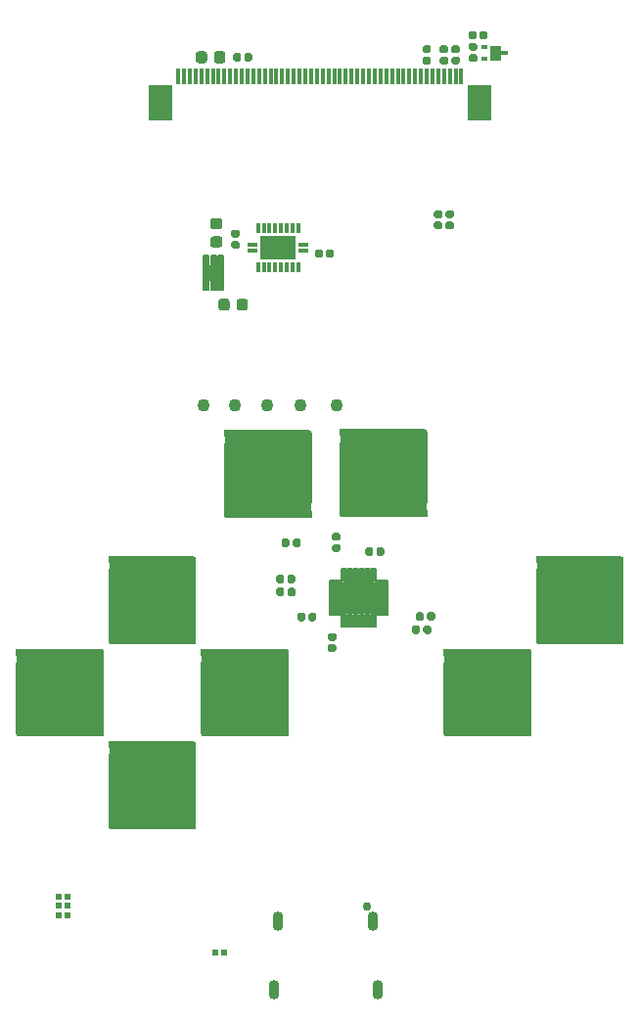
<source format=gts>
G04 #@! TF.GenerationSoftware,KiCad,Pcbnew,(5.1.6-0-10_14)*
G04 #@! TF.CreationDate,2020-09-07T13:37:45-07:00*
G04 #@! TF.ProjectId,microgame2,6d696372-6f67-4616-9d65-322e6b696361,rev?*
G04 #@! TF.SameCoordinates,Original*
G04 #@! TF.FileFunction,Soldermask,Top*
G04 #@! TF.FilePolarity,Negative*
%FSLAX46Y46*%
G04 Gerber Fmt 4.6, Leading zero omitted, Abs format (unit mm)*
G04 Created by KiCad (PCBNEW (5.1.6-0-10_14)) date 2020-09-07 13:37:45*
%MOMM*%
%LPD*%
G01*
G04 APERTURE LIST*
%ADD10C,0.100000*%
%ADD11C,0.152400*%
%ADD12R,0.600000X0.410000*%
%ADD13R,0.750000X0.410000*%
%ADD14O,0.900000X1.700000*%
%ADD15C,0.750000*%
%ADD16C,0.608000*%
%ADD17R,2.550000X2.550000*%
%ADD18R,0.380000X0.950000*%
%ADD19R,0.950000X0.380000*%
%ADD20R,2.100000X3.100000*%
%ADD21R,0.400000X1.350000*%
%ADD22R,0.960000X0.360000*%
%ADD23R,0.360000X0.960000*%
%ADD24R,3.150000X2.150000*%
%ADD25R,0.400000X0.800000*%
%ADD26R,1.700200X1.116000*%
%ADD27C,1.100000*%
G04 APERTURE END LIST*
D10*
G04 #@! TO.C,Q4*
G36*
X164400000Y-57600000D02*
G01*
X164400000Y-56400000D01*
X165250000Y-56400000D01*
X165250000Y-57600000D01*
X164400000Y-57600000D01*
G37*
X164400000Y-57600000D02*
X164400000Y-56400000D01*
X165250000Y-56400000D01*
X165250000Y-57600000D01*
X164400000Y-57600000D01*
D11*
G04 #@! TO.C,U6*
X153987400Y-105438500D02*
X153987400Y-102861500D01*
X154288500Y-105438500D02*
X153987400Y-105438500D01*
X154288500Y-102861500D02*
X154288500Y-105438500D01*
X153987400Y-102861500D02*
X154288500Y-102861500D01*
X153587400Y-105438500D02*
X153587400Y-102861500D01*
X153200000Y-105438500D02*
X153587400Y-105438500D01*
X153200000Y-102861500D02*
X153200000Y-105438500D01*
X153587400Y-102861500D02*
X153200000Y-102861500D01*
X152800000Y-105438500D02*
X152800000Y-102861500D01*
X152412600Y-105438500D02*
X152800000Y-105438500D01*
X152412600Y-102861500D02*
X152412600Y-105438500D01*
X152800000Y-102861500D02*
X152412600Y-102861500D01*
X151711500Y-105438500D02*
X151711500Y-102861500D01*
X152012600Y-105438500D02*
X151711500Y-105438500D01*
X152012600Y-102861500D02*
X152012600Y-105438500D01*
X151711500Y-102861500D02*
X152012600Y-102861500D01*
X151711500Y-105438500D02*
X151711500Y-105137400D01*
X154288500Y-105438500D02*
X151711500Y-105438500D01*
X154288500Y-105137400D02*
X154288500Y-105438500D01*
X151711500Y-105137400D02*
X154288500Y-105137400D01*
X151711500Y-104737400D02*
X151711500Y-104350000D01*
X154288500Y-104737400D02*
X151711500Y-104737400D01*
X154288500Y-104350000D02*
X154288500Y-104737400D01*
X151711500Y-104350000D02*
X154288500Y-104350000D01*
X151711500Y-103950000D02*
X151711500Y-103562600D01*
X154288500Y-103950000D02*
X151711500Y-103950000D01*
X154288500Y-103562600D02*
X154288500Y-103950000D01*
X151711500Y-103562600D02*
X154288500Y-103562600D01*
X151711500Y-103162600D02*
X151711500Y-102861500D01*
X154288500Y-103162600D02*
X151711500Y-103162600D01*
X154288500Y-102861500D02*
X154288500Y-103162600D01*
X151711500Y-102861500D02*
X154288500Y-102861500D01*
X151959685Y-101680000D02*
X151539685Y-101680000D01*
X151959685Y-102670000D02*
X151959685Y-101680000D01*
X151539685Y-102670000D02*
X151959685Y-102670000D01*
X151539685Y-101680000D02*
X151539685Y-102670000D01*
X152459811Y-101680000D02*
X152039811Y-101680000D01*
X152459811Y-102670000D02*
X152459811Y-101680000D01*
X152039811Y-102670000D02*
X152459811Y-102670000D01*
X152039811Y-101680000D02*
X152039811Y-102670000D01*
X152959937Y-101680000D02*
X152539937Y-101680000D01*
X152959937Y-102670000D02*
X152959937Y-101680000D01*
X152539937Y-102670000D02*
X152959937Y-102670000D01*
X152539937Y-101680000D02*
X152539937Y-102670000D01*
X153460063Y-101680000D02*
X153040063Y-101680000D01*
X153460063Y-102670000D02*
X153460063Y-101680000D01*
X153040063Y-102670000D02*
X153460063Y-102670000D01*
X153040063Y-101680000D02*
X153040063Y-102670000D01*
X153960189Y-101680000D02*
X153540189Y-101680000D01*
X153960189Y-102670000D02*
X153960189Y-101680000D01*
X153540189Y-102670000D02*
X153960189Y-102670000D01*
X153540189Y-101680000D02*
X153540189Y-102670000D01*
X154460315Y-101680000D02*
X154040315Y-101680000D01*
X154460315Y-102670000D02*
X154460315Y-101680000D01*
X154040315Y-102670000D02*
X154460315Y-102670000D01*
X154040315Y-101680000D02*
X154040315Y-102670000D01*
X155470000Y-102690000D02*
X154480000Y-102690000D01*
X155470000Y-103110000D02*
X155470000Y-102690000D01*
X154480000Y-103110000D02*
X155470000Y-103110000D01*
X154480000Y-102690000D02*
X154480000Y-103110000D01*
X155470000Y-103189999D02*
X154480000Y-103189999D01*
X155470000Y-103610001D02*
X155470000Y-103189999D01*
X154480000Y-103610001D02*
X155470000Y-103610001D01*
X154480000Y-103189999D02*
X154480000Y-103610001D01*
X155470000Y-103690001D02*
X154480000Y-103690001D01*
X155470000Y-104110000D02*
X155470000Y-103690001D01*
X154480000Y-104110000D02*
X155470000Y-104110000D01*
X154480000Y-103690001D02*
X154480000Y-104110000D01*
X155470000Y-104190000D02*
X154480000Y-104190000D01*
X155470000Y-104609999D02*
X155470000Y-104190000D01*
X154480000Y-104609999D02*
X155470000Y-104609999D01*
X154480000Y-104190000D02*
X154480000Y-104609999D01*
X155470000Y-104689999D02*
X154480000Y-104689999D01*
X155470000Y-105110001D02*
X155470000Y-104689999D01*
X154480000Y-105110001D02*
X155470000Y-105110001D01*
X154480000Y-104689999D02*
X154480000Y-105110001D01*
X155470000Y-105190000D02*
X154480000Y-105190000D01*
X155470000Y-105610000D02*
X155470000Y-105190000D01*
X154480000Y-105610000D02*
X155470000Y-105610000D01*
X154480000Y-105190000D02*
X154480000Y-105610000D01*
X154460315Y-105630000D02*
X154040315Y-105630000D01*
X154460315Y-106620000D02*
X154460315Y-105630000D01*
X154040315Y-106620000D02*
X154460315Y-106620000D01*
X154040315Y-105630000D02*
X154040315Y-106620000D01*
X153960189Y-105630000D02*
X153540189Y-105630000D01*
X153960189Y-106620000D02*
X153960189Y-105630000D01*
X153540189Y-106620000D02*
X153960189Y-106620000D01*
X153540189Y-105630000D02*
X153540189Y-106620000D01*
X153460063Y-105630000D02*
X153040063Y-105630000D01*
X153460063Y-106620000D02*
X153460063Y-105630000D01*
X153040063Y-106620000D02*
X153460063Y-106620000D01*
X153040063Y-105630000D02*
X153040063Y-106620000D01*
X152959937Y-105630000D02*
X152539937Y-105630000D01*
X152959937Y-106620000D02*
X152959937Y-105630000D01*
X152539937Y-106620000D02*
X152959937Y-106620000D01*
X152539937Y-105630000D02*
X152539937Y-106620000D01*
X152459811Y-105630000D02*
X152039811Y-105630000D01*
X152459811Y-106620000D02*
X152459811Y-105630000D01*
X152039811Y-106620000D02*
X152459811Y-106620000D01*
X152039811Y-105630000D02*
X152039811Y-106620000D01*
X151959685Y-105630000D02*
X151539685Y-105630000D01*
X151959685Y-106620000D02*
X151959685Y-105630000D01*
X151539685Y-106620000D02*
X151959685Y-106620000D01*
X151539685Y-105630000D02*
X151539685Y-106620000D01*
X151520000Y-105190000D02*
X150530000Y-105190000D01*
X151520000Y-105610000D02*
X151520000Y-105190000D01*
X150530000Y-105610000D02*
X151520000Y-105610000D01*
X150530000Y-105190000D02*
X150530000Y-105610000D01*
X151520000Y-104689999D02*
X150530000Y-104689999D01*
X151520000Y-105110001D02*
X151520000Y-104689999D01*
X150530000Y-105110001D02*
X151520000Y-105110001D01*
X150530000Y-104689999D02*
X150530000Y-105110001D01*
X151520000Y-104190000D02*
X150530000Y-104190000D01*
X151520000Y-104609999D02*
X151520000Y-104190000D01*
X150530000Y-104609999D02*
X151520000Y-104609999D01*
X150530000Y-104190000D02*
X150530000Y-104609999D01*
X151520000Y-103690001D02*
X150530000Y-103690001D01*
X151520000Y-104110000D02*
X151520000Y-103690001D01*
X150530000Y-104110000D02*
X151520000Y-104110000D01*
X150530000Y-103690001D02*
X150530000Y-104110000D01*
X151520000Y-103189999D02*
X150530000Y-103189999D01*
X151520000Y-103610001D02*
X151520000Y-103189999D01*
X150530000Y-103610001D02*
X151520000Y-103610001D01*
X150530000Y-103189999D02*
X150530000Y-103610001D01*
X151520000Y-102690000D02*
X150530000Y-102690000D01*
X151520000Y-103110000D02*
X151520000Y-102690000D01*
X150530000Y-103110000D02*
X151520000Y-103110000D01*
X150530000Y-102690000D02*
X150530000Y-103110000D01*
D10*
G04 #@! TO.C,SW1*
G36*
X138850000Y-107550000D02*
G01*
X138300000Y-107550000D01*
X138300000Y-108050000D01*
X131450000Y-108050000D01*
X131450000Y-101150000D01*
X132050000Y-101150000D01*
X132050000Y-100650000D01*
X138850000Y-100650000D01*
X138850000Y-107550000D01*
G37*
X138850000Y-107550000D02*
X138300000Y-107550000D01*
X138300000Y-108050000D01*
X131450000Y-108050000D01*
X131450000Y-101150000D01*
X132050000Y-101150000D01*
X132050000Y-100650000D01*
X138850000Y-100650000D01*
X138850000Y-107550000D01*
G04 #@! TO.C,SW2*
G36*
X130850000Y-115550000D02*
G01*
X130300000Y-115550000D01*
X130300000Y-116050000D01*
X123450000Y-116050000D01*
X123450000Y-109150000D01*
X124050000Y-109150000D01*
X124050000Y-108650000D01*
X130850000Y-108650000D01*
X130850000Y-115550000D01*
G37*
X130850000Y-115550000D02*
X130300000Y-115550000D01*
X130300000Y-116050000D01*
X123450000Y-116050000D01*
X123450000Y-109150000D01*
X124050000Y-109150000D01*
X124050000Y-108650000D01*
X130850000Y-108650000D01*
X130850000Y-115550000D01*
G04 #@! TO.C,SW3*
G36*
X138850000Y-123550000D02*
G01*
X138300000Y-123550000D01*
X138300000Y-124050000D01*
X131450000Y-124050000D01*
X131450000Y-117150000D01*
X132050000Y-117150000D01*
X132050000Y-116650000D01*
X138850000Y-116650000D01*
X138850000Y-123550000D01*
G37*
X138850000Y-123550000D02*
X138300000Y-123550000D01*
X138300000Y-124050000D01*
X131450000Y-124050000D01*
X131450000Y-117150000D01*
X132050000Y-117150000D01*
X132050000Y-116650000D01*
X138850000Y-116650000D01*
X138850000Y-123550000D01*
G04 #@! TO.C,SW4*
G36*
X146850000Y-115550000D02*
G01*
X146300000Y-115550000D01*
X146300000Y-116050000D01*
X139450000Y-116050000D01*
X139450000Y-109150000D01*
X140050000Y-109150000D01*
X140050000Y-108650000D01*
X146850000Y-108650000D01*
X146850000Y-115550000D01*
G37*
X146850000Y-115550000D02*
X146300000Y-115550000D01*
X146300000Y-116050000D01*
X139450000Y-116050000D01*
X139450000Y-109150000D01*
X140050000Y-109150000D01*
X140050000Y-108650000D01*
X146850000Y-108650000D01*
X146850000Y-115550000D01*
G04 #@! TO.C,SW5*
G36*
X175850000Y-107550000D02*
G01*
X175300000Y-107550000D01*
X175300000Y-108050000D01*
X168450000Y-108050000D01*
X168450000Y-101150000D01*
X169050000Y-101150000D01*
X169050000Y-100650000D01*
X175850000Y-100650000D01*
X175850000Y-107550000D01*
G37*
X175850000Y-107550000D02*
X175300000Y-107550000D01*
X175300000Y-108050000D01*
X168450000Y-108050000D01*
X168450000Y-101150000D01*
X169050000Y-101150000D01*
X169050000Y-100650000D01*
X175850000Y-100650000D01*
X175850000Y-107550000D01*
G04 #@! TO.C,SW6*
G36*
X167850000Y-115550000D02*
G01*
X167300000Y-115550000D01*
X167300000Y-116050000D01*
X160450000Y-116050000D01*
X160450000Y-109150000D01*
X161050000Y-109150000D01*
X161050000Y-108650000D01*
X167850000Y-108650000D01*
X167850000Y-115550000D01*
G37*
X167850000Y-115550000D02*
X167300000Y-115550000D01*
X167300000Y-116050000D01*
X160450000Y-116050000D01*
X160450000Y-109150000D01*
X161050000Y-109150000D01*
X161050000Y-108650000D01*
X167850000Y-108650000D01*
X167850000Y-115550000D01*
G04 #@! TO.C,SW7*
G36*
X148850000Y-96644000D02*
G01*
X148300000Y-96644000D01*
X148300000Y-97144000D01*
X141450000Y-97144000D01*
X141450000Y-90244000D01*
X142050000Y-90244000D01*
X142050000Y-89744000D01*
X148850000Y-89744000D01*
X148850000Y-96644000D01*
G37*
X148850000Y-96644000D02*
X148300000Y-96644000D01*
X148300000Y-97144000D01*
X141450000Y-97144000D01*
X141450000Y-90244000D01*
X142050000Y-90244000D01*
X142050000Y-89744000D01*
X148850000Y-89744000D01*
X148850000Y-96644000D01*
G04 #@! TO.C,SW8*
G36*
X158850000Y-96550000D02*
G01*
X158300000Y-96550000D01*
X158300000Y-97050000D01*
X151450000Y-97050000D01*
X151450000Y-90150000D01*
X152050000Y-90150000D01*
X152050000Y-89650000D01*
X158850000Y-89650000D01*
X158850000Y-96550000D01*
G37*
X158850000Y-96550000D02*
X158300000Y-96550000D01*
X158300000Y-97050000D01*
X151450000Y-97050000D01*
X151450000Y-90150000D01*
X152050000Y-90150000D01*
X152050000Y-89650000D01*
X158850000Y-89650000D01*
X158850000Y-96550000D01*
D11*
G04 #@! TO.C,U3*
X139649900Y-76050000D02*
X139649900Y-76050000D01*
X139649900Y-76050000D02*
X139649900Y-76050000D01*
X139649900Y-76050000D02*
X139649900Y-76050000D01*
X139649900Y-76050000D02*
X139649900Y-76050000D01*
X139649900Y-76050000D02*
X139649900Y-76050000D01*
X139649900Y-76050000D02*
X139649900Y-76050000D01*
X139649900Y-76050000D02*
X139649900Y-76050000D01*
X139649900Y-76050000D02*
X139649900Y-76050000D01*
X141250100Y-76050000D02*
X141250100Y-76050000D01*
X141250100Y-76050000D02*
X141250100Y-76050000D01*
X141250100Y-76050000D02*
X141250100Y-76050000D01*
X141250100Y-76050000D02*
X141250100Y-76050000D01*
X141250100Y-76050000D02*
X141250100Y-76050000D01*
X141250100Y-76050000D02*
X141250100Y-76050000D01*
X141250100Y-76050000D02*
X141250100Y-76050000D01*
X141250100Y-76050000D02*
X141250100Y-76050000D01*
X139586400Y-76250000D02*
X141313600Y-76250000D01*
X139586400Y-76621500D02*
X139586400Y-76250000D01*
X141313600Y-76621500D02*
X139586400Y-76621500D01*
X141313600Y-76250000D02*
X141313600Y-76621500D01*
X139586400Y-75478500D02*
X141313600Y-75478500D01*
X139586400Y-75850000D02*
X139586400Y-75478500D01*
X141313600Y-75850000D02*
X139586400Y-75850000D01*
X141313600Y-75478500D02*
X141313600Y-75850000D01*
X139586400Y-75478500D02*
X139856300Y-75478500D01*
X139586400Y-76621500D02*
X139586400Y-75478500D01*
X139856300Y-76621500D02*
X139586400Y-76621500D01*
X139856300Y-75478500D02*
X139856300Y-76621500D01*
X140256300Y-75478500D02*
X140643700Y-75478500D01*
X140256300Y-76621500D02*
X140256300Y-75478500D01*
X140643700Y-76621500D02*
X140256300Y-76621500D01*
X140643700Y-75478500D02*
X140643700Y-76621500D01*
X141043700Y-75478500D02*
X141313600Y-75478500D01*
X141043700Y-76621500D02*
X141043700Y-75478500D01*
X141313600Y-76621500D02*
X141043700Y-76621500D01*
X141313600Y-75478500D02*
X141313600Y-76621500D01*
X141320001Y-77520000D02*
X141320001Y-76679999D01*
X140879999Y-77520000D02*
X141320001Y-77520000D01*
X140879999Y-76679999D02*
X140879999Y-77520000D01*
X141320001Y-76679999D02*
X140879999Y-76679999D01*
X140670000Y-77520000D02*
X140670000Y-76679999D01*
X140230000Y-77520000D02*
X140670000Y-77520000D01*
X140230000Y-76679999D02*
X140230000Y-77520000D01*
X140670000Y-76679999D02*
X140230000Y-76679999D01*
X140020001Y-77520000D02*
X140020001Y-76679999D01*
X139579999Y-77520000D02*
X140020001Y-77520000D01*
X139579999Y-76679999D02*
X139579999Y-77520000D01*
X140020001Y-76679999D02*
X139579999Y-76679999D01*
X140020001Y-75420001D02*
X140020001Y-74580000D01*
X139579999Y-75420001D02*
X140020001Y-75420001D01*
X139579999Y-74580000D02*
X139579999Y-75420001D01*
X140020001Y-74580000D02*
X139579999Y-74580000D01*
X140670000Y-75420001D02*
X140670000Y-74580000D01*
X140230000Y-75420001D02*
X140670000Y-75420001D01*
X140230000Y-74580000D02*
X140230000Y-75420001D01*
X140670000Y-74580000D02*
X140230000Y-74580000D01*
X141320001Y-75420001D02*
X141320001Y-74580000D01*
X140879999Y-75420001D02*
X141320001Y-75420001D01*
X140879999Y-74580000D02*
X140879999Y-75420001D01*
X141320001Y-74580000D02*
X140879999Y-74580000D01*
G04 #@! TD*
D12*
G04 #@! TO.C,Q4*
X163900000Y-57500000D03*
X163900000Y-56500000D03*
D13*
X165625000Y-57000000D03*
G04 #@! TD*
D14*
G04 #@! TO.C,J1*
X154640000Y-138050000D03*
X145660000Y-138050000D03*
X146020000Y-132100000D03*
X154280000Y-132100000D03*
D15*
X153750000Y-130850000D03*
G04 #@! TD*
D16*
G04 #@! TO.C,U10*
X140606300Y-134800000D03*
X141393700Y-134800000D03*
G04 #@! TD*
G04 #@! TO.C,U5*
X127031300Y-131587400D03*
X127818700Y-131587400D03*
X127031300Y-130800000D03*
X127818700Y-130800000D03*
X127031300Y-130012600D03*
X127818700Y-130012600D03*
G04 #@! TD*
G04 #@! TO.C,U6*
X153787400Y-103362600D03*
X153787400Y-104150000D03*
X153787400Y-104937400D03*
X153000000Y-103362600D03*
X153000000Y-104150000D03*
X153000000Y-104937400D03*
X152212600Y-103362600D03*
X152212600Y-104150000D03*
X152212600Y-104937400D03*
D17*
X153000000Y-104150000D03*
D18*
X151749685Y-102175000D03*
X152249811Y-102175000D03*
X152749937Y-102175000D03*
X153250063Y-102175000D03*
X153750189Y-102175000D03*
X154250315Y-102175000D03*
D19*
X154975000Y-102900000D03*
X154975000Y-103399999D03*
X154975000Y-103900000D03*
X154975000Y-104400000D03*
X154975000Y-104900001D03*
X154975000Y-105400000D03*
D18*
X154250315Y-106125000D03*
X153750189Y-106125000D03*
X153250063Y-106125000D03*
X152749937Y-106125000D03*
X152249811Y-106125000D03*
X151749685Y-106125000D03*
D19*
X151025000Y-105400000D03*
X151025000Y-104900001D03*
X151025000Y-104400000D03*
X151025000Y-103900000D03*
X151025000Y-103399999D03*
X151025000Y-102900000D03*
G04 #@! TD*
D20*
G04 #@! TO.C,U9*
X135860000Y-61350000D03*
X163440000Y-61350000D03*
D21*
X137400000Y-59025000D03*
X137900000Y-59025000D03*
X138400000Y-59025000D03*
X138900000Y-59025000D03*
X139400000Y-59025000D03*
X139900000Y-59025000D03*
X140400000Y-59025000D03*
X140900000Y-59025000D03*
X141400000Y-59025000D03*
X141900000Y-59025000D03*
X142400000Y-59025000D03*
X142900000Y-59025000D03*
X143400000Y-59025000D03*
X143900000Y-59025000D03*
X144400000Y-59025000D03*
X144900000Y-59025000D03*
X145400000Y-59025000D03*
X145900000Y-59025000D03*
X146400000Y-59025000D03*
X146900000Y-59025000D03*
X147400000Y-59025000D03*
X147900000Y-59025000D03*
X148400000Y-59025000D03*
X148900000Y-59025000D03*
X149400000Y-59025000D03*
X149900000Y-59025000D03*
X150400000Y-59025000D03*
X150900000Y-59025000D03*
X151400000Y-59025000D03*
X151900000Y-59025000D03*
X152400000Y-59025000D03*
X152900000Y-59025000D03*
X153400000Y-59025000D03*
X153900000Y-59025000D03*
X154400000Y-59025000D03*
X154900000Y-59025000D03*
X155400000Y-59025000D03*
X155900000Y-59025000D03*
X156400000Y-59025000D03*
X156900000Y-59025000D03*
X157400000Y-59025000D03*
X157900000Y-59025000D03*
X158400000Y-59025000D03*
X158900000Y-59025000D03*
X159400000Y-59025000D03*
X159900000Y-59025000D03*
X160400000Y-59025000D03*
X160900000Y-59025000D03*
X161400000Y-59025000D03*
X161900000Y-59025000D03*
G04 #@! TD*
G04 #@! TO.C,C23*
G36*
G01*
X139900000Y-57118750D02*
X139900000Y-57681250D01*
G75*
G02*
X139656250Y-57925000I-243750J0D01*
G01*
X139168750Y-57925000D01*
G75*
G02*
X138925000Y-57681250I0J243750D01*
G01*
X138925000Y-57118750D01*
G75*
G02*
X139168750Y-56875000I243750J0D01*
G01*
X139656250Y-56875000D01*
G75*
G02*
X139900000Y-57118750I0J-243750D01*
G01*
G37*
G36*
G01*
X141475000Y-57118750D02*
X141475000Y-57681250D01*
G75*
G02*
X141231250Y-57925000I-243750J0D01*
G01*
X140743750Y-57925000D01*
G75*
G02*
X140500000Y-57681250I0J243750D01*
G01*
X140500000Y-57118750D01*
G75*
G02*
X140743750Y-56875000I243750J0D01*
G01*
X141231250Y-56875000D01*
G75*
G02*
X141475000Y-57118750I0J-243750D01*
G01*
G37*
G04 #@! TD*
D10*
G04 #@! TO.C,SW1*
G36*
X138650339Y-100550001D02*
G01*
X138651961Y-100550012D01*
X138651961Y-100550066D01*
X138652206Y-100550068D01*
X138652206Y-100550014D01*
X138653830Y-100550025D01*
X138656630Y-100550123D01*
X138667775Y-100550824D01*
X138678925Y-100551448D01*
X138680761Y-100551641D01*
X138680997Y-100551656D01*
X138682469Y-100551821D01*
X138683791Y-100551960D01*
X138684000Y-100551992D01*
X138685862Y-100552201D01*
X138696928Y-100553993D01*
X138707916Y-100555694D01*
X138709740Y-100556068D01*
X138709985Y-100556108D01*
X138711379Y-100556405D01*
X138712692Y-100556674D01*
X138712919Y-100556732D01*
X138714751Y-100557122D01*
X138725609Y-100559991D01*
X138736360Y-100562751D01*
X138738137Y-100563300D01*
X138738393Y-100563368D01*
X138739721Y-100563790D01*
X138741000Y-100564185D01*
X138741238Y-100564271D01*
X138743022Y-100564838D01*
X138753463Y-100568721D01*
X138763980Y-100572549D01*
X138765698Y-100573272D01*
X138765890Y-100573343D01*
X138767149Y-100573882D01*
X138768506Y-100574453D01*
X138768705Y-100574548D01*
X138770404Y-100575276D01*
X138780532Y-100580216D01*
X138790511Y-100584997D01*
X138792142Y-100585879D01*
X138792364Y-100585987D01*
X138793610Y-100586672D01*
X138794799Y-100587315D01*
X138795001Y-100587437D01*
X138796637Y-100588337D01*
X138806106Y-100594162D01*
X138815700Y-100599973D01*
X138817227Y-100601004D01*
X138817418Y-100601121D01*
X138818646Y-100601961D01*
X138819770Y-100602720D01*
X138819934Y-100602843D01*
X138821473Y-100603896D01*
X138830371Y-100610650D01*
X138839306Y-100617334D01*
X138840739Y-100618520D01*
X138840925Y-100618661D01*
X138842040Y-100619597D01*
X138843069Y-100620448D01*
X138843228Y-100620593D01*
X138844670Y-100621803D01*
X138852924Y-100629447D01*
X138861106Y-100636917D01*
X138862421Y-100638241D01*
X138862594Y-100638401D01*
X138863542Y-100639369D01*
X138864549Y-100640383D01*
X138864715Y-100640568D01*
X138866007Y-100641887D01*
X138873415Y-100650230D01*
X138880895Y-100658539D01*
X138882067Y-100659975D01*
X138882246Y-100660177D01*
X138883145Y-100661296D01*
X138883961Y-100662296D01*
X138884106Y-100662492D01*
X138885285Y-100663960D01*
X138891844Y-100672988D01*
X138898474Y-100681980D01*
X138899499Y-100683523D01*
X138899645Y-100683724D01*
X138900458Y-100684967D01*
X138901175Y-100686046D01*
X138901286Y-100686233D01*
X138902315Y-100687805D01*
X138907932Y-100697378D01*
X138913686Y-100707031D01*
X138914562Y-100708680D01*
X138914671Y-100708865D01*
X138915301Y-100710071D01*
X138915983Y-100711353D01*
X138916081Y-100711561D01*
X138916940Y-100713204D01*
X138921620Y-100723334D01*
X138926377Y-100733441D01*
X138927096Y-100735183D01*
X138927197Y-100735402D01*
X138927674Y-100736583D01*
X138928231Y-100737933D01*
X138928323Y-100738192D01*
X138929015Y-100739905D01*
X138932684Y-100750442D01*
X138936433Y-100760971D01*
X138936974Y-100762763D01*
X138937044Y-100762964D01*
X138937420Y-100764240D01*
X138937847Y-100765655D01*
X138937904Y-100765884D01*
X138938426Y-100767656D01*
X138941043Y-100778473D01*
X138943754Y-100789345D01*
X138944117Y-100791177D01*
X138944169Y-100791393D01*
X138944424Y-100792729D01*
X138944703Y-100794138D01*
X138944737Y-100794370D01*
X138945086Y-100796197D01*
X138946638Y-100807245D01*
X138948271Y-100818300D01*
X138948453Y-100820160D01*
X138948486Y-100820392D01*
X138948608Y-100821735D01*
X138948747Y-100823153D01*
X138948759Y-100823402D01*
X138948927Y-100825250D01*
X138949394Y-100836395D01*
X138949940Y-100847556D01*
X138950000Y-100850000D01*
X138950000Y-106850000D01*
X138949999Y-106850339D01*
X138949988Y-106851961D01*
X138949934Y-106851961D01*
X138949932Y-106852206D01*
X138949986Y-106852206D01*
X138949975Y-106853830D01*
X138949877Y-106856630D01*
X138949176Y-106867775D01*
X138948552Y-106878925D01*
X138948359Y-106880761D01*
X138948344Y-106880997D01*
X138948179Y-106882469D01*
X138948040Y-106883791D01*
X138948008Y-106884000D01*
X138947799Y-106885862D01*
X138946007Y-106896928D01*
X138944306Y-106907916D01*
X138943932Y-106909740D01*
X138943892Y-106909985D01*
X138943595Y-106911379D01*
X138943326Y-106912692D01*
X138943268Y-106912919D01*
X138942878Y-106914751D01*
X138940009Y-106925609D01*
X138937249Y-106936360D01*
X138936700Y-106938137D01*
X138936632Y-106938393D01*
X138936210Y-106939721D01*
X138935815Y-106941000D01*
X138935729Y-106941238D01*
X138935162Y-106943022D01*
X138931279Y-106953463D01*
X138927451Y-106963980D01*
X138926728Y-106965698D01*
X138926657Y-106965890D01*
X138926118Y-106967149D01*
X138925547Y-106968506D01*
X138925452Y-106968705D01*
X138924724Y-106970404D01*
X138919784Y-106980532D01*
X138915003Y-106990511D01*
X138914121Y-106992142D01*
X138914013Y-106992364D01*
X138913328Y-106993610D01*
X138912685Y-106994799D01*
X138912563Y-106995001D01*
X138911663Y-106996637D01*
X138905838Y-107006106D01*
X138900027Y-107015700D01*
X138898996Y-107017227D01*
X138898879Y-107017418D01*
X138898039Y-107018646D01*
X138897280Y-107019770D01*
X138897157Y-107019934D01*
X138896104Y-107021473D01*
X138889350Y-107030371D01*
X138882666Y-107039306D01*
X138881480Y-107040739D01*
X138881339Y-107040925D01*
X138880403Y-107042040D01*
X138879552Y-107043069D01*
X138879407Y-107043228D01*
X138878197Y-107044670D01*
X138870553Y-107052924D01*
X138863083Y-107061106D01*
X138861759Y-107062421D01*
X138861599Y-107062594D01*
X138860631Y-107063542D01*
X138859617Y-107064549D01*
X138859432Y-107064715D01*
X138858113Y-107066007D01*
X138849770Y-107073415D01*
X138841461Y-107080895D01*
X138840025Y-107082067D01*
X138839823Y-107082246D01*
X138838704Y-107083145D01*
X138837704Y-107083961D01*
X138837508Y-107084106D01*
X138836040Y-107085285D01*
X138827012Y-107091844D01*
X138818020Y-107098474D01*
X138816477Y-107099499D01*
X138816276Y-107099645D01*
X138815033Y-107100458D01*
X138813954Y-107101175D01*
X138813767Y-107101286D01*
X138812195Y-107102315D01*
X138802622Y-107107932D01*
X138792969Y-107113686D01*
X138791320Y-107114562D01*
X138791135Y-107114671D01*
X138789929Y-107115301D01*
X138788647Y-107115983D01*
X138788439Y-107116081D01*
X138786796Y-107116940D01*
X138776666Y-107121620D01*
X138766559Y-107126377D01*
X138764817Y-107127096D01*
X138764598Y-107127197D01*
X138763417Y-107127674D01*
X138762067Y-107128231D01*
X138761808Y-107128323D01*
X138760095Y-107129015D01*
X138749558Y-107132684D01*
X138739029Y-107136433D01*
X138737237Y-107136974D01*
X138737036Y-107137044D01*
X138735760Y-107137420D01*
X138734345Y-107137847D01*
X138734116Y-107137904D01*
X138732344Y-107138426D01*
X138721527Y-107141043D01*
X138710655Y-107143754D01*
X138708823Y-107144117D01*
X138708607Y-107144169D01*
X138707271Y-107144424D01*
X138705862Y-107144703D01*
X138705630Y-107144737D01*
X138703803Y-107145086D01*
X138692755Y-107146638D01*
X138681700Y-107148271D01*
X138679840Y-107148453D01*
X138679608Y-107148486D01*
X138678265Y-107148608D01*
X138676847Y-107148747D01*
X138676598Y-107148759D01*
X138674750Y-107148927D01*
X138663605Y-107149394D01*
X138652444Y-107149940D01*
X138650000Y-107150000D01*
X132650000Y-107150000D01*
X132649656Y-107149999D01*
X132646165Y-107149975D01*
X132643369Y-107149877D01*
X132618993Y-107148343D01*
X132614139Y-107147799D01*
X132590028Y-107143894D01*
X132585250Y-107142878D01*
X132561636Y-107136639D01*
X132556979Y-107135162D01*
X132534086Y-107126648D01*
X132529597Y-107124724D01*
X132507644Y-107114017D01*
X132503362Y-107111663D01*
X132482558Y-107098864D01*
X132478528Y-107096105D01*
X132459073Y-107081338D01*
X132455331Y-107078198D01*
X132437410Y-107061603D01*
X132433992Y-107058112D01*
X132417776Y-107039847D01*
X132414716Y-107036041D01*
X132400359Y-107016281D01*
X132397683Y-107012193D01*
X132385323Y-106991126D01*
X132383060Y-106986797D01*
X132372815Y-106964625D01*
X132370985Y-106960094D01*
X132362953Y-106937027D01*
X132361574Y-106932343D01*
X132355830Y-106908603D01*
X132354915Y-106903803D01*
X132351516Y-106879616D01*
X132351073Y-106874752D01*
X132350050Y-106850349D01*
X132350084Y-106845463D01*
X132351448Y-106821076D01*
X132351958Y-106816220D01*
X132355694Y-106792083D01*
X132356677Y-106787297D01*
X132362751Y-106763639D01*
X132364195Y-106758972D01*
X132372549Y-106736020D01*
X132374443Y-106731516D01*
X132384997Y-106709489D01*
X132387320Y-106705192D01*
X132399973Y-106684300D01*
X132402704Y-106680251D01*
X132417335Y-106660693D01*
X132420448Y-106656930D01*
X132436917Y-106638893D01*
X132440386Y-106635449D01*
X132458538Y-106619106D01*
X132462322Y-106616019D01*
X132481981Y-106601525D01*
X132486049Y-106598822D01*
X132507029Y-106586315D01*
X132511342Y-106584022D01*
X132533442Y-106573622D01*
X132537960Y-106571760D01*
X132560970Y-106563567D01*
X132565646Y-106562155D01*
X132589345Y-106556246D01*
X132594137Y-106555297D01*
X132618300Y-106551729D01*
X132623162Y-106551253D01*
X132647558Y-106550060D01*
X132650000Y-106550000D01*
X138350000Y-106550000D01*
X138350000Y-105150000D01*
X132650000Y-105150000D01*
X132649656Y-105149999D01*
X132646165Y-105149975D01*
X132643369Y-105149877D01*
X132618993Y-105148343D01*
X132614139Y-105147799D01*
X132590028Y-105143894D01*
X132585250Y-105142878D01*
X132561636Y-105136639D01*
X132556979Y-105135162D01*
X132534086Y-105126648D01*
X132529597Y-105124724D01*
X132507644Y-105114017D01*
X132503362Y-105111663D01*
X132482558Y-105098864D01*
X132478528Y-105096105D01*
X132459073Y-105081338D01*
X132455331Y-105078198D01*
X132437410Y-105061603D01*
X132433992Y-105058112D01*
X132417776Y-105039847D01*
X132414716Y-105036041D01*
X132400359Y-105016281D01*
X132397683Y-105012193D01*
X132385323Y-104991126D01*
X132383060Y-104986797D01*
X132372815Y-104964625D01*
X132370985Y-104960094D01*
X132362953Y-104937027D01*
X132361574Y-104932343D01*
X132355830Y-104908603D01*
X132354915Y-104903803D01*
X132351516Y-104879616D01*
X132351073Y-104874752D01*
X132350050Y-104850349D01*
X132350084Y-104845463D01*
X132351448Y-104821076D01*
X132351958Y-104816220D01*
X132355694Y-104792083D01*
X132356677Y-104787297D01*
X132362751Y-104763639D01*
X132364195Y-104758972D01*
X132372549Y-104736020D01*
X132374443Y-104731516D01*
X132384997Y-104709489D01*
X132387320Y-104705192D01*
X132399973Y-104684300D01*
X132402704Y-104680251D01*
X132417335Y-104660693D01*
X132420448Y-104656930D01*
X132436917Y-104638893D01*
X132440386Y-104635449D01*
X132458538Y-104619106D01*
X132462322Y-104616019D01*
X132481981Y-104601525D01*
X132486049Y-104598822D01*
X132507029Y-104586315D01*
X132511342Y-104584022D01*
X132533442Y-104573622D01*
X132537960Y-104571760D01*
X132560970Y-104563567D01*
X132565646Y-104562155D01*
X132589345Y-104556246D01*
X132594137Y-104555297D01*
X132618300Y-104551729D01*
X132623162Y-104551253D01*
X132647558Y-104550060D01*
X132650000Y-104550000D01*
X138350000Y-104550000D01*
X138350000Y-103150000D01*
X132650000Y-103150000D01*
X132649656Y-103149999D01*
X132646165Y-103149975D01*
X132643369Y-103149877D01*
X132618993Y-103148343D01*
X132614139Y-103147799D01*
X132590028Y-103143894D01*
X132585250Y-103142878D01*
X132561636Y-103136639D01*
X132556979Y-103135162D01*
X132534086Y-103126648D01*
X132529597Y-103124724D01*
X132507644Y-103114017D01*
X132503362Y-103111663D01*
X132482558Y-103098864D01*
X132478528Y-103096105D01*
X132459073Y-103081338D01*
X132455331Y-103078198D01*
X132437410Y-103061603D01*
X132433992Y-103058112D01*
X132417776Y-103039847D01*
X132414716Y-103036041D01*
X132400359Y-103016281D01*
X132397683Y-103012193D01*
X132385323Y-102991126D01*
X132383060Y-102986797D01*
X132372815Y-102964625D01*
X132370985Y-102960094D01*
X132362953Y-102937027D01*
X132361574Y-102932343D01*
X132355830Y-102908603D01*
X132354915Y-102903803D01*
X132351516Y-102879616D01*
X132351073Y-102874752D01*
X132350050Y-102850349D01*
X132350084Y-102845463D01*
X132351448Y-102821076D01*
X132351958Y-102816220D01*
X132355694Y-102792083D01*
X132356677Y-102787297D01*
X132362751Y-102763639D01*
X132364195Y-102758972D01*
X132372549Y-102736020D01*
X132374443Y-102731516D01*
X132384997Y-102709489D01*
X132387320Y-102705192D01*
X132399973Y-102684300D01*
X132402704Y-102680251D01*
X132417335Y-102660693D01*
X132420448Y-102656930D01*
X132436917Y-102638893D01*
X132440386Y-102635449D01*
X132458538Y-102619106D01*
X132462322Y-102616019D01*
X132481981Y-102601525D01*
X132486049Y-102598822D01*
X132507029Y-102586315D01*
X132511342Y-102584022D01*
X132533442Y-102573622D01*
X132537960Y-102571760D01*
X132560970Y-102563567D01*
X132565646Y-102562155D01*
X132589345Y-102556246D01*
X132594137Y-102555297D01*
X132618300Y-102551729D01*
X132623162Y-102551253D01*
X132647558Y-102550060D01*
X132650000Y-102550000D01*
X138350000Y-102550000D01*
X138350000Y-101150000D01*
X131400000Y-101150000D01*
X131390245Y-101149039D01*
X131380866Y-101146194D01*
X131372221Y-101141573D01*
X131364645Y-101135355D01*
X131358427Y-101127779D01*
X131353806Y-101119134D01*
X131350961Y-101109755D01*
X131350000Y-101100000D01*
X131350000Y-100600000D01*
X131350961Y-100590245D01*
X131353806Y-100580866D01*
X131358427Y-100572221D01*
X131364645Y-100564645D01*
X131372221Y-100558427D01*
X131380866Y-100553806D01*
X131390245Y-100550961D01*
X131400000Y-100550000D01*
X138650000Y-100550000D01*
X138650339Y-100550001D01*
G37*
G36*
X137650344Y-101550001D02*
G01*
X137653835Y-101550025D01*
X137656631Y-101550123D01*
X137681007Y-101551657D01*
X137685861Y-101552201D01*
X137709972Y-101556106D01*
X137714750Y-101557122D01*
X137738364Y-101563361D01*
X137743021Y-101564838D01*
X137765914Y-101573352D01*
X137770403Y-101575276D01*
X137792356Y-101585983D01*
X137796638Y-101588337D01*
X137817442Y-101601136D01*
X137821472Y-101603895D01*
X137840927Y-101618662D01*
X137844669Y-101621802D01*
X137862590Y-101638397D01*
X137866008Y-101641888D01*
X137882224Y-101660153D01*
X137885284Y-101663959D01*
X137899641Y-101683719D01*
X137902317Y-101687807D01*
X137914677Y-101708874D01*
X137916940Y-101713203D01*
X137927185Y-101735375D01*
X137929015Y-101739906D01*
X137937047Y-101762973D01*
X137938426Y-101767657D01*
X137944170Y-101791397D01*
X137945085Y-101796197D01*
X137948484Y-101820384D01*
X137948927Y-101825248D01*
X137949950Y-101849651D01*
X137949916Y-101854537D01*
X137948552Y-101878924D01*
X137948042Y-101883780D01*
X137944306Y-101907917D01*
X137943323Y-101912703D01*
X137937249Y-101936361D01*
X137935805Y-101941028D01*
X137927451Y-101963980D01*
X137925557Y-101968484D01*
X137915003Y-101990511D01*
X137912680Y-101994808D01*
X137900027Y-102015700D01*
X137897296Y-102019749D01*
X137882665Y-102039307D01*
X137879552Y-102043070D01*
X137863083Y-102061107D01*
X137859614Y-102064551D01*
X137841462Y-102080894D01*
X137837678Y-102083981D01*
X137818019Y-102098475D01*
X137813951Y-102101178D01*
X137792971Y-102113685D01*
X137788658Y-102115978D01*
X137766558Y-102126378D01*
X137762040Y-102128240D01*
X137739030Y-102136433D01*
X137734354Y-102137845D01*
X137710655Y-102143754D01*
X137705863Y-102144703D01*
X137681700Y-102148271D01*
X137676838Y-102148747D01*
X137652442Y-102149940D01*
X137650000Y-102150000D01*
X131950000Y-102150000D01*
X131950000Y-103550000D01*
X137650000Y-103550000D01*
X137650344Y-103550001D01*
X137653835Y-103550025D01*
X137656631Y-103550123D01*
X137681007Y-103551657D01*
X137685861Y-103552201D01*
X137709972Y-103556106D01*
X137714750Y-103557122D01*
X137738364Y-103563361D01*
X137743021Y-103564838D01*
X137765914Y-103573352D01*
X137770403Y-103575276D01*
X137792356Y-103585983D01*
X137796638Y-103588337D01*
X137817442Y-103601136D01*
X137821472Y-103603895D01*
X137840927Y-103618662D01*
X137844669Y-103621802D01*
X137862590Y-103638397D01*
X137866008Y-103641888D01*
X137882224Y-103660153D01*
X137885284Y-103663959D01*
X137899641Y-103683719D01*
X137902317Y-103687807D01*
X137914677Y-103708874D01*
X137916940Y-103713203D01*
X137927185Y-103735375D01*
X137929015Y-103739906D01*
X137937047Y-103762973D01*
X137938426Y-103767657D01*
X137944170Y-103791397D01*
X137945085Y-103796197D01*
X137948484Y-103820384D01*
X137948927Y-103825248D01*
X137949950Y-103849651D01*
X137949916Y-103854537D01*
X137948552Y-103878924D01*
X137948042Y-103883780D01*
X137944306Y-103907917D01*
X137943323Y-103912703D01*
X137937249Y-103936361D01*
X137935805Y-103941028D01*
X137927451Y-103963980D01*
X137925557Y-103968484D01*
X137915003Y-103990511D01*
X137912680Y-103994808D01*
X137900027Y-104015700D01*
X137897296Y-104019749D01*
X137882665Y-104039307D01*
X137879552Y-104043070D01*
X137863083Y-104061107D01*
X137859614Y-104064551D01*
X137841462Y-104080894D01*
X137837678Y-104083981D01*
X137818019Y-104098475D01*
X137813951Y-104101178D01*
X137792971Y-104113685D01*
X137788658Y-104115978D01*
X137766558Y-104126378D01*
X137762040Y-104128240D01*
X137739030Y-104136433D01*
X137734354Y-104137845D01*
X137710655Y-104143754D01*
X137705863Y-104144703D01*
X137681700Y-104148271D01*
X137676838Y-104148747D01*
X137652442Y-104149940D01*
X137650000Y-104150000D01*
X131950000Y-104150000D01*
X131950000Y-105550000D01*
X137650000Y-105550000D01*
X137650344Y-105550001D01*
X137653835Y-105550025D01*
X137656631Y-105550123D01*
X137681007Y-105551657D01*
X137685861Y-105552201D01*
X137709972Y-105556106D01*
X137714750Y-105557122D01*
X137738364Y-105563361D01*
X137743021Y-105564838D01*
X137765914Y-105573352D01*
X137770403Y-105575276D01*
X137792356Y-105585983D01*
X137796638Y-105588337D01*
X137817442Y-105601136D01*
X137821472Y-105603895D01*
X137840927Y-105618662D01*
X137844669Y-105621802D01*
X137862590Y-105638397D01*
X137866008Y-105641888D01*
X137882224Y-105660153D01*
X137885284Y-105663959D01*
X137899641Y-105683719D01*
X137902317Y-105687807D01*
X137914677Y-105708874D01*
X137916940Y-105713203D01*
X137927185Y-105735375D01*
X137929015Y-105739906D01*
X137937047Y-105762973D01*
X137938426Y-105767657D01*
X137944170Y-105791397D01*
X137945085Y-105796197D01*
X137948484Y-105820384D01*
X137948927Y-105825248D01*
X137949950Y-105849651D01*
X137949916Y-105854537D01*
X137948552Y-105878924D01*
X137948042Y-105883780D01*
X137944306Y-105907917D01*
X137943323Y-105912703D01*
X137937249Y-105936361D01*
X137935805Y-105941028D01*
X137927451Y-105963980D01*
X137925557Y-105968484D01*
X137915003Y-105990511D01*
X137912680Y-105994808D01*
X137900027Y-106015700D01*
X137897296Y-106019749D01*
X137882665Y-106039307D01*
X137879552Y-106043070D01*
X137863083Y-106061107D01*
X137859614Y-106064551D01*
X137841462Y-106080894D01*
X137837678Y-106083981D01*
X137818019Y-106098475D01*
X137813951Y-106101178D01*
X137792971Y-106113685D01*
X137788658Y-106115978D01*
X137766558Y-106126378D01*
X137762040Y-106128240D01*
X137739030Y-106136433D01*
X137734354Y-106137845D01*
X137710655Y-106143754D01*
X137705863Y-106144703D01*
X137681700Y-106148271D01*
X137676838Y-106148747D01*
X137652442Y-106149940D01*
X137650000Y-106150000D01*
X131950000Y-106150000D01*
X131950000Y-107550000D01*
X138900000Y-107550000D01*
X138909755Y-107550961D01*
X138919134Y-107553806D01*
X138927779Y-107558427D01*
X138935355Y-107564645D01*
X138941573Y-107572221D01*
X138946194Y-107580866D01*
X138949039Y-107590245D01*
X138950000Y-107600000D01*
X138950000Y-108100000D01*
X138949039Y-108109755D01*
X138946194Y-108119134D01*
X138941573Y-108127779D01*
X138935355Y-108135355D01*
X138927779Y-108141573D01*
X138919134Y-108146194D01*
X138909755Y-108149039D01*
X138900000Y-108150000D01*
X131650000Y-108150000D01*
X131649661Y-108149999D01*
X131648039Y-108149988D01*
X131648039Y-108149934D01*
X131647794Y-108149932D01*
X131647794Y-108149986D01*
X131646170Y-108149975D01*
X131643370Y-108149877D01*
X131632225Y-108149176D01*
X131621075Y-108148552D01*
X131619239Y-108148359D01*
X131619003Y-108148344D01*
X131617531Y-108148179D01*
X131616209Y-108148040D01*
X131616000Y-108148008D01*
X131614138Y-108147799D01*
X131603072Y-108146007D01*
X131592084Y-108144306D01*
X131590260Y-108143932D01*
X131590015Y-108143892D01*
X131588621Y-108143595D01*
X131587308Y-108143326D01*
X131587081Y-108143268D01*
X131585249Y-108142878D01*
X131574391Y-108140009D01*
X131563640Y-108137249D01*
X131561863Y-108136700D01*
X131561607Y-108136632D01*
X131560279Y-108136210D01*
X131559000Y-108135815D01*
X131558762Y-108135729D01*
X131556978Y-108135162D01*
X131546537Y-108131279D01*
X131536020Y-108127451D01*
X131534302Y-108126728D01*
X131534110Y-108126657D01*
X131532851Y-108126118D01*
X131531494Y-108125547D01*
X131531295Y-108125452D01*
X131529596Y-108124724D01*
X131519468Y-108119784D01*
X131509489Y-108115003D01*
X131507858Y-108114121D01*
X131507636Y-108114013D01*
X131506390Y-108113328D01*
X131505201Y-108112685D01*
X131504999Y-108112563D01*
X131503363Y-108111663D01*
X131493894Y-108105838D01*
X131484300Y-108100027D01*
X131482773Y-108098996D01*
X131482582Y-108098879D01*
X131481354Y-108098039D01*
X131480230Y-108097280D01*
X131480066Y-108097157D01*
X131478527Y-108096104D01*
X131469629Y-108089350D01*
X131460694Y-108082666D01*
X131459261Y-108081480D01*
X131459075Y-108081339D01*
X131457960Y-108080403D01*
X131456931Y-108079552D01*
X131456772Y-108079407D01*
X131455330Y-108078197D01*
X131447076Y-108070553D01*
X131438894Y-108063083D01*
X131437579Y-108061759D01*
X131437406Y-108061599D01*
X131436458Y-108060631D01*
X131435451Y-108059617D01*
X131435285Y-108059432D01*
X131433993Y-108058113D01*
X131426585Y-108049770D01*
X131419105Y-108041461D01*
X131417933Y-108040025D01*
X131417754Y-108039823D01*
X131416855Y-108038704D01*
X131416039Y-108037704D01*
X131415894Y-108037508D01*
X131414715Y-108036040D01*
X131408156Y-108027012D01*
X131401526Y-108018020D01*
X131400501Y-108016477D01*
X131400355Y-108016276D01*
X131399542Y-108015033D01*
X131398825Y-108013954D01*
X131398714Y-108013767D01*
X131397685Y-108012195D01*
X131392068Y-108002622D01*
X131386314Y-107992969D01*
X131385438Y-107991320D01*
X131385329Y-107991135D01*
X131384699Y-107989929D01*
X131384017Y-107988647D01*
X131383919Y-107988439D01*
X131383060Y-107986796D01*
X131378380Y-107976666D01*
X131373623Y-107966559D01*
X131372904Y-107964817D01*
X131372803Y-107964598D01*
X131372326Y-107963417D01*
X131371769Y-107962067D01*
X131371677Y-107961808D01*
X131370985Y-107960095D01*
X131367316Y-107949558D01*
X131363567Y-107939029D01*
X131363026Y-107937237D01*
X131362956Y-107937036D01*
X131362580Y-107935760D01*
X131362153Y-107934345D01*
X131362096Y-107934116D01*
X131361574Y-107932344D01*
X131358957Y-107921527D01*
X131356246Y-107910655D01*
X131355883Y-107908823D01*
X131355831Y-107908607D01*
X131355576Y-107907271D01*
X131355297Y-107905862D01*
X131355263Y-107905630D01*
X131354914Y-107903803D01*
X131353362Y-107892755D01*
X131351729Y-107881700D01*
X131351547Y-107879840D01*
X131351514Y-107879608D01*
X131351392Y-107878265D01*
X131351253Y-107876847D01*
X131351241Y-107876598D01*
X131351073Y-107874750D01*
X131350606Y-107863605D01*
X131350060Y-107852444D01*
X131350000Y-107850000D01*
X131350000Y-101850000D01*
X131350001Y-101849661D01*
X131350012Y-101848039D01*
X131350066Y-101848039D01*
X131350068Y-101847794D01*
X131350014Y-101847794D01*
X131350025Y-101846170D01*
X131350123Y-101843370D01*
X131350824Y-101832225D01*
X131351448Y-101821075D01*
X131351641Y-101819239D01*
X131351656Y-101819003D01*
X131351821Y-101817531D01*
X131351960Y-101816209D01*
X131351992Y-101816000D01*
X131352201Y-101814138D01*
X131353993Y-101803072D01*
X131355694Y-101792084D01*
X131356068Y-101790260D01*
X131356108Y-101790015D01*
X131356405Y-101788621D01*
X131356674Y-101787308D01*
X131356735Y-101787069D01*
X131357122Y-101785249D01*
X131359991Y-101774391D01*
X131362751Y-101763640D01*
X131363300Y-101761863D01*
X131363368Y-101761607D01*
X131363790Y-101760279D01*
X131364185Y-101759000D01*
X131364271Y-101758762D01*
X131364838Y-101756978D01*
X131368721Y-101746537D01*
X131372549Y-101736020D01*
X131373272Y-101734302D01*
X131373343Y-101734110D01*
X131373882Y-101732851D01*
X131374453Y-101731494D01*
X131374548Y-101731295D01*
X131375276Y-101729596D01*
X131380216Y-101719468D01*
X131384997Y-101709489D01*
X131385879Y-101707858D01*
X131385987Y-101707636D01*
X131386672Y-101706390D01*
X131387315Y-101705201D01*
X131387437Y-101704999D01*
X131388337Y-101703363D01*
X131394162Y-101693894D01*
X131399973Y-101684300D01*
X131401004Y-101682773D01*
X131401121Y-101682582D01*
X131401961Y-101681354D01*
X131402720Y-101680230D01*
X131402843Y-101680066D01*
X131403896Y-101678527D01*
X131410650Y-101669629D01*
X131417334Y-101660694D01*
X131418520Y-101659261D01*
X131418661Y-101659075D01*
X131419597Y-101657960D01*
X131420448Y-101656931D01*
X131420593Y-101656772D01*
X131421803Y-101655330D01*
X131429447Y-101647076D01*
X131436917Y-101638894D01*
X131438241Y-101637579D01*
X131438401Y-101637406D01*
X131439369Y-101636458D01*
X131440383Y-101635451D01*
X131440568Y-101635285D01*
X131441887Y-101633993D01*
X131450230Y-101626585D01*
X131458539Y-101619105D01*
X131459975Y-101617933D01*
X131460177Y-101617754D01*
X131461296Y-101616855D01*
X131462296Y-101616039D01*
X131462492Y-101615894D01*
X131463960Y-101614715D01*
X131472988Y-101608156D01*
X131481980Y-101601526D01*
X131483523Y-101600501D01*
X131483724Y-101600355D01*
X131484967Y-101599542D01*
X131486046Y-101598825D01*
X131486233Y-101598714D01*
X131487805Y-101597685D01*
X131497378Y-101592068D01*
X131507031Y-101586314D01*
X131508680Y-101585438D01*
X131508865Y-101585329D01*
X131510071Y-101584699D01*
X131511353Y-101584017D01*
X131511561Y-101583919D01*
X131513204Y-101583060D01*
X131523334Y-101578380D01*
X131533441Y-101573623D01*
X131535183Y-101572904D01*
X131535402Y-101572803D01*
X131536583Y-101572326D01*
X131537933Y-101571769D01*
X131538192Y-101571677D01*
X131539905Y-101570985D01*
X131550442Y-101567316D01*
X131560971Y-101563567D01*
X131562763Y-101563026D01*
X131562964Y-101562956D01*
X131564240Y-101562580D01*
X131565655Y-101562153D01*
X131565884Y-101562096D01*
X131567656Y-101561574D01*
X131578473Y-101558957D01*
X131589345Y-101556246D01*
X131591177Y-101555883D01*
X131591393Y-101555831D01*
X131592729Y-101555576D01*
X131594138Y-101555297D01*
X131594370Y-101555263D01*
X131596197Y-101554914D01*
X131607245Y-101553362D01*
X131618300Y-101551729D01*
X131620160Y-101551547D01*
X131620392Y-101551514D01*
X131621735Y-101551392D01*
X131623153Y-101551253D01*
X131623402Y-101551241D01*
X131625250Y-101551073D01*
X131636395Y-101550606D01*
X131647556Y-101550060D01*
X131650000Y-101550000D01*
X137650000Y-101550000D01*
X137650344Y-101550001D01*
G37*
G04 #@! TD*
G04 #@! TO.C,SW2*
G36*
X130650339Y-108550001D02*
G01*
X130651961Y-108550012D01*
X130651961Y-108550066D01*
X130652206Y-108550068D01*
X130652206Y-108550014D01*
X130653830Y-108550025D01*
X130656630Y-108550123D01*
X130667775Y-108550824D01*
X130678925Y-108551448D01*
X130680761Y-108551641D01*
X130680997Y-108551656D01*
X130682469Y-108551821D01*
X130683791Y-108551960D01*
X130684000Y-108551992D01*
X130685862Y-108552201D01*
X130696928Y-108553993D01*
X130707916Y-108555694D01*
X130709740Y-108556068D01*
X130709985Y-108556108D01*
X130711379Y-108556405D01*
X130712692Y-108556674D01*
X130712919Y-108556732D01*
X130714751Y-108557122D01*
X130725609Y-108559991D01*
X130736360Y-108562751D01*
X130738137Y-108563300D01*
X130738393Y-108563368D01*
X130739721Y-108563790D01*
X130741000Y-108564185D01*
X130741238Y-108564271D01*
X130743022Y-108564838D01*
X130753463Y-108568721D01*
X130763980Y-108572549D01*
X130765698Y-108573272D01*
X130765890Y-108573343D01*
X130767149Y-108573882D01*
X130768506Y-108574453D01*
X130768705Y-108574548D01*
X130770404Y-108575276D01*
X130780532Y-108580216D01*
X130790511Y-108584997D01*
X130792142Y-108585879D01*
X130792364Y-108585987D01*
X130793610Y-108586672D01*
X130794799Y-108587315D01*
X130795001Y-108587437D01*
X130796637Y-108588337D01*
X130806106Y-108594162D01*
X130815700Y-108599973D01*
X130817227Y-108601004D01*
X130817418Y-108601121D01*
X130818646Y-108601961D01*
X130819770Y-108602720D01*
X130819934Y-108602843D01*
X130821473Y-108603896D01*
X130830371Y-108610650D01*
X130839306Y-108617334D01*
X130840739Y-108618520D01*
X130840925Y-108618661D01*
X130842040Y-108619597D01*
X130843069Y-108620448D01*
X130843228Y-108620593D01*
X130844670Y-108621803D01*
X130852924Y-108629447D01*
X130861106Y-108636917D01*
X130862421Y-108638241D01*
X130862594Y-108638401D01*
X130863542Y-108639369D01*
X130864549Y-108640383D01*
X130864715Y-108640568D01*
X130866007Y-108641887D01*
X130873415Y-108650230D01*
X130880895Y-108658539D01*
X130882067Y-108659975D01*
X130882246Y-108660177D01*
X130883145Y-108661296D01*
X130883961Y-108662296D01*
X130884106Y-108662492D01*
X130885285Y-108663960D01*
X130891844Y-108672988D01*
X130898474Y-108681980D01*
X130899499Y-108683523D01*
X130899645Y-108683724D01*
X130900458Y-108684967D01*
X130901175Y-108686046D01*
X130901286Y-108686233D01*
X130902315Y-108687805D01*
X130907932Y-108697378D01*
X130913686Y-108707031D01*
X130914562Y-108708680D01*
X130914671Y-108708865D01*
X130915301Y-108710071D01*
X130915983Y-108711353D01*
X130916081Y-108711561D01*
X130916940Y-108713204D01*
X130921620Y-108723334D01*
X130926377Y-108733441D01*
X130927096Y-108735183D01*
X130927197Y-108735402D01*
X130927674Y-108736583D01*
X130928231Y-108737933D01*
X130928323Y-108738192D01*
X130929015Y-108739905D01*
X130932684Y-108750442D01*
X130936433Y-108760971D01*
X130936974Y-108762763D01*
X130937044Y-108762964D01*
X130937420Y-108764240D01*
X130937847Y-108765655D01*
X130937904Y-108765884D01*
X130938426Y-108767656D01*
X130941043Y-108778473D01*
X130943754Y-108789345D01*
X130944117Y-108791177D01*
X130944169Y-108791393D01*
X130944424Y-108792729D01*
X130944703Y-108794138D01*
X130944737Y-108794370D01*
X130945086Y-108796197D01*
X130946638Y-108807245D01*
X130948271Y-108818300D01*
X130948453Y-108820160D01*
X130948486Y-108820392D01*
X130948608Y-108821735D01*
X130948747Y-108823153D01*
X130948759Y-108823402D01*
X130948927Y-108825250D01*
X130949394Y-108836395D01*
X130949940Y-108847556D01*
X130950000Y-108850000D01*
X130950000Y-114850000D01*
X130949999Y-114850339D01*
X130949988Y-114851961D01*
X130949934Y-114851961D01*
X130949932Y-114852206D01*
X130949986Y-114852206D01*
X130949975Y-114853830D01*
X130949877Y-114856630D01*
X130949176Y-114867775D01*
X130948552Y-114878925D01*
X130948359Y-114880761D01*
X130948344Y-114880997D01*
X130948179Y-114882469D01*
X130948040Y-114883791D01*
X130948008Y-114884000D01*
X130947799Y-114885862D01*
X130946007Y-114896928D01*
X130944306Y-114907916D01*
X130943932Y-114909740D01*
X130943892Y-114909985D01*
X130943595Y-114911379D01*
X130943326Y-114912692D01*
X130943268Y-114912919D01*
X130942878Y-114914751D01*
X130940009Y-114925609D01*
X130937249Y-114936360D01*
X130936700Y-114938137D01*
X130936632Y-114938393D01*
X130936210Y-114939721D01*
X130935815Y-114941000D01*
X130935729Y-114941238D01*
X130935162Y-114943022D01*
X130931279Y-114953463D01*
X130927451Y-114963980D01*
X130926728Y-114965698D01*
X130926657Y-114965890D01*
X130926118Y-114967149D01*
X130925547Y-114968506D01*
X130925452Y-114968705D01*
X130924724Y-114970404D01*
X130919784Y-114980532D01*
X130915003Y-114990511D01*
X130914121Y-114992142D01*
X130914013Y-114992364D01*
X130913328Y-114993610D01*
X130912685Y-114994799D01*
X130912563Y-114995001D01*
X130911663Y-114996637D01*
X130905838Y-115006106D01*
X130900027Y-115015700D01*
X130898996Y-115017227D01*
X130898879Y-115017418D01*
X130898039Y-115018646D01*
X130897280Y-115019770D01*
X130897157Y-115019934D01*
X130896104Y-115021473D01*
X130889350Y-115030371D01*
X130882666Y-115039306D01*
X130881480Y-115040739D01*
X130881339Y-115040925D01*
X130880403Y-115042040D01*
X130879552Y-115043069D01*
X130879407Y-115043228D01*
X130878197Y-115044670D01*
X130870553Y-115052924D01*
X130863083Y-115061106D01*
X130861759Y-115062421D01*
X130861599Y-115062594D01*
X130860631Y-115063542D01*
X130859617Y-115064549D01*
X130859432Y-115064715D01*
X130858113Y-115066007D01*
X130849770Y-115073415D01*
X130841461Y-115080895D01*
X130840025Y-115082067D01*
X130839823Y-115082246D01*
X130838704Y-115083145D01*
X130837704Y-115083961D01*
X130837508Y-115084106D01*
X130836040Y-115085285D01*
X130827012Y-115091844D01*
X130818020Y-115098474D01*
X130816477Y-115099499D01*
X130816276Y-115099645D01*
X130815033Y-115100458D01*
X130813954Y-115101175D01*
X130813767Y-115101286D01*
X130812195Y-115102315D01*
X130802622Y-115107932D01*
X130792969Y-115113686D01*
X130791320Y-115114562D01*
X130791135Y-115114671D01*
X130789929Y-115115301D01*
X130788647Y-115115983D01*
X130788439Y-115116081D01*
X130786796Y-115116940D01*
X130776666Y-115121620D01*
X130766559Y-115126377D01*
X130764817Y-115127096D01*
X130764598Y-115127197D01*
X130763417Y-115127674D01*
X130762067Y-115128231D01*
X130761808Y-115128323D01*
X130760095Y-115129015D01*
X130749558Y-115132684D01*
X130739029Y-115136433D01*
X130737237Y-115136974D01*
X130737036Y-115137044D01*
X130735760Y-115137420D01*
X130734345Y-115137847D01*
X130734116Y-115137904D01*
X130732344Y-115138426D01*
X130721527Y-115141043D01*
X130710655Y-115143754D01*
X130708823Y-115144117D01*
X130708607Y-115144169D01*
X130707271Y-115144424D01*
X130705862Y-115144703D01*
X130705630Y-115144737D01*
X130703803Y-115145086D01*
X130692755Y-115146638D01*
X130681700Y-115148271D01*
X130679840Y-115148453D01*
X130679608Y-115148486D01*
X130678265Y-115148608D01*
X130676847Y-115148747D01*
X130676598Y-115148759D01*
X130674750Y-115148927D01*
X130663605Y-115149394D01*
X130652444Y-115149940D01*
X130650000Y-115150000D01*
X124650000Y-115150000D01*
X124649656Y-115149999D01*
X124646165Y-115149975D01*
X124643369Y-115149877D01*
X124618993Y-115148343D01*
X124614139Y-115147799D01*
X124590028Y-115143894D01*
X124585250Y-115142878D01*
X124561636Y-115136639D01*
X124556979Y-115135162D01*
X124534086Y-115126648D01*
X124529597Y-115124724D01*
X124507644Y-115114017D01*
X124503362Y-115111663D01*
X124482558Y-115098864D01*
X124478528Y-115096105D01*
X124459073Y-115081338D01*
X124455331Y-115078198D01*
X124437410Y-115061603D01*
X124433992Y-115058112D01*
X124417776Y-115039847D01*
X124414716Y-115036041D01*
X124400359Y-115016281D01*
X124397683Y-115012193D01*
X124385323Y-114991126D01*
X124383060Y-114986797D01*
X124372815Y-114964625D01*
X124370985Y-114960094D01*
X124362953Y-114937027D01*
X124361574Y-114932343D01*
X124355830Y-114908603D01*
X124354915Y-114903803D01*
X124351516Y-114879616D01*
X124351073Y-114874752D01*
X124350050Y-114850349D01*
X124350084Y-114845463D01*
X124351448Y-114821076D01*
X124351958Y-114816220D01*
X124355694Y-114792083D01*
X124356677Y-114787297D01*
X124362751Y-114763639D01*
X124364195Y-114758972D01*
X124372549Y-114736020D01*
X124374443Y-114731516D01*
X124384997Y-114709489D01*
X124387320Y-114705192D01*
X124399973Y-114684300D01*
X124402704Y-114680251D01*
X124417335Y-114660693D01*
X124420448Y-114656930D01*
X124436917Y-114638893D01*
X124440386Y-114635449D01*
X124458538Y-114619106D01*
X124462322Y-114616019D01*
X124481981Y-114601525D01*
X124486049Y-114598822D01*
X124507029Y-114586315D01*
X124511342Y-114584022D01*
X124533442Y-114573622D01*
X124537960Y-114571760D01*
X124560970Y-114563567D01*
X124565646Y-114562155D01*
X124589345Y-114556246D01*
X124594137Y-114555297D01*
X124618300Y-114551729D01*
X124623162Y-114551253D01*
X124647558Y-114550060D01*
X124650000Y-114550000D01*
X130350000Y-114550000D01*
X130350000Y-113150000D01*
X124650000Y-113150000D01*
X124649656Y-113149999D01*
X124646165Y-113149975D01*
X124643369Y-113149877D01*
X124618993Y-113148343D01*
X124614139Y-113147799D01*
X124590028Y-113143894D01*
X124585250Y-113142878D01*
X124561636Y-113136639D01*
X124556979Y-113135162D01*
X124534086Y-113126648D01*
X124529597Y-113124724D01*
X124507644Y-113114017D01*
X124503362Y-113111663D01*
X124482558Y-113098864D01*
X124478528Y-113096105D01*
X124459073Y-113081338D01*
X124455331Y-113078198D01*
X124437410Y-113061603D01*
X124433992Y-113058112D01*
X124417776Y-113039847D01*
X124414716Y-113036041D01*
X124400359Y-113016281D01*
X124397683Y-113012193D01*
X124385323Y-112991126D01*
X124383060Y-112986797D01*
X124372815Y-112964625D01*
X124370985Y-112960094D01*
X124362953Y-112937027D01*
X124361574Y-112932343D01*
X124355830Y-112908603D01*
X124354915Y-112903803D01*
X124351516Y-112879616D01*
X124351073Y-112874752D01*
X124350050Y-112850349D01*
X124350084Y-112845463D01*
X124351448Y-112821076D01*
X124351958Y-112816220D01*
X124355694Y-112792083D01*
X124356677Y-112787297D01*
X124362751Y-112763639D01*
X124364195Y-112758972D01*
X124372549Y-112736020D01*
X124374443Y-112731516D01*
X124384997Y-112709489D01*
X124387320Y-112705192D01*
X124399973Y-112684300D01*
X124402704Y-112680251D01*
X124417335Y-112660693D01*
X124420448Y-112656930D01*
X124436917Y-112638893D01*
X124440386Y-112635449D01*
X124458538Y-112619106D01*
X124462322Y-112616019D01*
X124481981Y-112601525D01*
X124486049Y-112598822D01*
X124507029Y-112586315D01*
X124511342Y-112584022D01*
X124533442Y-112573622D01*
X124537960Y-112571760D01*
X124560970Y-112563567D01*
X124565646Y-112562155D01*
X124589345Y-112556246D01*
X124594137Y-112555297D01*
X124618300Y-112551729D01*
X124623162Y-112551253D01*
X124647558Y-112550060D01*
X124650000Y-112550000D01*
X130350000Y-112550000D01*
X130350000Y-111150000D01*
X124650000Y-111150000D01*
X124649656Y-111149999D01*
X124646165Y-111149975D01*
X124643369Y-111149877D01*
X124618993Y-111148343D01*
X124614139Y-111147799D01*
X124590028Y-111143894D01*
X124585250Y-111142878D01*
X124561636Y-111136639D01*
X124556979Y-111135162D01*
X124534086Y-111126648D01*
X124529597Y-111124724D01*
X124507644Y-111114017D01*
X124503362Y-111111663D01*
X124482558Y-111098864D01*
X124478528Y-111096105D01*
X124459073Y-111081338D01*
X124455331Y-111078198D01*
X124437410Y-111061603D01*
X124433992Y-111058112D01*
X124417776Y-111039847D01*
X124414716Y-111036041D01*
X124400359Y-111016281D01*
X124397683Y-111012193D01*
X124385323Y-110991126D01*
X124383060Y-110986797D01*
X124372815Y-110964625D01*
X124370985Y-110960094D01*
X124362953Y-110937027D01*
X124361574Y-110932343D01*
X124355830Y-110908603D01*
X124354915Y-110903803D01*
X124351516Y-110879616D01*
X124351073Y-110874752D01*
X124350050Y-110850349D01*
X124350084Y-110845463D01*
X124351448Y-110821076D01*
X124351958Y-110816220D01*
X124355694Y-110792083D01*
X124356677Y-110787297D01*
X124362751Y-110763639D01*
X124364195Y-110758972D01*
X124372549Y-110736020D01*
X124374443Y-110731516D01*
X124384997Y-110709489D01*
X124387320Y-110705192D01*
X124399973Y-110684300D01*
X124402704Y-110680251D01*
X124417335Y-110660693D01*
X124420448Y-110656930D01*
X124436917Y-110638893D01*
X124440386Y-110635449D01*
X124458538Y-110619106D01*
X124462322Y-110616019D01*
X124481981Y-110601525D01*
X124486049Y-110598822D01*
X124507029Y-110586315D01*
X124511342Y-110584022D01*
X124533442Y-110573622D01*
X124537960Y-110571760D01*
X124560970Y-110563567D01*
X124565646Y-110562155D01*
X124589345Y-110556246D01*
X124594137Y-110555297D01*
X124618300Y-110551729D01*
X124623162Y-110551253D01*
X124647558Y-110550060D01*
X124650000Y-110550000D01*
X130350000Y-110550000D01*
X130350000Y-109150000D01*
X123400000Y-109150000D01*
X123390245Y-109149039D01*
X123380866Y-109146194D01*
X123372221Y-109141573D01*
X123364645Y-109135355D01*
X123358427Y-109127779D01*
X123353806Y-109119134D01*
X123350961Y-109109755D01*
X123350000Y-109100000D01*
X123350000Y-108600000D01*
X123350961Y-108590245D01*
X123353806Y-108580866D01*
X123358427Y-108572221D01*
X123364645Y-108564645D01*
X123372221Y-108558427D01*
X123380866Y-108553806D01*
X123390245Y-108550961D01*
X123400000Y-108550000D01*
X130650000Y-108550000D01*
X130650339Y-108550001D01*
G37*
G36*
X129650344Y-109550001D02*
G01*
X129653835Y-109550025D01*
X129656631Y-109550123D01*
X129681007Y-109551657D01*
X129685861Y-109552201D01*
X129709972Y-109556106D01*
X129714750Y-109557122D01*
X129738364Y-109563361D01*
X129743021Y-109564838D01*
X129765914Y-109573352D01*
X129770403Y-109575276D01*
X129792356Y-109585983D01*
X129796638Y-109588337D01*
X129817442Y-109601136D01*
X129821472Y-109603895D01*
X129840927Y-109618662D01*
X129844669Y-109621802D01*
X129862590Y-109638397D01*
X129866008Y-109641888D01*
X129882224Y-109660153D01*
X129885284Y-109663959D01*
X129899641Y-109683719D01*
X129902317Y-109687807D01*
X129914677Y-109708874D01*
X129916940Y-109713203D01*
X129927185Y-109735375D01*
X129929015Y-109739906D01*
X129937047Y-109762973D01*
X129938426Y-109767657D01*
X129944170Y-109791397D01*
X129945085Y-109796197D01*
X129948484Y-109820384D01*
X129948927Y-109825248D01*
X129949950Y-109849651D01*
X129949916Y-109854537D01*
X129948552Y-109878924D01*
X129948042Y-109883780D01*
X129944306Y-109907917D01*
X129943323Y-109912703D01*
X129937249Y-109936361D01*
X129935805Y-109941028D01*
X129927451Y-109963980D01*
X129925557Y-109968484D01*
X129915003Y-109990511D01*
X129912680Y-109994808D01*
X129900027Y-110015700D01*
X129897296Y-110019749D01*
X129882665Y-110039307D01*
X129879552Y-110043070D01*
X129863083Y-110061107D01*
X129859614Y-110064551D01*
X129841462Y-110080894D01*
X129837678Y-110083981D01*
X129818019Y-110098475D01*
X129813951Y-110101178D01*
X129792971Y-110113685D01*
X129788658Y-110115978D01*
X129766558Y-110126378D01*
X129762040Y-110128240D01*
X129739030Y-110136433D01*
X129734354Y-110137845D01*
X129710655Y-110143754D01*
X129705863Y-110144703D01*
X129681700Y-110148271D01*
X129676838Y-110148747D01*
X129652442Y-110149940D01*
X129650000Y-110150000D01*
X123950000Y-110150000D01*
X123950000Y-111550000D01*
X129650000Y-111550000D01*
X129650344Y-111550001D01*
X129653835Y-111550025D01*
X129656631Y-111550123D01*
X129681007Y-111551657D01*
X129685861Y-111552201D01*
X129709972Y-111556106D01*
X129714750Y-111557122D01*
X129738364Y-111563361D01*
X129743021Y-111564838D01*
X129765914Y-111573352D01*
X129770403Y-111575276D01*
X129792356Y-111585983D01*
X129796638Y-111588337D01*
X129817442Y-111601136D01*
X129821472Y-111603895D01*
X129840927Y-111618662D01*
X129844669Y-111621802D01*
X129862590Y-111638397D01*
X129866008Y-111641888D01*
X129882224Y-111660153D01*
X129885284Y-111663959D01*
X129899641Y-111683719D01*
X129902317Y-111687807D01*
X129914677Y-111708874D01*
X129916940Y-111713203D01*
X129927185Y-111735375D01*
X129929015Y-111739906D01*
X129937047Y-111762973D01*
X129938426Y-111767657D01*
X129944170Y-111791397D01*
X129945085Y-111796197D01*
X129948484Y-111820384D01*
X129948927Y-111825248D01*
X129949950Y-111849651D01*
X129949916Y-111854537D01*
X129948552Y-111878924D01*
X129948042Y-111883780D01*
X129944306Y-111907917D01*
X129943323Y-111912703D01*
X129937249Y-111936361D01*
X129935805Y-111941028D01*
X129927451Y-111963980D01*
X129925557Y-111968484D01*
X129915003Y-111990511D01*
X129912680Y-111994808D01*
X129900027Y-112015700D01*
X129897296Y-112019749D01*
X129882665Y-112039307D01*
X129879552Y-112043070D01*
X129863083Y-112061107D01*
X129859614Y-112064551D01*
X129841462Y-112080894D01*
X129837678Y-112083981D01*
X129818019Y-112098475D01*
X129813951Y-112101178D01*
X129792971Y-112113685D01*
X129788658Y-112115978D01*
X129766558Y-112126378D01*
X129762040Y-112128240D01*
X129739030Y-112136433D01*
X129734354Y-112137845D01*
X129710655Y-112143754D01*
X129705863Y-112144703D01*
X129681700Y-112148271D01*
X129676838Y-112148747D01*
X129652442Y-112149940D01*
X129650000Y-112150000D01*
X123950000Y-112150000D01*
X123950000Y-113550000D01*
X129650000Y-113550000D01*
X129650344Y-113550001D01*
X129653835Y-113550025D01*
X129656631Y-113550123D01*
X129681007Y-113551657D01*
X129685861Y-113552201D01*
X129709972Y-113556106D01*
X129714750Y-113557122D01*
X129738364Y-113563361D01*
X129743021Y-113564838D01*
X129765914Y-113573352D01*
X129770403Y-113575276D01*
X129792356Y-113585983D01*
X129796638Y-113588337D01*
X129817442Y-113601136D01*
X129821472Y-113603895D01*
X129840927Y-113618662D01*
X129844669Y-113621802D01*
X129862590Y-113638397D01*
X129866008Y-113641888D01*
X129882224Y-113660153D01*
X129885284Y-113663959D01*
X129899641Y-113683719D01*
X129902317Y-113687807D01*
X129914677Y-113708874D01*
X129916940Y-113713203D01*
X129927185Y-113735375D01*
X129929015Y-113739906D01*
X129937047Y-113762973D01*
X129938426Y-113767657D01*
X129944170Y-113791397D01*
X129945085Y-113796197D01*
X129948484Y-113820384D01*
X129948927Y-113825248D01*
X129949950Y-113849651D01*
X129949916Y-113854537D01*
X129948552Y-113878924D01*
X129948042Y-113883780D01*
X129944306Y-113907917D01*
X129943323Y-113912703D01*
X129937249Y-113936361D01*
X129935805Y-113941028D01*
X129927451Y-113963980D01*
X129925557Y-113968484D01*
X129915003Y-113990511D01*
X129912680Y-113994808D01*
X129900027Y-114015700D01*
X129897296Y-114019749D01*
X129882665Y-114039307D01*
X129879552Y-114043070D01*
X129863083Y-114061107D01*
X129859614Y-114064551D01*
X129841462Y-114080894D01*
X129837678Y-114083981D01*
X129818019Y-114098475D01*
X129813951Y-114101178D01*
X129792971Y-114113685D01*
X129788658Y-114115978D01*
X129766558Y-114126378D01*
X129762040Y-114128240D01*
X129739030Y-114136433D01*
X129734354Y-114137845D01*
X129710655Y-114143754D01*
X129705863Y-114144703D01*
X129681700Y-114148271D01*
X129676838Y-114148747D01*
X129652442Y-114149940D01*
X129650000Y-114150000D01*
X123950000Y-114150000D01*
X123950000Y-115550000D01*
X130900000Y-115550000D01*
X130909755Y-115550961D01*
X130919134Y-115553806D01*
X130927779Y-115558427D01*
X130935355Y-115564645D01*
X130941573Y-115572221D01*
X130946194Y-115580866D01*
X130949039Y-115590245D01*
X130950000Y-115600000D01*
X130950000Y-116100000D01*
X130949039Y-116109755D01*
X130946194Y-116119134D01*
X130941573Y-116127779D01*
X130935355Y-116135355D01*
X130927779Y-116141573D01*
X130919134Y-116146194D01*
X130909755Y-116149039D01*
X130900000Y-116150000D01*
X123650000Y-116150000D01*
X123649661Y-116149999D01*
X123648039Y-116149988D01*
X123648039Y-116149934D01*
X123647794Y-116149932D01*
X123647794Y-116149986D01*
X123646170Y-116149975D01*
X123643370Y-116149877D01*
X123632225Y-116149176D01*
X123621075Y-116148552D01*
X123619239Y-116148359D01*
X123619003Y-116148344D01*
X123617531Y-116148179D01*
X123616209Y-116148040D01*
X123616000Y-116148008D01*
X123614138Y-116147799D01*
X123603072Y-116146007D01*
X123592084Y-116144306D01*
X123590260Y-116143932D01*
X123590015Y-116143892D01*
X123588621Y-116143595D01*
X123587308Y-116143326D01*
X123587081Y-116143268D01*
X123585249Y-116142878D01*
X123574391Y-116140009D01*
X123563640Y-116137249D01*
X123561863Y-116136700D01*
X123561607Y-116136632D01*
X123560279Y-116136210D01*
X123559000Y-116135815D01*
X123558762Y-116135729D01*
X123556978Y-116135162D01*
X123546537Y-116131279D01*
X123536020Y-116127451D01*
X123534302Y-116126728D01*
X123534110Y-116126657D01*
X123532851Y-116126118D01*
X123531494Y-116125547D01*
X123531295Y-116125452D01*
X123529596Y-116124724D01*
X123519468Y-116119784D01*
X123509489Y-116115003D01*
X123507858Y-116114121D01*
X123507636Y-116114013D01*
X123506390Y-116113328D01*
X123505201Y-116112685D01*
X123504999Y-116112563D01*
X123503363Y-116111663D01*
X123493894Y-116105838D01*
X123484300Y-116100027D01*
X123482773Y-116098996D01*
X123482582Y-116098879D01*
X123481354Y-116098039D01*
X123480230Y-116097280D01*
X123480066Y-116097157D01*
X123478527Y-116096104D01*
X123469629Y-116089350D01*
X123460694Y-116082666D01*
X123459261Y-116081480D01*
X123459075Y-116081339D01*
X123457960Y-116080403D01*
X123456931Y-116079552D01*
X123456772Y-116079407D01*
X123455330Y-116078197D01*
X123447076Y-116070553D01*
X123438894Y-116063083D01*
X123437579Y-116061759D01*
X123437406Y-116061599D01*
X123436458Y-116060631D01*
X123435451Y-116059617D01*
X123435285Y-116059432D01*
X123433993Y-116058113D01*
X123426585Y-116049770D01*
X123419105Y-116041461D01*
X123417933Y-116040025D01*
X123417754Y-116039823D01*
X123416855Y-116038704D01*
X123416039Y-116037704D01*
X123415894Y-116037508D01*
X123414715Y-116036040D01*
X123408156Y-116027012D01*
X123401526Y-116018020D01*
X123400501Y-116016477D01*
X123400355Y-116016276D01*
X123399542Y-116015033D01*
X123398825Y-116013954D01*
X123398714Y-116013767D01*
X123397685Y-116012195D01*
X123392068Y-116002622D01*
X123386314Y-115992969D01*
X123385438Y-115991320D01*
X123385329Y-115991135D01*
X123384699Y-115989929D01*
X123384017Y-115988647D01*
X123383919Y-115988439D01*
X123383060Y-115986796D01*
X123378380Y-115976666D01*
X123373623Y-115966559D01*
X123372904Y-115964817D01*
X123372803Y-115964598D01*
X123372326Y-115963417D01*
X123371769Y-115962067D01*
X123371677Y-115961808D01*
X123370985Y-115960095D01*
X123367316Y-115949558D01*
X123363567Y-115939029D01*
X123363026Y-115937237D01*
X123362956Y-115937036D01*
X123362580Y-115935760D01*
X123362153Y-115934345D01*
X123362096Y-115934116D01*
X123361574Y-115932344D01*
X123358957Y-115921527D01*
X123356246Y-115910655D01*
X123355883Y-115908823D01*
X123355831Y-115908607D01*
X123355576Y-115907271D01*
X123355297Y-115905862D01*
X123355263Y-115905630D01*
X123354914Y-115903803D01*
X123353362Y-115892755D01*
X123351729Y-115881700D01*
X123351547Y-115879840D01*
X123351514Y-115879608D01*
X123351392Y-115878265D01*
X123351253Y-115876847D01*
X123351241Y-115876598D01*
X123351073Y-115874750D01*
X123350606Y-115863605D01*
X123350060Y-115852444D01*
X123350000Y-115850000D01*
X123350000Y-109850000D01*
X123350001Y-109849661D01*
X123350012Y-109848039D01*
X123350066Y-109848039D01*
X123350068Y-109847794D01*
X123350014Y-109847794D01*
X123350025Y-109846170D01*
X123350123Y-109843370D01*
X123350824Y-109832225D01*
X123351448Y-109821075D01*
X123351641Y-109819239D01*
X123351656Y-109819003D01*
X123351821Y-109817531D01*
X123351960Y-109816209D01*
X123351992Y-109816000D01*
X123352201Y-109814138D01*
X123353993Y-109803072D01*
X123355694Y-109792084D01*
X123356068Y-109790260D01*
X123356108Y-109790015D01*
X123356405Y-109788621D01*
X123356674Y-109787308D01*
X123356735Y-109787069D01*
X123357122Y-109785249D01*
X123359991Y-109774391D01*
X123362751Y-109763640D01*
X123363300Y-109761863D01*
X123363368Y-109761607D01*
X123363790Y-109760279D01*
X123364185Y-109759000D01*
X123364271Y-109758762D01*
X123364838Y-109756978D01*
X123368721Y-109746537D01*
X123372549Y-109736020D01*
X123373272Y-109734302D01*
X123373343Y-109734110D01*
X123373882Y-109732851D01*
X123374453Y-109731494D01*
X123374548Y-109731295D01*
X123375276Y-109729596D01*
X123380216Y-109719468D01*
X123384997Y-109709489D01*
X123385879Y-109707858D01*
X123385987Y-109707636D01*
X123386672Y-109706390D01*
X123387315Y-109705201D01*
X123387437Y-109704999D01*
X123388337Y-109703363D01*
X123394162Y-109693894D01*
X123399973Y-109684300D01*
X123401004Y-109682773D01*
X123401121Y-109682582D01*
X123401961Y-109681354D01*
X123402720Y-109680230D01*
X123402843Y-109680066D01*
X123403896Y-109678527D01*
X123410650Y-109669629D01*
X123417334Y-109660694D01*
X123418520Y-109659261D01*
X123418661Y-109659075D01*
X123419597Y-109657960D01*
X123420448Y-109656931D01*
X123420593Y-109656772D01*
X123421803Y-109655330D01*
X123429447Y-109647076D01*
X123436917Y-109638894D01*
X123438241Y-109637579D01*
X123438401Y-109637406D01*
X123439369Y-109636458D01*
X123440383Y-109635451D01*
X123440568Y-109635285D01*
X123441887Y-109633993D01*
X123450230Y-109626585D01*
X123458539Y-109619105D01*
X123459975Y-109617933D01*
X123460177Y-109617754D01*
X123461296Y-109616855D01*
X123462296Y-109616039D01*
X123462492Y-109615894D01*
X123463960Y-109614715D01*
X123472988Y-109608156D01*
X123481980Y-109601526D01*
X123483523Y-109600501D01*
X123483724Y-109600355D01*
X123484967Y-109599542D01*
X123486046Y-109598825D01*
X123486233Y-109598714D01*
X123487805Y-109597685D01*
X123497378Y-109592068D01*
X123507031Y-109586314D01*
X123508680Y-109585438D01*
X123508865Y-109585329D01*
X123510071Y-109584699D01*
X123511353Y-109584017D01*
X123511561Y-109583919D01*
X123513204Y-109583060D01*
X123523334Y-109578380D01*
X123533441Y-109573623D01*
X123535183Y-109572904D01*
X123535402Y-109572803D01*
X123536583Y-109572326D01*
X123537933Y-109571769D01*
X123538192Y-109571677D01*
X123539905Y-109570985D01*
X123550442Y-109567316D01*
X123560971Y-109563567D01*
X123562763Y-109563026D01*
X123562964Y-109562956D01*
X123564240Y-109562580D01*
X123565655Y-109562153D01*
X123565884Y-109562096D01*
X123567656Y-109561574D01*
X123578473Y-109558957D01*
X123589345Y-109556246D01*
X123591177Y-109555883D01*
X123591393Y-109555831D01*
X123592729Y-109555576D01*
X123594138Y-109555297D01*
X123594370Y-109555263D01*
X123596197Y-109554914D01*
X123607245Y-109553362D01*
X123618300Y-109551729D01*
X123620160Y-109551547D01*
X123620392Y-109551514D01*
X123621735Y-109551392D01*
X123623153Y-109551253D01*
X123623402Y-109551241D01*
X123625250Y-109551073D01*
X123636395Y-109550606D01*
X123647556Y-109550060D01*
X123650000Y-109550000D01*
X129650000Y-109550000D01*
X129650344Y-109550001D01*
G37*
G04 #@! TD*
G04 #@! TO.C,SW3*
G36*
X138650339Y-116550001D02*
G01*
X138651961Y-116550012D01*
X138651961Y-116550066D01*
X138652206Y-116550068D01*
X138652206Y-116550014D01*
X138653830Y-116550025D01*
X138656630Y-116550123D01*
X138667775Y-116550824D01*
X138678925Y-116551448D01*
X138680761Y-116551641D01*
X138680997Y-116551656D01*
X138682469Y-116551821D01*
X138683791Y-116551960D01*
X138684000Y-116551992D01*
X138685862Y-116552201D01*
X138696928Y-116553993D01*
X138707916Y-116555694D01*
X138709740Y-116556068D01*
X138709985Y-116556108D01*
X138711379Y-116556405D01*
X138712692Y-116556674D01*
X138712919Y-116556732D01*
X138714751Y-116557122D01*
X138725609Y-116559991D01*
X138736360Y-116562751D01*
X138738137Y-116563300D01*
X138738393Y-116563368D01*
X138739721Y-116563790D01*
X138741000Y-116564185D01*
X138741238Y-116564271D01*
X138743022Y-116564838D01*
X138753463Y-116568721D01*
X138763980Y-116572549D01*
X138765698Y-116573272D01*
X138765890Y-116573343D01*
X138767149Y-116573882D01*
X138768506Y-116574453D01*
X138768705Y-116574548D01*
X138770404Y-116575276D01*
X138780532Y-116580216D01*
X138790511Y-116584997D01*
X138792142Y-116585879D01*
X138792364Y-116585987D01*
X138793610Y-116586672D01*
X138794799Y-116587315D01*
X138795001Y-116587437D01*
X138796637Y-116588337D01*
X138806106Y-116594162D01*
X138815700Y-116599973D01*
X138817227Y-116601004D01*
X138817418Y-116601121D01*
X138818646Y-116601961D01*
X138819770Y-116602720D01*
X138819934Y-116602843D01*
X138821473Y-116603896D01*
X138830371Y-116610650D01*
X138839306Y-116617334D01*
X138840739Y-116618520D01*
X138840925Y-116618661D01*
X138842040Y-116619597D01*
X138843069Y-116620448D01*
X138843228Y-116620593D01*
X138844670Y-116621803D01*
X138852924Y-116629447D01*
X138861106Y-116636917D01*
X138862421Y-116638241D01*
X138862594Y-116638401D01*
X138863542Y-116639369D01*
X138864549Y-116640383D01*
X138864715Y-116640568D01*
X138866007Y-116641887D01*
X138873415Y-116650230D01*
X138880895Y-116658539D01*
X138882067Y-116659975D01*
X138882246Y-116660177D01*
X138883145Y-116661296D01*
X138883961Y-116662296D01*
X138884106Y-116662492D01*
X138885285Y-116663960D01*
X138891844Y-116672988D01*
X138898474Y-116681980D01*
X138899499Y-116683523D01*
X138899645Y-116683724D01*
X138900458Y-116684967D01*
X138901175Y-116686046D01*
X138901286Y-116686233D01*
X138902315Y-116687805D01*
X138907932Y-116697378D01*
X138913686Y-116707031D01*
X138914562Y-116708680D01*
X138914671Y-116708865D01*
X138915301Y-116710071D01*
X138915983Y-116711353D01*
X138916081Y-116711561D01*
X138916940Y-116713204D01*
X138921620Y-116723334D01*
X138926377Y-116733441D01*
X138927096Y-116735183D01*
X138927197Y-116735402D01*
X138927674Y-116736583D01*
X138928231Y-116737933D01*
X138928323Y-116738192D01*
X138929015Y-116739905D01*
X138932684Y-116750442D01*
X138936433Y-116760971D01*
X138936974Y-116762763D01*
X138937044Y-116762964D01*
X138937420Y-116764240D01*
X138937847Y-116765655D01*
X138937904Y-116765884D01*
X138938426Y-116767656D01*
X138941043Y-116778473D01*
X138943754Y-116789345D01*
X138944117Y-116791177D01*
X138944169Y-116791393D01*
X138944424Y-116792729D01*
X138944703Y-116794138D01*
X138944737Y-116794370D01*
X138945086Y-116796197D01*
X138946638Y-116807245D01*
X138948271Y-116818300D01*
X138948453Y-116820160D01*
X138948486Y-116820392D01*
X138948608Y-116821735D01*
X138948747Y-116823153D01*
X138948759Y-116823402D01*
X138948927Y-116825250D01*
X138949394Y-116836395D01*
X138949940Y-116847556D01*
X138950000Y-116850000D01*
X138950000Y-122850000D01*
X138949999Y-122850339D01*
X138949988Y-122851961D01*
X138949934Y-122851961D01*
X138949932Y-122852206D01*
X138949986Y-122852206D01*
X138949975Y-122853830D01*
X138949877Y-122856630D01*
X138949176Y-122867775D01*
X138948552Y-122878925D01*
X138948359Y-122880761D01*
X138948344Y-122880997D01*
X138948179Y-122882469D01*
X138948040Y-122883791D01*
X138948008Y-122884000D01*
X138947799Y-122885862D01*
X138946007Y-122896928D01*
X138944306Y-122907916D01*
X138943932Y-122909740D01*
X138943892Y-122909985D01*
X138943595Y-122911379D01*
X138943326Y-122912692D01*
X138943268Y-122912919D01*
X138942878Y-122914751D01*
X138940009Y-122925609D01*
X138937249Y-122936360D01*
X138936700Y-122938137D01*
X138936632Y-122938393D01*
X138936210Y-122939721D01*
X138935815Y-122941000D01*
X138935729Y-122941238D01*
X138935162Y-122943022D01*
X138931279Y-122953463D01*
X138927451Y-122963980D01*
X138926728Y-122965698D01*
X138926657Y-122965890D01*
X138926118Y-122967149D01*
X138925547Y-122968506D01*
X138925452Y-122968705D01*
X138924724Y-122970404D01*
X138919784Y-122980532D01*
X138915003Y-122990511D01*
X138914121Y-122992142D01*
X138914013Y-122992364D01*
X138913328Y-122993610D01*
X138912685Y-122994799D01*
X138912563Y-122995001D01*
X138911663Y-122996637D01*
X138905838Y-123006106D01*
X138900027Y-123015700D01*
X138898996Y-123017227D01*
X138898879Y-123017418D01*
X138898039Y-123018646D01*
X138897280Y-123019770D01*
X138897157Y-123019934D01*
X138896104Y-123021473D01*
X138889350Y-123030371D01*
X138882666Y-123039306D01*
X138881480Y-123040739D01*
X138881339Y-123040925D01*
X138880403Y-123042040D01*
X138879552Y-123043069D01*
X138879407Y-123043228D01*
X138878197Y-123044670D01*
X138870553Y-123052924D01*
X138863083Y-123061106D01*
X138861759Y-123062421D01*
X138861599Y-123062594D01*
X138860631Y-123063542D01*
X138859617Y-123064549D01*
X138859432Y-123064715D01*
X138858113Y-123066007D01*
X138849770Y-123073415D01*
X138841461Y-123080895D01*
X138840025Y-123082067D01*
X138839823Y-123082246D01*
X138838704Y-123083145D01*
X138837704Y-123083961D01*
X138837508Y-123084106D01*
X138836040Y-123085285D01*
X138827012Y-123091844D01*
X138818020Y-123098474D01*
X138816477Y-123099499D01*
X138816276Y-123099645D01*
X138815033Y-123100458D01*
X138813954Y-123101175D01*
X138813767Y-123101286D01*
X138812195Y-123102315D01*
X138802622Y-123107932D01*
X138792969Y-123113686D01*
X138791320Y-123114562D01*
X138791135Y-123114671D01*
X138789929Y-123115301D01*
X138788647Y-123115983D01*
X138788439Y-123116081D01*
X138786796Y-123116940D01*
X138776666Y-123121620D01*
X138766559Y-123126377D01*
X138764817Y-123127096D01*
X138764598Y-123127197D01*
X138763417Y-123127674D01*
X138762067Y-123128231D01*
X138761808Y-123128323D01*
X138760095Y-123129015D01*
X138749558Y-123132684D01*
X138739029Y-123136433D01*
X138737237Y-123136974D01*
X138737036Y-123137044D01*
X138735760Y-123137420D01*
X138734345Y-123137847D01*
X138734116Y-123137904D01*
X138732344Y-123138426D01*
X138721527Y-123141043D01*
X138710655Y-123143754D01*
X138708823Y-123144117D01*
X138708607Y-123144169D01*
X138707271Y-123144424D01*
X138705862Y-123144703D01*
X138705630Y-123144737D01*
X138703803Y-123145086D01*
X138692755Y-123146638D01*
X138681700Y-123148271D01*
X138679840Y-123148453D01*
X138679608Y-123148486D01*
X138678265Y-123148608D01*
X138676847Y-123148747D01*
X138676598Y-123148759D01*
X138674750Y-123148927D01*
X138663605Y-123149394D01*
X138652444Y-123149940D01*
X138650000Y-123150000D01*
X132650000Y-123150000D01*
X132649656Y-123149999D01*
X132646165Y-123149975D01*
X132643369Y-123149877D01*
X132618993Y-123148343D01*
X132614139Y-123147799D01*
X132590028Y-123143894D01*
X132585250Y-123142878D01*
X132561636Y-123136639D01*
X132556979Y-123135162D01*
X132534086Y-123126648D01*
X132529597Y-123124724D01*
X132507644Y-123114017D01*
X132503362Y-123111663D01*
X132482558Y-123098864D01*
X132478528Y-123096105D01*
X132459073Y-123081338D01*
X132455331Y-123078198D01*
X132437410Y-123061603D01*
X132433992Y-123058112D01*
X132417776Y-123039847D01*
X132414716Y-123036041D01*
X132400359Y-123016281D01*
X132397683Y-123012193D01*
X132385323Y-122991126D01*
X132383060Y-122986797D01*
X132372815Y-122964625D01*
X132370985Y-122960094D01*
X132362953Y-122937027D01*
X132361574Y-122932343D01*
X132355830Y-122908603D01*
X132354915Y-122903803D01*
X132351516Y-122879616D01*
X132351073Y-122874752D01*
X132350050Y-122850349D01*
X132350084Y-122845463D01*
X132351448Y-122821076D01*
X132351958Y-122816220D01*
X132355694Y-122792083D01*
X132356677Y-122787297D01*
X132362751Y-122763639D01*
X132364195Y-122758972D01*
X132372549Y-122736020D01*
X132374443Y-122731516D01*
X132384997Y-122709489D01*
X132387320Y-122705192D01*
X132399973Y-122684300D01*
X132402704Y-122680251D01*
X132417335Y-122660693D01*
X132420448Y-122656930D01*
X132436917Y-122638893D01*
X132440386Y-122635449D01*
X132458538Y-122619106D01*
X132462322Y-122616019D01*
X132481981Y-122601525D01*
X132486049Y-122598822D01*
X132507029Y-122586315D01*
X132511342Y-122584022D01*
X132533442Y-122573622D01*
X132537960Y-122571760D01*
X132560970Y-122563567D01*
X132565646Y-122562155D01*
X132589345Y-122556246D01*
X132594137Y-122555297D01*
X132618300Y-122551729D01*
X132623162Y-122551253D01*
X132647558Y-122550060D01*
X132650000Y-122550000D01*
X138350000Y-122550000D01*
X138350000Y-121150000D01*
X132650000Y-121150000D01*
X132649656Y-121149999D01*
X132646165Y-121149975D01*
X132643369Y-121149877D01*
X132618993Y-121148343D01*
X132614139Y-121147799D01*
X132590028Y-121143894D01*
X132585250Y-121142878D01*
X132561636Y-121136639D01*
X132556979Y-121135162D01*
X132534086Y-121126648D01*
X132529597Y-121124724D01*
X132507644Y-121114017D01*
X132503362Y-121111663D01*
X132482558Y-121098864D01*
X132478528Y-121096105D01*
X132459073Y-121081338D01*
X132455331Y-121078198D01*
X132437410Y-121061603D01*
X132433992Y-121058112D01*
X132417776Y-121039847D01*
X132414716Y-121036041D01*
X132400359Y-121016281D01*
X132397683Y-121012193D01*
X132385323Y-120991126D01*
X132383060Y-120986797D01*
X132372815Y-120964625D01*
X132370985Y-120960094D01*
X132362953Y-120937027D01*
X132361574Y-120932343D01*
X132355830Y-120908603D01*
X132354915Y-120903803D01*
X132351516Y-120879616D01*
X132351073Y-120874752D01*
X132350050Y-120850349D01*
X132350084Y-120845463D01*
X132351448Y-120821076D01*
X132351958Y-120816220D01*
X132355694Y-120792083D01*
X132356677Y-120787297D01*
X132362751Y-120763639D01*
X132364195Y-120758972D01*
X132372549Y-120736020D01*
X132374443Y-120731516D01*
X132384997Y-120709489D01*
X132387320Y-120705192D01*
X132399973Y-120684300D01*
X132402704Y-120680251D01*
X132417335Y-120660693D01*
X132420448Y-120656930D01*
X132436917Y-120638893D01*
X132440386Y-120635449D01*
X132458538Y-120619106D01*
X132462322Y-120616019D01*
X132481981Y-120601525D01*
X132486049Y-120598822D01*
X132507029Y-120586315D01*
X132511342Y-120584022D01*
X132533442Y-120573622D01*
X132537960Y-120571760D01*
X132560970Y-120563567D01*
X132565646Y-120562155D01*
X132589345Y-120556246D01*
X132594137Y-120555297D01*
X132618300Y-120551729D01*
X132623162Y-120551253D01*
X132647558Y-120550060D01*
X132650000Y-120550000D01*
X138350000Y-120550000D01*
X138350000Y-119150000D01*
X132650000Y-119150000D01*
X132649656Y-119149999D01*
X132646165Y-119149975D01*
X132643369Y-119149877D01*
X132618993Y-119148343D01*
X132614139Y-119147799D01*
X132590028Y-119143894D01*
X132585250Y-119142878D01*
X132561636Y-119136639D01*
X132556979Y-119135162D01*
X132534086Y-119126648D01*
X132529597Y-119124724D01*
X132507644Y-119114017D01*
X132503362Y-119111663D01*
X132482558Y-119098864D01*
X132478528Y-119096105D01*
X132459073Y-119081338D01*
X132455331Y-119078198D01*
X132437410Y-119061603D01*
X132433992Y-119058112D01*
X132417776Y-119039847D01*
X132414716Y-119036041D01*
X132400359Y-119016281D01*
X132397683Y-119012193D01*
X132385323Y-118991126D01*
X132383060Y-118986797D01*
X132372815Y-118964625D01*
X132370985Y-118960094D01*
X132362953Y-118937027D01*
X132361574Y-118932343D01*
X132355830Y-118908603D01*
X132354915Y-118903803D01*
X132351516Y-118879616D01*
X132351073Y-118874752D01*
X132350050Y-118850349D01*
X132350084Y-118845463D01*
X132351448Y-118821076D01*
X132351958Y-118816220D01*
X132355694Y-118792083D01*
X132356677Y-118787297D01*
X132362751Y-118763639D01*
X132364195Y-118758972D01*
X132372549Y-118736020D01*
X132374443Y-118731516D01*
X132384997Y-118709489D01*
X132387320Y-118705192D01*
X132399973Y-118684300D01*
X132402704Y-118680251D01*
X132417335Y-118660693D01*
X132420448Y-118656930D01*
X132436917Y-118638893D01*
X132440386Y-118635449D01*
X132458538Y-118619106D01*
X132462322Y-118616019D01*
X132481981Y-118601525D01*
X132486049Y-118598822D01*
X132507029Y-118586315D01*
X132511342Y-118584022D01*
X132533442Y-118573622D01*
X132537960Y-118571760D01*
X132560970Y-118563567D01*
X132565646Y-118562155D01*
X132589345Y-118556246D01*
X132594137Y-118555297D01*
X132618300Y-118551729D01*
X132623162Y-118551253D01*
X132647558Y-118550060D01*
X132650000Y-118550000D01*
X138350000Y-118550000D01*
X138350000Y-117150000D01*
X131400000Y-117150000D01*
X131390245Y-117149039D01*
X131380866Y-117146194D01*
X131372221Y-117141573D01*
X131364645Y-117135355D01*
X131358427Y-117127779D01*
X131353806Y-117119134D01*
X131350961Y-117109755D01*
X131350000Y-117100000D01*
X131350000Y-116600000D01*
X131350961Y-116590245D01*
X131353806Y-116580866D01*
X131358427Y-116572221D01*
X131364645Y-116564645D01*
X131372221Y-116558427D01*
X131380866Y-116553806D01*
X131390245Y-116550961D01*
X131400000Y-116550000D01*
X138650000Y-116550000D01*
X138650339Y-116550001D01*
G37*
G36*
X137650344Y-117550001D02*
G01*
X137653835Y-117550025D01*
X137656631Y-117550123D01*
X137681007Y-117551657D01*
X137685861Y-117552201D01*
X137709972Y-117556106D01*
X137714750Y-117557122D01*
X137738364Y-117563361D01*
X137743021Y-117564838D01*
X137765914Y-117573352D01*
X137770403Y-117575276D01*
X137792356Y-117585983D01*
X137796638Y-117588337D01*
X137817442Y-117601136D01*
X137821472Y-117603895D01*
X137840927Y-117618662D01*
X137844669Y-117621802D01*
X137862590Y-117638397D01*
X137866008Y-117641888D01*
X137882224Y-117660153D01*
X137885284Y-117663959D01*
X137899641Y-117683719D01*
X137902317Y-117687807D01*
X137914677Y-117708874D01*
X137916940Y-117713203D01*
X137927185Y-117735375D01*
X137929015Y-117739906D01*
X137937047Y-117762973D01*
X137938426Y-117767657D01*
X137944170Y-117791397D01*
X137945085Y-117796197D01*
X137948484Y-117820384D01*
X137948927Y-117825248D01*
X137949950Y-117849651D01*
X137949916Y-117854537D01*
X137948552Y-117878924D01*
X137948042Y-117883780D01*
X137944306Y-117907917D01*
X137943323Y-117912703D01*
X137937249Y-117936361D01*
X137935805Y-117941028D01*
X137927451Y-117963980D01*
X137925557Y-117968484D01*
X137915003Y-117990511D01*
X137912680Y-117994808D01*
X137900027Y-118015700D01*
X137897296Y-118019749D01*
X137882665Y-118039307D01*
X137879552Y-118043070D01*
X137863083Y-118061107D01*
X137859614Y-118064551D01*
X137841462Y-118080894D01*
X137837678Y-118083981D01*
X137818019Y-118098475D01*
X137813951Y-118101178D01*
X137792971Y-118113685D01*
X137788658Y-118115978D01*
X137766558Y-118126378D01*
X137762040Y-118128240D01*
X137739030Y-118136433D01*
X137734354Y-118137845D01*
X137710655Y-118143754D01*
X137705863Y-118144703D01*
X137681700Y-118148271D01*
X137676838Y-118148747D01*
X137652442Y-118149940D01*
X137650000Y-118150000D01*
X131950000Y-118150000D01*
X131950000Y-119550000D01*
X137650000Y-119550000D01*
X137650344Y-119550001D01*
X137653835Y-119550025D01*
X137656631Y-119550123D01*
X137681007Y-119551657D01*
X137685861Y-119552201D01*
X137709972Y-119556106D01*
X137714750Y-119557122D01*
X137738364Y-119563361D01*
X137743021Y-119564838D01*
X137765914Y-119573352D01*
X137770403Y-119575276D01*
X137792356Y-119585983D01*
X137796638Y-119588337D01*
X137817442Y-119601136D01*
X137821472Y-119603895D01*
X137840927Y-119618662D01*
X137844669Y-119621802D01*
X137862590Y-119638397D01*
X137866008Y-119641888D01*
X137882224Y-119660153D01*
X137885284Y-119663959D01*
X137899641Y-119683719D01*
X137902317Y-119687807D01*
X137914677Y-119708874D01*
X137916940Y-119713203D01*
X137927185Y-119735375D01*
X137929015Y-119739906D01*
X137937047Y-119762973D01*
X137938426Y-119767657D01*
X137944170Y-119791397D01*
X137945085Y-119796197D01*
X137948484Y-119820384D01*
X137948927Y-119825248D01*
X137949950Y-119849651D01*
X137949916Y-119854537D01*
X137948552Y-119878924D01*
X137948042Y-119883780D01*
X137944306Y-119907917D01*
X137943323Y-119912703D01*
X137937249Y-119936361D01*
X137935805Y-119941028D01*
X137927451Y-119963980D01*
X137925557Y-119968484D01*
X137915003Y-119990511D01*
X137912680Y-119994808D01*
X137900027Y-120015700D01*
X137897296Y-120019749D01*
X137882665Y-120039307D01*
X137879552Y-120043070D01*
X137863083Y-120061107D01*
X137859614Y-120064551D01*
X137841462Y-120080894D01*
X137837678Y-120083981D01*
X137818019Y-120098475D01*
X137813951Y-120101178D01*
X137792971Y-120113685D01*
X137788658Y-120115978D01*
X137766558Y-120126378D01*
X137762040Y-120128240D01*
X137739030Y-120136433D01*
X137734354Y-120137845D01*
X137710655Y-120143754D01*
X137705863Y-120144703D01*
X137681700Y-120148271D01*
X137676838Y-120148747D01*
X137652442Y-120149940D01*
X137650000Y-120150000D01*
X131950000Y-120150000D01*
X131950000Y-121550000D01*
X137650000Y-121550000D01*
X137650344Y-121550001D01*
X137653835Y-121550025D01*
X137656631Y-121550123D01*
X137681007Y-121551657D01*
X137685861Y-121552201D01*
X137709972Y-121556106D01*
X137714750Y-121557122D01*
X137738364Y-121563361D01*
X137743021Y-121564838D01*
X137765914Y-121573352D01*
X137770403Y-121575276D01*
X137792356Y-121585983D01*
X137796638Y-121588337D01*
X137817442Y-121601136D01*
X137821472Y-121603895D01*
X137840927Y-121618662D01*
X137844669Y-121621802D01*
X137862590Y-121638397D01*
X137866008Y-121641888D01*
X137882224Y-121660153D01*
X137885284Y-121663959D01*
X137899641Y-121683719D01*
X137902317Y-121687807D01*
X137914677Y-121708874D01*
X137916940Y-121713203D01*
X137927185Y-121735375D01*
X137929015Y-121739906D01*
X137937047Y-121762973D01*
X137938426Y-121767657D01*
X137944170Y-121791397D01*
X137945085Y-121796197D01*
X137948484Y-121820384D01*
X137948927Y-121825248D01*
X137949950Y-121849651D01*
X137949916Y-121854537D01*
X137948552Y-121878924D01*
X137948042Y-121883780D01*
X137944306Y-121907917D01*
X137943323Y-121912703D01*
X137937249Y-121936361D01*
X137935805Y-121941028D01*
X137927451Y-121963980D01*
X137925557Y-121968484D01*
X137915003Y-121990511D01*
X137912680Y-121994808D01*
X137900027Y-122015700D01*
X137897296Y-122019749D01*
X137882665Y-122039307D01*
X137879552Y-122043070D01*
X137863083Y-122061107D01*
X137859614Y-122064551D01*
X137841462Y-122080894D01*
X137837678Y-122083981D01*
X137818019Y-122098475D01*
X137813951Y-122101178D01*
X137792971Y-122113685D01*
X137788658Y-122115978D01*
X137766558Y-122126378D01*
X137762040Y-122128240D01*
X137739030Y-122136433D01*
X137734354Y-122137845D01*
X137710655Y-122143754D01*
X137705863Y-122144703D01*
X137681700Y-122148271D01*
X137676838Y-122148747D01*
X137652442Y-122149940D01*
X137650000Y-122150000D01*
X131950000Y-122150000D01*
X131950000Y-123550000D01*
X138900000Y-123550000D01*
X138909755Y-123550961D01*
X138919134Y-123553806D01*
X138927779Y-123558427D01*
X138935355Y-123564645D01*
X138941573Y-123572221D01*
X138946194Y-123580866D01*
X138949039Y-123590245D01*
X138950000Y-123600000D01*
X138950000Y-124100000D01*
X138949039Y-124109755D01*
X138946194Y-124119134D01*
X138941573Y-124127779D01*
X138935355Y-124135355D01*
X138927779Y-124141573D01*
X138919134Y-124146194D01*
X138909755Y-124149039D01*
X138900000Y-124150000D01*
X131650000Y-124150000D01*
X131649661Y-124149999D01*
X131648039Y-124149988D01*
X131648039Y-124149934D01*
X131647794Y-124149932D01*
X131647794Y-124149986D01*
X131646170Y-124149975D01*
X131643370Y-124149877D01*
X131632225Y-124149176D01*
X131621075Y-124148552D01*
X131619239Y-124148359D01*
X131619003Y-124148344D01*
X131617531Y-124148179D01*
X131616209Y-124148040D01*
X131616000Y-124148008D01*
X131614138Y-124147799D01*
X131603072Y-124146007D01*
X131592084Y-124144306D01*
X131590260Y-124143932D01*
X131590015Y-124143892D01*
X131588621Y-124143595D01*
X131587308Y-124143326D01*
X131587081Y-124143268D01*
X131585249Y-124142878D01*
X131574391Y-124140009D01*
X131563640Y-124137249D01*
X131561863Y-124136700D01*
X131561607Y-124136632D01*
X131560279Y-124136210D01*
X131559000Y-124135815D01*
X131558762Y-124135729D01*
X131556978Y-124135162D01*
X131546537Y-124131279D01*
X131536020Y-124127451D01*
X131534302Y-124126728D01*
X131534110Y-124126657D01*
X131532851Y-124126118D01*
X131531494Y-124125547D01*
X131531295Y-124125452D01*
X131529596Y-124124724D01*
X131519468Y-124119784D01*
X131509489Y-124115003D01*
X131507858Y-124114121D01*
X131507636Y-124114013D01*
X131506390Y-124113328D01*
X131505201Y-124112685D01*
X131504999Y-124112563D01*
X131503363Y-124111663D01*
X131493894Y-124105838D01*
X131484300Y-124100027D01*
X131482773Y-124098996D01*
X131482582Y-124098879D01*
X131481354Y-124098039D01*
X131480230Y-124097280D01*
X131480066Y-124097157D01*
X131478527Y-124096104D01*
X131469629Y-124089350D01*
X131460694Y-124082666D01*
X131459261Y-124081480D01*
X131459075Y-124081339D01*
X131457960Y-124080403D01*
X131456931Y-124079552D01*
X131456772Y-124079407D01*
X131455330Y-124078197D01*
X131447076Y-124070553D01*
X131438894Y-124063083D01*
X131437579Y-124061759D01*
X131437406Y-124061599D01*
X131436458Y-124060631D01*
X131435451Y-124059617D01*
X131435285Y-124059432D01*
X131433993Y-124058113D01*
X131426585Y-124049770D01*
X131419105Y-124041461D01*
X131417933Y-124040025D01*
X131417754Y-124039823D01*
X131416855Y-124038704D01*
X131416039Y-124037704D01*
X131415894Y-124037508D01*
X131414715Y-124036040D01*
X131408156Y-124027012D01*
X131401526Y-124018020D01*
X131400501Y-124016477D01*
X131400355Y-124016276D01*
X131399542Y-124015033D01*
X131398825Y-124013954D01*
X131398714Y-124013767D01*
X131397685Y-124012195D01*
X131392068Y-124002622D01*
X131386314Y-123992969D01*
X131385438Y-123991320D01*
X131385329Y-123991135D01*
X131384699Y-123989929D01*
X131384017Y-123988647D01*
X131383919Y-123988439D01*
X131383060Y-123986796D01*
X131378380Y-123976666D01*
X131373623Y-123966559D01*
X131372904Y-123964817D01*
X131372803Y-123964598D01*
X131372326Y-123963417D01*
X131371769Y-123962067D01*
X131371677Y-123961808D01*
X131370985Y-123960095D01*
X131367316Y-123949558D01*
X131363567Y-123939029D01*
X131363026Y-123937237D01*
X131362956Y-123937036D01*
X131362580Y-123935760D01*
X131362153Y-123934345D01*
X131362096Y-123934116D01*
X131361574Y-123932344D01*
X131358957Y-123921527D01*
X131356246Y-123910655D01*
X131355883Y-123908823D01*
X131355831Y-123908607D01*
X131355576Y-123907271D01*
X131355297Y-123905862D01*
X131355263Y-123905630D01*
X131354914Y-123903803D01*
X131353362Y-123892755D01*
X131351729Y-123881700D01*
X131351547Y-123879840D01*
X131351514Y-123879608D01*
X131351392Y-123878265D01*
X131351253Y-123876847D01*
X131351241Y-123876598D01*
X131351073Y-123874750D01*
X131350606Y-123863605D01*
X131350060Y-123852444D01*
X131350000Y-123850000D01*
X131350000Y-117850000D01*
X131350001Y-117849661D01*
X131350012Y-117848039D01*
X131350066Y-117848039D01*
X131350068Y-117847794D01*
X131350014Y-117847794D01*
X131350025Y-117846170D01*
X131350123Y-117843370D01*
X131350824Y-117832225D01*
X131351448Y-117821075D01*
X131351641Y-117819239D01*
X131351656Y-117819003D01*
X131351821Y-117817531D01*
X131351960Y-117816209D01*
X131351992Y-117816000D01*
X131352201Y-117814138D01*
X131353993Y-117803072D01*
X131355694Y-117792084D01*
X131356068Y-117790260D01*
X131356108Y-117790015D01*
X131356405Y-117788621D01*
X131356674Y-117787308D01*
X131356735Y-117787069D01*
X131357122Y-117785249D01*
X131359991Y-117774391D01*
X131362751Y-117763640D01*
X131363300Y-117761863D01*
X131363368Y-117761607D01*
X131363790Y-117760279D01*
X131364185Y-117759000D01*
X131364271Y-117758762D01*
X131364838Y-117756978D01*
X131368721Y-117746537D01*
X131372549Y-117736020D01*
X131373272Y-117734302D01*
X131373343Y-117734110D01*
X131373882Y-117732851D01*
X131374453Y-117731494D01*
X131374548Y-117731295D01*
X131375276Y-117729596D01*
X131380216Y-117719468D01*
X131384997Y-117709489D01*
X131385879Y-117707858D01*
X131385987Y-117707636D01*
X131386672Y-117706390D01*
X131387315Y-117705201D01*
X131387437Y-117704999D01*
X131388337Y-117703363D01*
X131394162Y-117693894D01*
X131399973Y-117684300D01*
X131401004Y-117682773D01*
X131401121Y-117682582D01*
X131401961Y-117681354D01*
X131402720Y-117680230D01*
X131402843Y-117680066D01*
X131403896Y-117678527D01*
X131410650Y-117669629D01*
X131417334Y-117660694D01*
X131418520Y-117659261D01*
X131418661Y-117659075D01*
X131419597Y-117657960D01*
X131420448Y-117656931D01*
X131420593Y-117656772D01*
X131421803Y-117655330D01*
X131429447Y-117647076D01*
X131436917Y-117638894D01*
X131438241Y-117637579D01*
X131438401Y-117637406D01*
X131439369Y-117636458D01*
X131440383Y-117635451D01*
X131440568Y-117635285D01*
X131441887Y-117633993D01*
X131450230Y-117626585D01*
X131458539Y-117619105D01*
X131459975Y-117617933D01*
X131460177Y-117617754D01*
X131461296Y-117616855D01*
X131462296Y-117616039D01*
X131462492Y-117615894D01*
X131463960Y-117614715D01*
X131472988Y-117608156D01*
X131481980Y-117601526D01*
X131483523Y-117600501D01*
X131483724Y-117600355D01*
X131484967Y-117599542D01*
X131486046Y-117598825D01*
X131486233Y-117598714D01*
X131487805Y-117597685D01*
X131497378Y-117592068D01*
X131507031Y-117586314D01*
X131508680Y-117585438D01*
X131508865Y-117585329D01*
X131510071Y-117584699D01*
X131511353Y-117584017D01*
X131511561Y-117583919D01*
X131513204Y-117583060D01*
X131523334Y-117578380D01*
X131533441Y-117573623D01*
X131535183Y-117572904D01*
X131535402Y-117572803D01*
X131536583Y-117572326D01*
X131537933Y-117571769D01*
X131538192Y-117571677D01*
X131539905Y-117570985D01*
X131550442Y-117567316D01*
X131560971Y-117563567D01*
X131562763Y-117563026D01*
X131562964Y-117562956D01*
X131564240Y-117562580D01*
X131565655Y-117562153D01*
X131565884Y-117562096D01*
X131567656Y-117561574D01*
X131578473Y-117558957D01*
X131589345Y-117556246D01*
X131591177Y-117555883D01*
X131591393Y-117555831D01*
X131592729Y-117555576D01*
X131594138Y-117555297D01*
X131594370Y-117555263D01*
X131596197Y-117554914D01*
X131607245Y-117553362D01*
X131618300Y-117551729D01*
X131620160Y-117551547D01*
X131620392Y-117551514D01*
X131621735Y-117551392D01*
X131623153Y-117551253D01*
X131623402Y-117551241D01*
X131625250Y-117551073D01*
X131636395Y-117550606D01*
X131647556Y-117550060D01*
X131650000Y-117550000D01*
X137650000Y-117550000D01*
X137650344Y-117550001D01*
G37*
G04 #@! TD*
G04 #@! TO.C,SW4*
G36*
X146650339Y-108550001D02*
G01*
X146651961Y-108550012D01*
X146651961Y-108550066D01*
X146652206Y-108550068D01*
X146652206Y-108550014D01*
X146653830Y-108550025D01*
X146656630Y-108550123D01*
X146667775Y-108550824D01*
X146678925Y-108551448D01*
X146680761Y-108551641D01*
X146680997Y-108551656D01*
X146682469Y-108551821D01*
X146683791Y-108551960D01*
X146684000Y-108551992D01*
X146685862Y-108552201D01*
X146696928Y-108553993D01*
X146707916Y-108555694D01*
X146709740Y-108556068D01*
X146709985Y-108556108D01*
X146711379Y-108556405D01*
X146712692Y-108556674D01*
X146712919Y-108556732D01*
X146714751Y-108557122D01*
X146725609Y-108559991D01*
X146736360Y-108562751D01*
X146738137Y-108563300D01*
X146738393Y-108563368D01*
X146739721Y-108563790D01*
X146741000Y-108564185D01*
X146741238Y-108564271D01*
X146743022Y-108564838D01*
X146753463Y-108568721D01*
X146763980Y-108572549D01*
X146765698Y-108573272D01*
X146765890Y-108573343D01*
X146767149Y-108573882D01*
X146768506Y-108574453D01*
X146768705Y-108574548D01*
X146770404Y-108575276D01*
X146780532Y-108580216D01*
X146790511Y-108584997D01*
X146792142Y-108585879D01*
X146792364Y-108585987D01*
X146793610Y-108586672D01*
X146794799Y-108587315D01*
X146795001Y-108587437D01*
X146796637Y-108588337D01*
X146806106Y-108594162D01*
X146815700Y-108599973D01*
X146817227Y-108601004D01*
X146817418Y-108601121D01*
X146818646Y-108601961D01*
X146819770Y-108602720D01*
X146819934Y-108602843D01*
X146821473Y-108603896D01*
X146830371Y-108610650D01*
X146839306Y-108617334D01*
X146840739Y-108618520D01*
X146840925Y-108618661D01*
X146842040Y-108619597D01*
X146843069Y-108620448D01*
X146843228Y-108620593D01*
X146844670Y-108621803D01*
X146852924Y-108629447D01*
X146861106Y-108636917D01*
X146862421Y-108638241D01*
X146862594Y-108638401D01*
X146863542Y-108639369D01*
X146864549Y-108640383D01*
X146864715Y-108640568D01*
X146866007Y-108641887D01*
X146873415Y-108650230D01*
X146880895Y-108658539D01*
X146882067Y-108659975D01*
X146882246Y-108660177D01*
X146883145Y-108661296D01*
X146883961Y-108662296D01*
X146884106Y-108662492D01*
X146885285Y-108663960D01*
X146891844Y-108672988D01*
X146898474Y-108681980D01*
X146899499Y-108683523D01*
X146899645Y-108683724D01*
X146900458Y-108684967D01*
X146901175Y-108686046D01*
X146901286Y-108686233D01*
X146902315Y-108687805D01*
X146907932Y-108697378D01*
X146913686Y-108707031D01*
X146914562Y-108708680D01*
X146914671Y-108708865D01*
X146915301Y-108710071D01*
X146915983Y-108711353D01*
X146916081Y-108711561D01*
X146916940Y-108713204D01*
X146921620Y-108723334D01*
X146926377Y-108733441D01*
X146927096Y-108735183D01*
X146927197Y-108735402D01*
X146927674Y-108736583D01*
X146928231Y-108737933D01*
X146928323Y-108738192D01*
X146929015Y-108739905D01*
X146932684Y-108750442D01*
X146936433Y-108760971D01*
X146936974Y-108762763D01*
X146937044Y-108762964D01*
X146937420Y-108764240D01*
X146937847Y-108765655D01*
X146937904Y-108765884D01*
X146938426Y-108767656D01*
X146941043Y-108778473D01*
X146943754Y-108789345D01*
X146944117Y-108791177D01*
X146944169Y-108791393D01*
X146944424Y-108792729D01*
X146944703Y-108794138D01*
X146944737Y-108794370D01*
X146945086Y-108796197D01*
X146946638Y-108807245D01*
X146948271Y-108818300D01*
X146948453Y-108820160D01*
X146948486Y-108820392D01*
X146948608Y-108821735D01*
X146948747Y-108823153D01*
X146948759Y-108823402D01*
X146948927Y-108825250D01*
X146949394Y-108836395D01*
X146949940Y-108847556D01*
X146950000Y-108850000D01*
X146950000Y-114850000D01*
X146949999Y-114850339D01*
X146949988Y-114851961D01*
X146949934Y-114851961D01*
X146949932Y-114852206D01*
X146949986Y-114852206D01*
X146949975Y-114853830D01*
X146949877Y-114856630D01*
X146949176Y-114867775D01*
X146948552Y-114878925D01*
X146948359Y-114880761D01*
X146948344Y-114880997D01*
X146948179Y-114882469D01*
X146948040Y-114883791D01*
X146948008Y-114884000D01*
X146947799Y-114885862D01*
X146946007Y-114896928D01*
X146944306Y-114907916D01*
X146943932Y-114909740D01*
X146943892Y-114909985D01*
X146943595Y-114911379D01*
X146943326Y-114912692D01*
X146943268Y-114912919D01*
X146942878Y-114914751D01*
X146940009Y-114925609D01*
X146937249Y-114936360D01*
X146936700Y-114938137D01*
X146936632Y-114938393D01*
X146936210Y-114939721D01*
X146935815Y-114941000D01*
X146935729Y-114941238D01*
X146935162Y-114943022D01*
X146931279Y-114953463D01*
X146927451Y-114963980D01*
X146926728Y-114965698D01*
X146926657Y-114965890D01*
X146926118Y-114967149D01*
X146925547Y-114968506D01*
X146925452Y-114968705D01*
X146924724Y-114970404D01*
X146919784Y-114980532D01*
X146915003Y-114990511D01*
X146914121Y-114992142D01*
X146914013Y-114992364D01*
X146913328Y-114993610D01*
X146912685Y-114994799D01*
X146912563Y-114995001D01*
X146911663Y-114996637D01*
X146905838Y-115006106D01*
X146900027Y-115015700D01*
X146898996Y-115017227D01*
X146898879Y-115017418D01*
X146898039Y-115018646D01*
X146897280Y-115019770D01*
X146897157Y-115019934D01*
X146896104Y-115021473D01*
X146889350Y-115030371D01*
X146882666Y-115039306D01*
X146881480Y-115040739D01*
X146881339Y-115040925D01*
X146880403Y-115042040D01*
X146879552Y-115043069D01*
X146879407Y-115043228D01*
X146878197Y-115044670D01*
X146870553Y-115052924D01*
X146863083Y-115061106D01*
X146861759Y-115062421D01*
X146861599Y-115062594D01*
X146860631Y-115063542D01*
X146859617Y-115064549D01*
X146859432Y-115064715D01*
X146858113Y-115066007D01*
X146849770Y-115073415D01*
X146841461Y-115080895D01*
X146840025Y-115082067D01*
X146839823Y-115082246D01*
X146838704Y-115083145D01*
X146837704Y-115083961D01*
X146837508Y-115084106D01*
X146836040Y-115085285D01*
X146827012Y-115091844D01*
X146818020Y-115098474D01*
X146816477Y-115099499D01*
X146816276Y-115099645D01*
X146815033Y-115100458D01*
X146813954Y-115101175D01*
X146813767Y-115101286D01*
X146812195Y-115102315D01*
X146802622Y-115107932D01*
X146792969Y-115113686D01*
X146791320Y-115114562D01*
X146791135Y-115114671D01*
X146789929Y-115115301D01*
X146788647Y-115115983D01*
X146788439Y-115116081D01*
X146786796Y-115116940D01*
X146776666Y-115121620D01*
X146766559Y-115126377D01*
X146764817Y-115127096D01*
X146764598Y-115127197D01*
X146763417Y-115127674D01*
X146762067Y-115128231D01*
X146761808Y-115128323D01*
X146760095Y-115129015D01*
X146749558Y-115132684D01*
X146739029Y-115136433D01*
X146737237Y-115136974D01*
X146737036Y-115137044D01*
X146735760Y-115137420D01*
X146734345Y-115137847D01*
X146734116Y-115137904D01*
X146732344Y-115138426D01*
X146721527Y-115141043D01*
X146710655Y-115143754D01*
X146708823Y-115144117D01*
X146708607Y-115144169D01*
X146707271Y-115144424D01*
X146705862Y-115144703D01*
X146705630Y-115144737D01*
X146703803Y-115145086D01*
X146692755Y-115146638D01*
X146681700Y-115148271D01*
X146679840Y-115148453D01*
X146679608Y-115148486D01*
X146678265Y-115148608D01*
X146676847Y-115148747D01*
X146676598Y-115148759D01*
X146674750Y-115148927D01*
X146663605Y-115149394D01*
X146652444Y-115149940D01*
X146650000Y-115150000D01*
X140650000Y-115150000D01*
X140649656Y-115149999D01*
X140646165Y-115149975D01*
X140643369Y-115149877D01*
X140618993Y-115148343D01*
X140614139Y-115147799D01*
X140590028Y-115143894D01*
X140585250Y-115142878D01*
X140561636Y-115136639D01*
X140556979Y-115135162D01*
X140534086Y-115126648D01*
X140529597Y-115124724D01*
X140507644Y-115114017D01*
X140503362Y-115111663D01*
X140482558Y-115098864D01*
X140478528Y-115096105D01*
X140459073Y-115081338D01*
X140455331Y-115078198D01*
X140437410Y-115061603D01*
X140433992Y-115058112D01*
X140417776Y-115039847D01*
X140414716Y-115036041D01*
X140400359Y-115016281D01*
X140397683Y-115012193D01*
X140385323Y-114991126D01*
X140383060Y-114986797D01*
X140372815Y-114964625D01*
X140370985Y-114960094D01*
X140362953Y-114937027D01*
X140361574Y-114932343D01*
X140355830Y-114908603D01*
X140354915Y-114903803D01*
X140351516Y-114879616D01*
X140351073Y-114874752D01*
X140350050Y-114850349D01*
X140350084Y-114845463D01*
X140351448Y-114821076D01*
X140351958Y-114816220D01*
X140355694Y-114792083D01*
X140356677Y-114787297D01*
X140362751Y-114763639D01*
X140364195Y-114758972D01*
X140372549Y-114736020D01*
X140374443Y-114731516D01*
X140384997Y-114709489D01*
X140387320Y-114705192D01*
X140399973Y-114684300D01*
X140402704Y-114680251D01*
X140417335Y-114660693D01*
X140420448Y-114656930D01*
X140436917Y-114638893D01*
X140440386Y-114635449D01*
X140458538Y-114619106D01*
X140462322Y-114616019D01*
X140481981Y-114601525D01*
X140486049Y-114598822D01*
X140507029Y-114586315D01*
X140511342Y-114584022D01*
X140533442Y-114573622D01*
X140537960Y-114571760D01*
X140560970Y-114563567D01*
X140565646Y-114562155D01*
X140589345Y-114556246D01*
X140594137Y-114555297D01*
X140618300Y-114551729D01*
X140623162Y-114551253D01*
X140647558Y-114550060D01*
X140650000Y-114550000D01*
X146350000Y-114550000D01*
X146350000Y-113150000D01*
X140650000Y-113150000D01*
X140649656Y-113149999D01*
X140646165Y-113149975D01*
X140643369Y-113149877D01*
X140618993Y-113148343D01*
X140614139Y-113147799D01*
X140590028Y-113143894D01*
X140585250Y-113142878D01*
X140561636Y-113136639D01*
X140556979Y-113135162D01*
X140534086Y-113126648D01*
X140529597Y-113124724D01*
X140507644Y-113114017D01*
X140503362Y-113111663D01*
X140482558Y-113098864D01*
X140478528Y-113096105D01*
X140459073Y-113081338D01*
X140455331Y-113078198D01*
X140437410Y-113061603D01*
X140433992Y-113058112D01*
X140417776Y-113039847D01*
X140414716Y-113036041D01*
X140400359Y-113016281D01*
X140397683Y-113012193D01*
X140385323Y-112991126D01*
X140383060Y-112986797D01*
X140372815Y-112964625D01*
X140370985Y-112960094D01*
X140362953Y-112937027D01*
X140361574Y-112932343D01*
X140355830Y-112908603D01*
X140354915Y-112903803D01*
X140351516Y-112879616D01*
X140351073Y-112874752D01*
X140350050Y-112850349D01*
X140350084Y-112845463D01*
X140351448Y-112821076D01*
X140351958Y-112816220D01*
X140355694Y-112792083D01*
X140356677Y-112787297D01*
X140362751Y-112763639D01*
X140364195Y-112758972D01*
X140372549Y-112736020D01*
X140374443Y-112731516D01*
X140384997Y-112709489D01*
X140387320Y-112705192D01*
X140399973Y-112684300D01*
X140402704Y-112680251D01*
X140417335Y-112660693D01*
X140420448Y-112656930D01*
X140436917Y-112638893D01*
X140440386Y-112635449D01*
X140458538Y-112619106D01*
X140462322Y-112616019D01*
X140481981Y-112601525D01*
X140486049Y-112598822D01*
X140507029Y-112586315D01*
X140511342Y-112584022D01*
X140533442Y-112573622D01*
X140537960Y-112571760D01*
X140560970Y-112563567D01*
X140565646Y-112562155D01*
X140589345Y-112556246D01*
X140594137Y-112555297D01*
X140618300Y-112551729D01*
X140623162Y-112551253D01*
X140647558Y-112550060D01*
X140650000Y-112550000D01*
X146350000Y-112550000D01*
X146350000Y-111150000D01*
X140650000Y-111150000D01*
X140649656Y-111149999D01*
X140646165Y-111149975D01*
X140643369Y-111149877D01*
X140618993Y-111148343D01*
X140614139Y-111147799D01*
X140590028Y-111143894D01*
X140585250Y-111142878D01*
X140561636Y-111136639D01*
X140556979Y-111135162D01*
X140534086Y-111126648D01*
X140529597Y-111124724D01*
X140507644Y-111114017D01*
X140503362Y-111111663D01*
X140482558Y-111098864D01*
X140478528Y-111096105D01*
X140459073Y-111081338D01*
X140455331Y-111078198D01*
X140437410Y-111061603D01*
X140433992Y-111058112D01*
X140417776Y-111039847D01*
X140414716Y-111036041D01*
X140400359Y-111016281D01*
X140397683Y-111012193D01*
X140385323Y-110991126D01*
X140383060Y-110986797D01*
X140372815Y-110964625D01*
X140370985Y-110960094D01*
X140362953Y-110937027D01*
X140361574Y-110932343D01*
X140355830Y-110908603D01*
X140354915Y-110903803D01*
X140351516Y-110879616D01*
X140351073Y-110874752D01*
X140350050Y-110850349D01*
X140350084Y-110845463D01*
X140351448Y-110821076D01*
X140351958Y-110816220D01*
X140355694Y-110792083D01*
X140356677Y-110787297D01*
X140362751Y-110763639D01*
X140364195Y-110758972D01*
X140372549Y-110736020D01*
X140374443Y-110731516D01*
X140384997Y-110709489D01*
X140387320Y-110705192D01*
X140399973Y-110684300D01*
X140402704Y-110680251D01*
X140417335Y-110660693D01*
X140420448Y-110656930D01*
X140436917Y-110638893D01*
X140440386Y-110635449D01*
X140458538Y-110619106D01*
X140462322Y-110616019D01*
X140481981Y-110601525D01*
X140486049Y-110598822D01*
X140507029Y-110586315D01*
X140511342Y-110584022D01*
X140533442Y-110573622D01*
X140537960Y-110571760D01*
X140560970Y-110563567D01*
X140565646Y-110562155D01*
X140589345Y-110556246D01*
X140594137Y-110555297D01*
X140618300Y-110551729D01*
X140623162Y-110551253D01*
X140647558Y-110550060D01*
X140650000Y-110550000D01*
X146350000Y-110550000D01*
X146350000Y-109150000D01*
X139400000Y-109150000D01*
X139390245Y-109149039D01*
X139380866Y-109146194D01*
X139372221Y-109141573D01*
X139364645Y-109135355D01*
X139358427Y-109127779D01*
X139353806Y-109119134D01*
X139350961Y-109109755D01*
X139350000Y-109100000D01*
X139350000Y-108600000D01*
X139350961Y-108590245D01*
X139353806Y-108580866D01*
X139358427Y-108572221D01*
X139364645Y-108564645D01*
X139372221Y-108558427D01*
X139380866Y-108553806D01*
X139390245Y-108550961D01*
X139400000Y-108550000D01*
X146650000Y-108550000D01*
X146650339Y-108550001D01*
G37*
G36*
X145650344Y-109550001D02*
G01*
X145653835Y-109550025D01*
X145656631Y-109550123D01*
X145681007Y-109551657D01*
X145685861Y-109552201D01*
X145709972Y-109556106D01*
X145714750Y-109557122D01*
X145738364Y-109563361D01*
X145743021Y-109564838D01*
X145765914Y-109573352D01*
X145770403Y-109575276D01*
X145792356Y-109585983D01*
X145796638Y-109588337D01*
X145817442Y-109601136D01*
X145821472Y-109603895D01*
X145840927Y-109618662D01*
X145844669Y-109621802D01*
X145862590Y-109638397D01*
X145866008Y-109641888D01*
X145882224Y-109660153D01*
X145885284Y-109663959D01*
X145899641Y-109683719D01*
X145902317Y-109687807D01*
X145914677Y-109708874D01*
X145916940Y-109713203D01*
X145927185Y-109735375D01*
X145929015Y-109739906D01*
X145937047Y-109762973D01*
X145938426Y-109767657D01*
X145944170Y-109791397D01*
X145945085Y-109796197D01*
X145948484Y-109820384D01*
X145948927Y-109825248D01*
X145949950Y-109849651D01*
X145949916Y-109854537D01*
X145948552Y-109878924D01*
X145948042Y-109883780D01*
X145944306Y-109907917D01*
X145943323Y-109912703D01*
X145937249Y-109936361D01*
X145935805Y-109941028D01*
X145927451Y-109963980D01*
X145925557Y-109968484D01*
X145915003Y-109990511D01*
X145912680Y-109994808D01*
X145900027Y-110015700D01*
X145897296Y-110019749D01*
X145882665Y-110039307D01*
X145879552Y-110043070D01*
X145863083Y-110061107D01*
X145859614Y-110064551D01*
X145841462Y-110080894D01*
X145837678Y-110083981D01*
X145818019Y-110098475D01*
X145813951Y-110101178D01*
X145792971Y-110113685D01*
X145788658Y-110115978D01*
X145766558Y-110126378D01*
X145762040Y-110128240D01*
X145739030Y-110136433D01*
X145734354Y-110137845D01*
X145710655Y-110143754D01*
X145705863Y-110144703D01*
X145681700Y-110148271D01*
X145676838Y-110148747D01*
X145652442Y-110149940D01*
X145650000Y-110150000D01*
X139950000Y-110150000D01*
X139950000Y-111550000D01*
X145650000Y-111550000D01*
X145650344Y-111550001D01*
X145653835Y-111550025D01*
X145656631Y-111550123D01*
X145681007Y-111551657D01*
X145685861Y-111552201D01*
X145709972Y-111556106D01*
X145714750Y-111557122D01*
X145738364Y-111563361D01*
X145743021Y-111564838D01*
X145765914Y-111573352D01*
X145770403Y-111575276D01*
X145792356Y-111585983D01*
X145796638Y-111588337D01*
X145817442Y-111601136D01*
X145821472Y-111603895D01*
X145840927Y-111618662D01*
X145844669Y-111621802D01*
X145862590Y-111638397D01*
X145866008Y-111641888D01*
X145882224Y-111660153D01*
X145885284Y-111663959D01*
X145899641Y-111683719D01*
X145902317Y-111687807D01*
X145914677Y-111708874D01*
X145916940Y-111713203D01*
X145927185Y-111735375D01*
X145929015Y-111739906D01*
X145937047Y-111762973D01*
X145938426Y-111767657D01*
X145944170Y-111791397D01*
X145945085Y-111796197D01*
X145948484Y-111820384D01*
X145948927Y-111825248D01*
X145949950Y-111849651D01*
X145949916Y-111854537D01*
X145948552Y-111878924D01*
X145948042Y-111883780D01*
X145944306Y-111907917D01*
X145943323Y-111912703D01*
X145937249Y-111936361D01*
X145935805Y-111941028D01*
X145927451Y-111963980D01*
X145925557Y-111968484D01*
X145915003Y-111990511D01*
X145912680Y-111994808D01*
X145900027Y-112015700D01*
X145897296Y-112019749D01*
X145882665Y-112039307D01*
X145879552Y-112043070D01*
X145863083Y-112061107D01*
X145859614Y-112064551D01*
X145841462Y-112080894D01*
X145837678Y-112083981D01*
X145818019Y-112098475D01*
X145813951Y-112101178D01*
X145792971Y-112113685D01*
X145788658Y-112115978D01*
X145766558Y-112126378D01*
X145762040Y-112128240D01*
X145739030Y-112136433D01*
X145734354Y-112137845D01*
X145710655Y-112143754D01*
X145705863Y-112144703D01*
X145681700Y-112148271D01*
X145676838Y-112148747D01*
X145652442Y-112149940D01*
X145650000Y-112150000D01*
X139950000Y-112150000D01*
X139950000Y-113550000D01*
X145650000Y-113550000D01*
X145650344Y-113550001D01*
X145653835Y-113550025D01*
X145656631Y-113550123D01*
X145681007Y-113551657D01*
X145685861Y-113552201D01*
X145709972Y-113556106D01*
X145714750Y-113557122D01*
X145738364Y-113563361D01*
X145743021Y-113564838D01*
X145765914Y-113573352D01*
X145770403Y-113575276D01*
X145792356Y-113585983D01*
X145796638Y-113588337D01*
X145817442Y-113601136D01*
X145821472Y-113603895D01*
X145840927Y-113618662D01*
X145844669Y-113621802D01*
X145862590Y-113638397D01*
X145866008Y-113641888D01*
X145882224Y-113660153D01*
X145885284Y-113663959D01*
X145899641Y-113683719D01*
X145902317Y-113687807D01*
X145914677Y-113708874D01*
X145916940Y-113713203D01*
X145927185Y-113735375D01*
X145929015Y-113739906D01*
X145937047Y-113762973D01*
X145938426Y-113767657D01*
X145944170Y-113791397D01*
X145945085Y-113796197D01*
X145948484Y-113820384D01*
X145948927Y-113825248D01*
X145949950Y-113849651D01*
X145949916Y-113854537D01*
X145948552Y-113878924D01*
X145948042Y-113883780D01*
X145944306Y-113907917D01*
X145943323Y-113912703D01*
X145937249Y-113936361D01*
X145935805Y-113941028D01*
X145927451Y-113963980D01*
X145925557Y-113968484D01*
X145915003Y-113990511D01*
X145912680Y-113994808D01*
X145900027Y-114015700D01*
X145897296Y-114019749D01*
X145882665Y-114039307D01*
X145879552Y-114043070D01*
X145863083Y-114061107D01*
X145859614Y-114064551D01*
X145841462Y-114080894D01*
X145837678Y-114083981D01*
X145818019Y-114098475D01*
X145813951Y-114101178D01*
X145792971Y-114113685D01*
X145788658Y-114115978D01*
X145766558Y-114126378D01*
X145762040Y-114128240D01*
X145739030Y-114136433D01*
X145734354Y-114137845D01*
X145710655Y-114143754D01*
X145705863Y-114144703D01*
X145681700Y-114148271D01*
X145676838Y-114148747D01*
X145652442Y-114149940D01*
X145650000Y-114150000D01*
X139950000Y-114150000D01*
X139950000Y-115550000D01*
X146900000Y-115550000D01*
X146909755Y-115550961D01*
X146919134Y-115553806D01*
X146927779Y-115558427D01*
X146935355Y-115564645D01*
X146941573Y-115572221D01*
X146946194Y-115580866D01*
X146949039Y-115590245D01*
X146950000Y-115600000D01*
X146950000Y-116100000D01*
X146949039Y-116109755D01*
X146946194Y-116119134D01*
X146941573Y-116127779D01*
X146935355Y-116135355D01*
X146927779Y-116141573D01*
X146919134Y-116146194D01*
X146909755Y-116149039D01*
X146900000Y-116150000D01*
X139650000Y-116150000D01*
X139649661Y-116149999D01*
X139648039Y-116149988D01*
X139648039Y-116149934D01*
X139647794Y-116149932D01*
X139647794Y-116149986D01*
X139646170Y-116149975D01*
X139643370Y-116149877D01*
X139632225Y-116149176D01*
X139621075Y-116148552D01*
X139619239Y-116148359D01*
X139619003Y-116148344D01*
X139617531Y-116148179D01*
X139616209Y-116148040D01*
X139616000Y-116148008D01*
X139614138Y-116147799D01*
X139603072Y-116146007D01*
X139592084Y-116144306D01*
X139590260Y-116143932D01*
X139590015Y-116143892D01*
X139588621Y-116143595D01*
X139587308Y-116143326D01*
X139587081Y-116143268D01*
X139585249Y-116142878D01*
X139574391Y-116140009D01*
X139563640Y-116137249D01*
X139561863Y-116136700D01*
X139561607Y-116136632D01*
X139560279Y-116136210D01*
X139559000Y-116135815D01*
X139558762Y-116135729D01*
X139556978Y-116135162D01*
X139546537Y-116131279D01*
X139536020Y-116127451D01*
X139534302Y-116126728D01*
X139534110Y-116126657D01*
X139532851Y-116126118D01*
X139531494Y-116125547D01*
X139531295Y-116125452D01*
X139529596Y-116124724D01*
X139519468Y-116119784D01*
X139509489Y-116115003D01*
X139507858Y-116114121D01*
X139507636Y-116114013D01*
X139506390Y-116113328D01*
X139505201Y-116112685D01*
X139504999Y-116112563D01*
X139503363Y-116111663D01*
X139493894Y-116105838D01*
X139484300Y-116100027D01*
X139482773Y-116098996D01*
X139482582Y-116098879D01*
X139481354Y-116098039D01*
X139480230Y-116097280D01*
X139480066Y-116097157D01*
X139478527Y-116096104D01*
X139469629Y-116089350D01*
X139460694Y-116082666D01*
X139459261Y-116081480D01*
X139459075Y-116081339D01*
X139457960Y-116080403D01*
X139456931Y-116079552D01*
X139456772Y-116079407D01*
X139455330Y-116078197D01*
X139447076Y-116070553D01*
X139438894Y-116063083D01*
X139437579Y-116061759D01*
X139437406Y-116061599D01*
X139436458Y-116060631D01*
X139435451Y-116059617D01*
X139435285Y-116059432D01*
X139433993Y-116058113D01*
X139426585Y-116049770D01*
X139419105Y-116041461D01*
X139417933Y-116040025D01*
X139417754Y-116039823D01*
X139416855Y-116038704D01*
X139416039Y-116037704D01*
X139415894Y-116037508D01*
X139414715Y-116036040D01*
X139408156Y-116027012D01*
X139401526Y-116018020D01*
X139400501Y-116016477D01*
X139400355Y-116016276D01*
X139399542Y-116015033D01*
X139398825Y-116013954D01*
X139398714Y-116013767D01*
X139397685Y-116012195D01*
X139392068Y-116002622D01*
X139386314Y-115992969D01*
X139385438Y-115991320D01*
X139385329Y-115991135D01*
X139384699Y-115989929D01*
X139384017Y-115988647D01*
X139383919Y-115988439D01*
X139383060Y-115986796D01*
X139378380Y-115976666D01*
X139373623Y-115966559D01*
X139372904Y-115964817D01*
X139372803Y-115964598D01*
X139372326Y-115963417D01*
X139371769Y-115962067D01*
X139371677Y-115961808D01*
X139370985Y-115960095D01*
X139367316Y-115949558D01*
X139363567Y-115939029D01*
X139363026Y-115937237D01*
X139362956Y-115937036D01*
X139362580Y-115935760D01*
X139362153Y-115934345D01*
X139362096Y-115934116D01*
X139361574Y-115932344D01*
X139358957Y-115921527D01*
X139356246Y-115910655D01*
X139355883Y-115908823D01*
X139355831Y-115908607D01*
X139355576Y-115907271D01*
X139355297Y-115905862D01*
X139355263Y-115905630D01*
X139354914Y-115903803D01*
X139353362Y-115892755D01*
X139351729Y-115881700D01*
X139351547Y-115879840D01*
X139351514Y-115879608D01*
X139351392Y-115878265D01*
X139351253Y-115876847D01*
X139351241Y-115876598D01*
X139351073Y-115874750D01*
X139350606Y-115863605D01*
X139350060Y-115852444D01*
X139350000Y-115850000D01*
X139350000Y-109850000D01*
X139350001Y-109849661D01*
X139350012Y-109848039D01*
X139350066Y-109848039D01*
X139350068Y-109847794D01*
X139350014Y-109847794D01*
X139350025Y-109846170D01*
X139350123Y-109843370D01*
X139350824Y-109832225D01*
X139351448Y-109821075D01*
X139351641Y-109819239D01*
X139351656Y-109819003D01*
X139351821Y-109817531D01*
X139351960Y-109816209D01*
X139351992Y-109816000D01*
X139352201Y-109814138D01*
X139353993Y-109803072D01*
X139355694Y-109792084D01*
X139356068Y-109790260D01*
X139356108Y-109790015D01*
X139356405Y-109788621D01*
X139356674Y-109787308D01*
X139356735Y-109787069D01*
X139357122Y-109785249D01*
X139359991Y-109774391D01*
X139362751Y-109763640D01*
X139363300Y-109761863D01*
X139363368Y-109761607D01*
X139363790Y-109760279D01*
X139364185Y-109759000D01*
X139364271Y-109758762D01*
X139364838Y-109756978D01*
X139368721Y-109746537D01*
X139372549Y-109736020D01*
X139373272Y-109734302D01*
X139373343Y-109734110D01*
X139373882Y-109732851D01*
X139374453Y-109731494D01*
X139374548Y-109731295D01*
X139375276Y-109729596D01*
X139380216Y-109719468D01*
X139384997Y-109709489D01*
X139385879Y-109707858D01*
X139385987Y-109707636D01*
X139386672Y-109706390D01*
X139387315Y-109705201D01*
X139387437Y-109704999D01*
X139388337Y-109703363D01*
X139394162Y-109693894D01*
X139399973Y-109684300D01*
X139401004Y-109682773D01*
X139401121Y-109682582D01*
X139401961Y-109681354D01*
X139402720Y-109680230D01*
X139402843Y-109680066D01*
X139403896Y-109678527D01*
X139410650Y-109669629D01*
X139417334Y-109660694D01*
X139418520Y-109659261D01*
X139418661Y-109659075D01*
X139419597Y-109657960D01*
X139420448Y-109656931D01*
X139420593Y-109656772D01*
X139421803Y-109655330D01*
X139429447Y-109647076D01*
X139436917Y-109638894D01*
X139438241Y-109637579D01*
X139438401Y-109637406D01*
X139439369Y-109636458D01*
X139440383Y-109635451D01*
X139440568Y-109635285D01*
X139441887Y-109633993D01*
X139450230Y-109626585D01*
X139458539Y-109619105D01*
X139459975Y-109617933D01*
X139460177Y-109617754D01*
X139461296Y-109616855D01*
X139462296Y-109616039D01*
X139462492Y-109615894D01*
X139463960Y-109614715D01*
X139472988Y-109608156D01*
X139481980Y-109601526D01*
X139483523Y-109600501D01*
X139483724Y-109600355D01*
X139484967Y-109599542D01*
X139486046Y-109598825D01*
X139486233Y-109598714D01*
X139487805Y-109597685D01*
X139497378Y-109592068D01*
X139507031Y-109586314D01*
X139508680Y-109585438D01*
X139508865Y-109585329D01*
X139510071Y-109584699D01*
X139511353Y-109584017D01*
X139511561Y-109583919D01*
X139513204Y-109583060D01*
X139523334Y-109578380D01*
X139533441Y-109573623D01*
X139535183Y-109572904D01*
X139535402Y-109572803D01*
X139536583Y-109572326D01*
X139537933Y-109571769D01*
X139538192Y-109571677D01*
X139539905Y-109570985D01*
X139550442Y-109567316D01*
X139560971Y-109563567D01*
X139562763Y-109563026D01*
X139562964Y-109562956D01*
X139564240Y-109562580D01*
X139565655Y-109562153D01*
X139565884Y-109562096D01*
X139567656Y-109561574D01*
X139578473Y-109558957D01*
X139589345Y-109556246D01*
X139591177Y-109555883D01*
X139591393Y-109555831D01*
X139592729Y-109555576D01*
X139594138Y-109555297D01*
X139594370Y-109555263D01*
X139596197Y-109554914D01*
X139607245Y-109553362D01*
X139618300Y-109551729D01*
X139620160Y-109551547D01*
X139620392Y-109551514D01*
X139621735Y-109551392D01*
X139623153Y-109551253D01*
X139623402Y-109551241D01*
X139625250Y-109551073D01*
X139636395Y-109550606D01*
X139647556Y-109550060D01*
X139650000Y-109550000D01*
X145650000Y-109550000D01*
X145650344Y-109550001D01*
G37*
G04 #@! TD*
G04 #@! TO.C,SW5*
G36*
X175650339Y-100550001D02*
G01*
X175651961Y-100550012D01*
X175651961Y-100550066D01*
X175652206Y-100550068D01*
X175652206Y-100550014D01*
X175653830Y-100550025D01*
X175656630Y-100550123D01*
X175667775Y-100550824D01*
X175678925Y-100551448D01*
X175680761Y-100551641D01*
X175680997Y-100551656D01*
X175682469Y-100551821D01*
X175683791Y-100551960D01*
X175684000Y-100551992D01*
X175685862Y-100552201D01*
X175696928Y-100553993D01*
X175707916Y-100555694D01*
X175709740Y-100556068D01*
X175709985Y-100556108D01*
X175711379Y-100556405D01*
X175712692Y-100556674D01*
X175712919Y-100556732D01*
X175714751Y-100557122D01*
X175725609Y-100559991D01*
X175736360Y-100562751D01*
X175738137Y-100563300D01*
X175738393Y-100563368D01*
X175739721Y-100563790D01*
X175741000Y-100564185D01*
X175741238Y-100564271D01*
X175743022Y-100564838D01*
X175753463Y-100568721D01*
X175763980Y-100572549D01*
X175765698Y-100573272D01*
X175765890Y-100573343D01*
X175767149Y-100573882D01*
X175768506Y-100574453D01*
X175768705Y-100574548D01*
X175770404Y-100575276D01*
X175780532Y-100580216D01*
X175790511Y-100584997D01*
X175792142Y-100585879D01*
X175792364Y-100585987D01*
X175793610Y-100586672D01*
X175794799Y-100587315D01*
X175795001Y-100587437D01*
X175796637Y-100588337D01*
X175806106Y-100594162D01*
X175815700Y-100599973D01*
X175817227Y-100601004D01*
X175817418Y-100601121D01*
X175818646Y-100601961D01*
X175819770Y-100602720D01*
X175819934Y-100602843D01*
X175821473Y-100603896D01*
X175830371Y-100610650D01*
X175839306Y-100617334D01*
X175840739Y-100618520D01*
X175840925Y-100618661D01*
X175842040Y-100619597D01*
X175843069Y-100620448D01*
X175843228Y-100620593D01*
X175844670Y-100621803D01*
X175852924Y-100629447D01*
X175861106Y-100636917D01*
X175862421Y-100638241D01*
X175862594Y-100638401D01*
X175863542Y-100639369D01*
X175864549Y-100640383D01*
X175864715Y-100640568D01*
X175866007Y-100641887D01*
X175873415Y-100650230D01*
X175880895Y-100658539D01*
X175882067Y-100659975D01*
X175882246Y-100660177D01*
X175883145Y-100661296D01*
X175883961Y-100662296D01*
X175884106Y-100662492D01*
X175885285Y-100663960D01*
X175891844Y-100672988D01*
X175898474Y-100681980D01*
X175899499Y-100683523D01*
X175899645Y-100683724D01*
X175900458Y-100684967D01*
X175901175Y-100686046D01*
X175901286Y-100686233D01*
X175902315Y-100687805D01*
X175907932Y-100697378D01*
X175913686Y-100707031D01*
X175914562Y-100708680D01*
X175914671Y-100708865D01*
X175915301Y-100710071D01*
X175915983Y-100711353D01*
X175916081Y-100711561D01*
X175916940Y-100713204D01*
X175921620Y-100723334D01*
X175926377Y-100733441D01*
X175927096Y-100735183D01*
X175927197Y-100735402D01*
X175927674Y-100736583D01*
X175928231Y-100737933D01*
X175928323Y-100738192D01*
X175929015Y-100739905D01*
X175932684Y-100750442D01*
X175936433Y-100760971D01*
X175936974Y-100762763D01*
X175937044Y-100762964D01*
X175937420Y-100764240D01*
X175937847Y-100765655D01*
X175937904Y-100765884D01*
X175938426Y-100767656D01*
X175941043Y-100778473D01*
X175943754Y-100789345D01*
X175944117Y-100791177D01*
X175944169Y-100791393D01*
X175944424Y-100792729D01*
X175944703Y-100794138D01*
X175944737Y-100794370D01*
X175945086Y-100796197D01*
X175946638Y-100807245D01*
X175948271Y-100818300D01*
X175948453Y-100820160D01*
X175948486Y-100820392D01*
X175948608Y-100821735D01*
X175948747Y-100823153D01*
X175948759Y-100823402D01*
X175948927Y-100825250D01*
X175949394Y-100836395D01*
X175949940Y-100847556D01*
X175950000Y-100850000D01*
X175950000Y-106850000D01*
X175949999Y-106850339D01*
X175949988Y-106851961D01*
X175949934Y-106851961D01*
X175949932Y-106852206D01*
X175949986Y-106852206D01*
X175949975Y-106853830D01*
X175949877Y-106856630D01*
X175949176Y-106867775D01*
X175948552Y-106878925D01*
X175948359Y-106880761D01*
X175948344Y-106880997D01*
X175948179Y-106882469D01*
X175948040Y-106883791D01*
X175948008Y-106884000D01*
X175947799Y-106885862D01*
X175946007Y-106896928D01*
X175944306Y-106907916D01*
X175943932Y-106909740D01*
X175943892Y-106909985D01*
X175943595Y-106911379D01*
X175943326Y-106912692D01*
X175943268Y-106912919D01*
X175942878Y-106914751D01*
X175940009Y-106925609D01*
X175937249Y-106936360D01*
X175936700Y-106938137D01*
X175936632Y-106938393D01*
X175936210Y-106939721D01*
X175935815Y-106941000D01*
X175935729Y-106941238D01*
X175935162Y-106943022D01*
X175931279Y-106953463D01*
X175927451Y-106963980D01*
X175926728Y-106965698D01*
X175926657Y-106965890D01*
X175926118Y-106967149D01*
X175925547Y-106968506D01*
X175925452Y-106968705D01*
X175924724Y-106970404D01*
X175919784Y-106980532D01*
X175915003Y-106990511D01*
X175914121Y-106992142D01*
X175914013Y-106992364D01*
X175913328Y-106993610D01*
X175912685Y-106994799D01*
X175912563Y-106995001D01*
X175911663Y-106996637D01*
X175905838Y-107006106D01*
X175900027Y-107015700D01*
X175898996Y-107017227D01*
X175898879Y-107017418D01*
X175898039Y-107018646D01*
X175897280Y-107019770D01*
X175897157Y-107019934D01*
X175896104Y-107021473D01*
X175889350Y-107030371D01*
X175882666Y-107039306D01*
X175881480Y-107040739D01*
X175881339Y-107040925D01*
X175880403Y-107042040D01*
X175879552Y-107043069D01*
X175879407Y-107043228D01*
X175878197Y-107044670D01*
X175870553Y-107052924D01*
X175863083Y-107061106D01*
X175861759Y-107062421D01*
X175861599Y-107062594D01*
X175860631Y-107063542D01*
X175859617Y-107064549D01*
X175859432Y-107064715D01*
X175858113Y-107066007D01*
X175849770Y-107073415D01*
X175841461Y-107080895D01*
X175840025Y-107082067D01*
X175839823Y-107082246D01*
X175838704Y-107083145D01*
X175837704Y-107083961D01*
X175837508Y-107084106D01*
X175836040Y-107085285D01*
X175827012Y-107091844D01*
X175818020Y-107098474D01*
X175816477Y-107099499D01*
X175816276Y-107099645D01*
X175815033Y-107100458D01*
X175813954Y-107101175D01*
X175813767Y-107101286D01*
X175812195Y-107102315D01*
X175802622Y-107107932D01*
X175792969Y-107113686D01*
X175791320Y-107114562D01*
X175791135Y-107114671D01*
X175789929Y-107115301D01*
X175788647Y-107115983D01*
X175788439Y-107116081D01*
X175786796Y-107116940D01*
X175776666Y-107121620D01*
X175766559Y-107126377D01*
X175764817Y-107127096D01*
X175764598Y-107127197D01*
X175763417Y-107127674D01*
X175762067Y-107128231D01*
X175761808Y-107128323D01*
X175760095Y-107129015D01*
X175749558Y-107132684D01*
X175739029Y-107136433D01*
X175737237Y-107136974D01*
X175737036Y-107137044D01*
X175735760Y-107137420D01*
X175734345Y-107137847D01*
X175734116Y-107137904D01*
X175732344Y-107138426D01*
X175721527Y-107141043D01*
X175710655Y-107143754D01*
X175708823Y-107144117D01*
X175708607Y-107144169D01*
X175707271Y-107144424D01*
X175705862Y-107144703D01*
X175705630Y-107144737D01*
X175703803Y-107145086D01*
X175692755Y-107146638D01*
X175681700Y-107148271D01*
X175679840Y-107148453D01*
X175679608Y-107148486D01*
X175678265Y-107148608D01*
X175676847Y-107148747D01*
X175676598Y-107148759D01*
X175674750Y-107148927D01*
X175663605Y-107149394D01*
X175652444Y-107149940D01*
X175650000Y-107150000D01*
X169650000Y-107150000D01*
X169649656Y-107149999D01*
X169646165Y-107149975D01*
X169643369Y-107149877D01*
X169618993Y-107148343D01*
X169614139Y-107147799D01*
X169590028Y-107143894D01*
X169585250Y-107142878D01*
X169561636Y-107136639D01*
X169556979Y-107135162D01*
X169534086Y-107126648D01*
X169529597Y-107124724D01*
X169507644Y-107114017D01*
X169503362Y-107111663D01*
X169482558Y-107098864D01*
X169478528Y-107096105D01*
X169459073Y-107081338D01*
X169455331Y-107078198D01*
X169437410Y-107061603D01*
X169433992Y-107058112D01*
X169417776Y-107039847D01*
X169414716Y-107036041D01*
X169400359Y-107016281D01*
X169397683Y-107012193D01*
X169385323Y-106991126D01*
X169383060Y-106986797D01*
X169372815Y-106964625D01*
X169370985Y-106960094D01*
X169362953Y-106937027D01*
X169361574Y-106932343D01*
X169355830Y-106908603D01*
X169354915Y-106903803D01*
X169351516Y-106879616D01*
X169351073Y-106874752D01*
X169350050Y-106850349D01*
X169350084Y-106845463D01*
X169351448Y-106821076D01*
X169351958Y-106816220D01*
X169355694Y-106792083D01*
X169356677Y-106787297D01*
X169362751Y-106763639D01*
X169364195Y-106758972D01*
X169372549Y-106736020D01*
X169374443Y-106731516D01*
X169384997Y-106709489D01*
X169387320Y-106705192D01*
X169399973Y-106684300D01*
X169402704Y-106680251D01*
X169417335Y-106660693D01*
X169420448Y-106656930D01*
X169436917Y-106638893D01*
X169440386Y-106635449D01*
X169458538Y-106619106D01*
X169462322Y-106616019D01*
X169481981Y-106601525D01*
X169486049Y-106598822D01*
X169507029Y-106586315D01*
X169511342Y-106584022D01*
X169533442Y-106573622D01*
X169537960Y-106571760D01*
X169560970Y-106563567D01*
X169565646Y-106562155D01*
X169589345Y-106556246D01*
X169594137Y-106555297D01*
X169618300Y-106551729D01*
X169623162Y-106551253D01*
X169647558Y-106550060D01*
X169650000Y-106550000D01*
X175350000Y-106550000D01*
X175350000Y-105150000D01*
X169650000Y-105150000D01*
X169649656Y-105149999D01*
X169646165Y-105149975D01*
X169643369Y-105149877D01*
X169618993Y-105148343D01*
X169614139Y-105147799D01*
X169590028Y-105143894D01*
X169585250Y-105142878D01*
X169561636Y-105136639D01*
X169556979Y-105135162D01*
X169534086Y-105126648D01*
X169529597Y-105124724D01*
X169507644Y-105114017D01*
X169503362Y-105111663D01*
X169482558Y-105098864D01*
X169478528Y-105096105D01*
X169459073Y-105081338D01*
X169455331Y-105078198D01*
X169437410Y-105061603D01*
X169433992Y-105058112D01*
X169417776Y-105039847D01*
X169414716Y-105036041D01*
X169400359Y-105016281D01*
X169397683Y-105012193D01*
X169385323Y-104991126D01*
X169383060Y-104986797D01*
X169372815Y-104964625D01*
X169370985Y-104960094D01*
X169362953Y-104937027D01*
X169361574Y-104932343D01*
X169355830Y-104908603D01*
X169354915Y-104903803D01*
X169351516Y-104879616D01*
X169351073Y-104874752D01*
X169350050Y-104850349D01*
X169350084Y-104845463D01*
X169351448Y-104821076D01*
X169351958Y-104816220D01*
X169355694Y-104792083D01*
X169356677Y-104787297D01*
X169362751Y-104763639D01*
X169364195Y-104758972D01*
X169372549Y-104736020D01*
X169374443Y-104731516D01*
X169384997Y-104709489D01*
X169387320Y-104705192D01*
X169399973Y-104684300D01*
X169402704Y-104680251D01*
X169417335Y-104660693D01*
X169420448Y-104656930D01*
X169436917Y-104638893D01*
X169440386Y-104635449D01*
X169458538Y-104619106D01*
X169462322Y-104616019D01*
X169481981Y-104601525D01*
X169486049Y-104598822D01*
X169507029Y-104586315D01*
X169511342Y-104584022D01*
X169533442Y-104573622D01*
X169537960Y-104571760D01*
X169560970Y-104563567D01*
X169565646Y-104562155D01*
X169589345Y-104556246D01*
X169594137Y-104555297D01*
X169618300Y-104551729D01*
X169623162Y-104551253D01*
X169647558Y-104550060D01*
X169650000Y-104550000D01*
X175350000Y-104550000D01*
X175350000Y-103150000D01*
X169650000Y-103150000D01*
X169649656Y-103149999D01*
X169646165Y-103149975D01*
X169643369Y-103149877D01*
X169618993Y-103148343D01*
X169614139Y-103147799D01*
X169590028Y-103143894D01*
X169585250Y-103142878D01*
X169561636Y-103136639D01*
X169556979Y-103135162D01*
X169534086Y-103126648D01*
X169529597Y-103124724D01*
X169507644Y-103114017D01*
X169503362Y-103111663D01*
X169482558Y-103098864D01*
X169478528Y-103096105D01*
X169459073Y-103081338D01*
X169455331Y-103078198D01*
X169437410Y-103061603D01*
X169433992Y-103058112D01*
X169417776Y-103039847D01*
X169414716Y-103036041D01*
X169400359Y-103016281D01*
X169397683Y-103012193D01*
X169385323Y-102991126D01*
X169383060Y-102986797D01*
X169372815Y-102964625D01*
X169370985Y-102960094D01*
X169362953Y-102937027D01*
X169361574Y-102932343D01*
X169355830Y-102908603D01*
X169354915Y-102903803D01*
X169351516Y-102879616D01*
X169351073Y-102874752D01*
X169350050Y-102850349D01*
X169350084Y-102845463D01*
X169351448Y-102821076D01*
X169351958Y-102816220D01*
X169355694Y-102792083D01*
X169356677Y-102787297D01*
X169362751Y-102763639D01*
X169364195Y-102758972D01*
X169372549Y-102736020D01*
X169374443Y-102731516D01*
X169384997Y-102709489D01*
X169387320Y-102705192D01*
X169399973Y-102684300D01*
X169402704Y-102680251D01*
X169417335Y-102660693D01*
X169420448Y-102656930D01*
X169436917Y-102638893D01*
X169440386Y-102635449D01*
X169458538Y-102619106D01*
X169462322Y-102616019D01*
X169481981Y-102601525D01*
X169486049Y-102598822D01*
X169507029Y-102586315D01*
X169511342Y-102584022D01*
X169533442Y-102573622D01*
X169537960Y-102571760D01*
X169560970Y-102563567D01*
X169565646Y-102562155D01*
X169589345Y-102556246D01*
X169594137Y-102555297D01*
X169618300Y-102551729D01*
X169623162Y-102551253D01*
X169647558Y-102550060D01*
X169650000Y-102550000D01*
X175350000Y-102550000D01*
X175350000Y-101150000D01*
X168400000Y-101150000D01*
X168390245Y-101149039D01*
X168380866Y-101146194D01*
X168372221Y-101141573D01*
X168364645Y-101135355D01*
X168358427Y-101127779D01*
X168353806Y-101119134D01*
X168350961Y-101109755D01*
X168350000Y-101100000D01*
X168350000Y-100600000D01*
X168350961Y-100590245D01*
X168353806Y-100580866D01*
X168358427Y-100572221D01*
X168364645Y-100564645D01*
X168372221Y-100558427D01*
X168380866Y-100553806D01*
X168390245Y-100550961D01*
X168400000Y-100550000D01*
X175650000Y-100550000D01*
X175650339Y-100550001D01*
G37*
G36*
X174650344Y-101550001D02*
G01*
X174653835Y-101550025D01*
X174656631Y-101550123D01*
X174681007Y-101551657D01*
X174685861Y-101552201D01*
X174709972Y-101556106D01*
X174714750Y-101557122D01*
X174738364Y-101563361D01*
X174743021Y-101564838D01*
X174765914Y-101573352D01*
X174770403Y-101575276D01*
X174792356Y-101585983D01*
X174796638Y-101588337D01*
X174817442Y-101601136D01*
X174821472Y-101603895D01*
X174840927Y-101618662D01*
X174844669Y-101621802D01*
X174862590Y-101638397D01*
X174866008Y-101641888D01*
X174882224Y-101660153D01*
X174885284Y-101663959D01*
X174899641Y-101683719D01*
X174902317Y-101687807D01*
X174914677Y-101708874D01*
X174916940Y-101713203D01*
X174927185Y-101735375D01*
X174929015Y-101739906D01*
X174937047Y-101762973D01*
X174938426Y-101767657D01*
X174944170Y-101791397D01*
X174945085Y-101796197D01*
X174948484Y-101820384D01*
X174948927Y-101825248D01*
X174949950Y-101849651D01*
X174949916Y-101854537D01*
X174948552Y-101878924D01*
X174948042Y-101883780D01*
X174944306Y-101907917D01*
X174943323Y-101912703D01*
X174937249Y-101936361D01*
X174935805Y-101941028D01*
X174927451Y-101963980D01*
X174925557Y-101968484D01*
X174915003Y-101990511D01*
X174912680Y-101994808D01*
X174900027Y-102015700D01*
X174897296Y-102019749D01*
X174882665Y-102039307D01*
X174879552Y-102043070D01*
X174863083Y-102061107D01*
X174859614Y-102064551D01*
X174841462Y-102080894D01*
X174837678Y-102083981D01*
X174818019Y-102098475D01*
X174813951Y-102101178D01*
X174792971Y-102113685D01*
X174788658Y-102115978D01*
X174766558Y-102126378D01*
X174762040Y-102128240D01*
X174739030Y-102136433D01*
X174734354Y-102137845D01*
X174710655Y-102143754D01*
X174705863Y-102144703D01*
X174681700Y-102148271D01*
X174676838Y-102148747D01*
X174652442Y-102149940D01*
X174650000Y-102150000D01*
X168950000Y-102150000D01*
X168950000Y-103550000D01*
X174650000Y-103550000D01*
X174650344Y-103550001D01*
X174653835Y-103550025D01*
X174656631Y-103550123D01*
X174681007Y-103551657D01*
X174685861Y-103552201D01*
X174709972Y-103556106D01*
X174714750Y-103557122D01*
X174738364Y-103563361D01*
X174743021Y-103564838D01*
X174765914Y-103573352D01*
X174770403Y-103575276D01*
X174792356Y-103585983D01*
X174796638Y-103588337D01*
X174817442Y-103601136D01*
X174821472Y-103603895D01*
X174840927Y-103618662D01*
X174844669Y-103621802D01*
X174862590Y-103638397D01*
X174866008Y-103641888D01*
X174882224Y-103660153D01*
X174885284Y-103663959D01*
X174899641Y-103683719D01*
X174902317Y-103687807D01*
X174914677Y-103708874D01*
X174916940Y-103713203D01*
X174927185Y-103735375D01*
X174929015Y-103739906D01*
X174937047Y-103762973D01*
X174938426Y-103767657D01*
X174944170Y-103791397D01*
X174945085Y-103796197D01*
X174948484Y-103820384D01*
X174948927Y-103825248D01*
X174949950Y-103849651D01*
X174949916Y-103854537D01*
X174948552Y-103878924D01*
X174948042Y-103883780D01*
X174944306Y-103907917D01*
X174943323Y-103912703D01*
X174937249Y-103936361D01*
X174935805Y-103941028D01*
X174927451Y-103963980D01*
X174925557Y-103968484D01*
X174915003Y-103990511D01*
X174912680Y-103994808D01*
X174900027Y-104015700D01*
X174897296Y-104019749D01*
X174882665Y-104039307D01*
X174879552Y-104043070D01*
X174863083Y-104061107D01*
X174859614Y-104064551D01*
X174841462Y-104080894D01*
X174837678Y-104083981D01*
X174818019Y-104098475D01*
X174813951Y-104101178D01*
X174792971Y-104113685D01*
X174788658Y-104115978D01*
X174766558Y-104126378D01*
X174762040Y-104128240D01*
X174739030Y-104136433D01*
X174734354Y-104137845D01*
X174710655Y-104143754D01*
X174705863Y-104144703D01*
X174681700Y-104148271D01*
X174676838Y-104148747D01*
X174652442Y-104149940D01*
X174650000Y-104150000D01*
X168950000Y-104150000D01*
X168950000Y-105550000D01*
X174650000Y-105550000D01*
X174650344Y-105550001D01*
X174653835Y-105550025D01*
X174656631Y-105550123D01*
X174681007Y-105551657D01*
X174685861Y-105552201D01*
X174709972Y-105556106D01*
X174714750Y-105557122D01*
X174738364Y-105563361D01*
X174743021Y-105564838D01*
X174765914Y-105573352D01*
X174770403Y-105575276D01*
X174792356Y-105585983D01*
X174796638Y-105588337D01*
X174817442Y-105601136D01*
X174821472Y-105603895D01*
X174840927Y-105618662D01*
X174844669Y-105621802D01*
X174862590Y-105638397D01*
X174866008Y-105641888D01*
X174882224Y-105660153D01*
X174885284Y-105663959D01*
X174899641Y-105683719D01*
X174902317Y-105687807D01*
X174914677Y-105708874D01*
X174916940Y-105713203D01*
X174927185Y-105735375D01*
X174929015Y-105739906D01*
X174937047Y-105762973D01*
X174938426Y-105767657D01*
X174944170Y-105791397D01*
X174945085Y-105796197D01*
X174948484Y-105820384D01*
X174948927Y-105825248D01*
X174949950Y-105849651D01*
X174949916Y-105854537D01*
X174948552Y-105878924D01*
X174948042Y-105883780D01*
X174944306Y-105907917D01*
X174943323Y-105912703D01*
X174937249Y-105936361D01*
X174935805Y-105941028D01*
X174927451Y-105963980D01*
X174925557Y-105968484D01*
X174915003Y-105990511D01*
X174912680Y-105994808D01*
X174900027Y-106015700D01*
X174897296Y-106019749D01*
X174882665Y-106039307D01*
X174879552Y-106043070D01*
X174863083Y-106061107D01*
X174859614Y-106064551D01*
X174841462Y-106080894D01*
X174837678Y-106083981D01*
X174818019Y-106098475D01*
X174813951Y-106101178D01*
X174792971Y-106113685D01*
X174788658Y-106115978D01*
X174766558Y-106126378D01*
X174762040Y-106128240D01*
X174739030Y-106136433D01*
X174734354Y-106137845D01*
X174710655Y-106143754D01*
X174705863Y-106144703D01*
X174681700Y-106148271D01*
X174676838Y-106148747D01*
X174652442Y-106149940D01*
X174650000Y-106150000D01*
X168950000Y-106150000D01*
X168950000Y-107550000D01*
X175900000Y-107550000D01*
X175909755Y-107550961D01*
X175919134Y-107553806D01*
X175927779Y-107558427D01*
X175935355Y-107564645D01*
X175941573Y-107572221D01*
X175946194Y-107580866D01*
X175949039Y-107590245D01*
X175950000Y-107600000D01*
X175950000Y-108100000D01*
X175949039Y-108109755D01*
X175946194Y-108119134D01*
X175941573Y-108127779D01*
X175935355Y-108135355D01*
X175927779Y-108141573D01*
X175919134Y-108146194D01*
X175909755Y-108149039D01*
X175900000Y-108150000D01*
X168650000Y-108150000D01*
X168649661Y-108149999D01*
X168648039Y-108149988D01*
X168648039Y-108149934D01*
X168647794Y-108149932D01*
X168647794Y-108149986D01*
X168646170Y-108149975D01*
X168643370Y-108149877D01*
X168632225Y-108149176D01*
X168621075Y-108148552D01*
X168619239Y-108148359D01*
X168619003Y-108148344D01*
X168617531Y-108148179D01*
X168616209Y-108148040D01*
X168616000Y-108148008D01*
X168614138Y-108147799D01*
X168603072Y-108146007D01*
X168592084Y-108144306D01*
X168590260Y-108143932D01*
X168590015Y-108143892D01*
X168588621Y-108143595D01*
X168587308Y-108143326D01*
X168587081Y-108143268D01*
X168585249Y-108142878D01*
X168574391Y-108140009D01*
X168563640Y-108137249D01*
X168561863Y-108136700D01*
X168561607Y-108136632D01*
X168560279Y-108136210D01*
X168559000Y-108135815D01*
X168558762Y-108135729D01*
X168556978Y-108135162D01*
X168546537Y-108131279D01*
X168536020Y-108127451D01*
X168534302Y-108126728D01*
X168534110Y-108126657D01*
X168532851Y-108126118D01*
X168531494Y-108125547D01*
X168531295Y-108125452D01*
X168529596Y-108124724D01*
X168519468Y-108119784D01*
X168509489Y-108115003D01*
X168507858Y-108114121D01*
X168507636Y-108114013D01*
X168506390Y-108113328D01*
X168505201Y-108112685D01*
X168504999Y-108112563D01*
X168503363Y-108111663D01*
X168493894Y-108105838D01*
X168484300Y-108100027D01*
X168482773Y-108098996D01*
X168482582Y-108098879D01*
X168481354Y-108098039D01*
X168480230Y-108097280D01*
X168480066Y-108097157D01*
X168478527Y-108096104D01*
X168469629Y-108089350D01*
X168460694Y-108082666D01*
X168459261Y-108081480D01*
X168459075Y-108081339D01*
X168457960Y-108080403D01*
X168456931Y-108079552D01*
X168456772Y-108079407D01*
X168455330Y-108078197D01*
X168447076Y-108070553D01*
X168438894Y-108063083D01*
X168437579Y-108061759D01*
X168437406Y-108061599D01*
X168436458Y-108060631D01*
X168435451Y-108059617D01*
X168435285Y-108059432D01*
X168433993Y-108058113D01*
X168426585Y-108049770D01*
X168419105Y-108041461D01*
X168417933Y-108040025D01*
X168417754Y-108039823D01*
X168416855Y-108038704D01*
X168416039Y-108037704D01*
X168415894Y-108037508D01*
X168414715Y-108036040D01*
X168408156Y-108027012D01*
X168401526Y-108018020D01*
X168400501Y-108016477D01*
X168400355Y-108016276D01*
X168399542Y-108015033D01*
X168398825Y-108013954D01*
X168398714Y-108013767D01*
X168397685Y-108012195D01*
X168392068Y-108002622D01*
X168386314Y-107992969D01*
X168385438Y-107991320D01*
X168385329Y-107991135D01*
X168384699Y-107989929D01*
X168384017Y-107988647D01*
X168383919Y-107988439D01*
X168383060Y-107986796D01*
X168378380Y-107976666D01*
X168373623Y-107966559D01*
X168372904Y-107964817D01*
X168372803Y-107964598D01*
X168372326Y-107963417D01*
X168371769Y-107962067D01*
X168371677Y-107961808D01*
X168370985Y-107960095D01*
X168367316Y-107949558D01*
X168363567Y-107939029D01*
X168363026Y-107937237D01*
X168362956Y-107937036D01*
X168362580Y-107935760D01*
X168362153Y-107934345D01*
X168362096Y-107934116D01*
X168361574Y-107932344D01*
X168358957Y-107921527D01*
X168356246Y-107910655D01*
X168355883Y-107908823D01*
X168355831Y-107908607D01*
X168355576Y-107907271D01*
X168355297Y-107905862D01*
X168355263Y-107905630D01*
X168354914Y-107903803D01*
X168353362Y-107892755D01*
X168351729Y-107881700D01*
X168351547Y-107879840D01*
X168351514Y-107879608D01*
X168351392Y-107878265D01*
X168351253Y-107876847D01*
X168351241Y-107876598D01*
X168351073Y-107874750D01*
X168350606Y-107863605D01*
X168350060Y-107852444D01*
X168350000Y-107850000D01*
X168350000Y-101850000D01*
X168350001Y-101849661D01*
X168350012Y-101848039D01*
X168350066Y-101848039D01*
X168350068Y-101847794D01*
X168350014Y-101847794D01*
X168350025Y-101846170D01*
X168350123Y-101843370D01*
X168350824Y-101832225D01*
X168351448Y-101821075D01*
X168351641Y-101819239D01*
X168351656Y-101819003D01*
X168351821Y-101817531D01*
X168351960Y-101816209D01*
X168351992Y-101816000D01*
X168352201Y-101814138D01*
X168353993Y-101803072D01*
X168355694Y-101792084D01*
X168356068Y-101790260D01*
X168356108Y-101790015D01*
X168356405Y-101788621D01*
X168356674Y-101787308D01*
X168356735Y-101787069D01*
X168357122Y-101785249D01*
X168359991Y-101774391D01*
X168362751Y-101763640D01*
X168363300Y-101761863D01*
X168363368Y-101761607D01*
X168363790Y-101760279D01*
X168364185Y-101759000D01*
X168364271Y-101758762D01*
X168364838Y-101756978D01*
X168368721Y-101746537D01*
X168372549Y-101736020D01*
X168373272Y-101734302D01*
X168373343Y-101734110D01*
X168373882Y-101732851D01*
X168374453Y-101731494D01*
X168374548Y-101731295D01*
X168375276Y-101729596D01*
X168380216Y-101719468D01*
X168384997Y-101709489D01*
X168385879Y-101707858D01*
X168385987Y-101707636D01*
X168386672Y-101706390D01*
X168387315Y-101705201D01*
X168387437Y-101704999D01*
X168388337Y-101703363D01*
X168394162Y-101693894D01*
X168399973Y-101684300D01*
X168401004Y-101682773D01*
X168401121Y-101682582D01*
X168401961Y-101681354D01*
X168402720Y-101680230D01*
X168402843Y-101680066D01*
X168403896Y-101678527D01*
X168410650Y-101669629D01*
X168417334Y-101660694D01*
X168418520Y-101659261D01*
X168418661Y-101659075D01*
X168419597Y-101657960D01*
X168420448Y-101656931D01*
X168420593Y-101656772D01*
X168421803Y-101655330D01*
X168429447Y-101647076D01*
X168436917Y-101638894D01*
X168438241Y-101637579D01*
X168438401Y-101637406D01*
X168439369Y-101636458D01*
X168440383Y-101635451D01*
X168440568Y-101635285D01*
X168441887Y-101633993D01*
X168450230Y-101626585D01*
X168458539Y-101619105D01*
X168459975Y-101617933D01*
X168460177Y-101617754D01*
X168461296Y-101616855D01*
X168462296Y-101616039D01*
X168462492Y-101615894D01*
X168463960Y-101614715D01*
X168472988Y-101608156D01*
X168481980Y-101601526D01*
X168483523Y-101600501D01*
X168483724Y-101600355D01*
X168484967Y-101599542D01*
X168486046Y-101598825D01*
X168486233Y-101598714D01*
X168487805Y-101597685D01*
X168497378Y-101592068D01*
X168507031Y-101586314D01*
X168508680Y-101585438D01*
X168508865Y-101585329D01*
X168510071Y-101584699D01*
X168511353Y-101584017D01*
X168511561Y-101583919D01*
X168513204Y-101583060D01*
X168523334Y-101578380D01*
X168533441Y-101573623D01*
X168535183Y-101572904D01*
X168535402Y-101572803D01*
X168536583Y-101572326D01*
X168537933Y-101571769D01*
X168538192Y-101571677D01*
X168539905Y-101570985D01*
X168550442Y-101567316D01*
X168560971Y-101563567D01*
X168562763Y-101563026D01*
X168562964Y-101562956D01*
X168564240Y-101562580D01*
X168565655Y-101562153D01*
X168565884Y-101562096D01*
X168567656Y-101561574D01*
X168578473Y-101558957D01*
X168589345Y-101556246D01*
X168591177Y-101555883D01*
X168591393Y-101555831D01*
X168592729Y-101555576D01*
X168594138Y-101555297D01*
X168594370Y-101555263D01*
X168596197Y-101554914D01*
X168607245Y-101553362D01*
X168618300Y-101551729D01*
X168620160Y-101551547D01*
X168620392Y-101551514D01*
X168621735Y-101551392D01*
X168623153Y-101551253D01*
X168623402Y-101551241D01*
X168625250Y-101551073D01*
X168636395Y-101550606D01*
X168647556Y-101550060D01*
X168650000Y-101550000D01*
X174650000Y-101550000D01*
X174650344Y-101550001D01*
G37*
G04 #@! TD*
G04 #@! TO.C,SW6*
G36*
X167650339Y-108550001D02*
G01*
X167651961Y-108550012D01*
X167651961Y-108550066D01*
X167652206Y-108550068D01*
X167652206Y-108550014D01*
X167653830Y-108550025D01*
X167656630Y-108550123D01*
X167667775Y-108550824D01*
X167678925Y-108551448D01*
X167680761Y-108551641D01*
X167680997Y-108551656D01*
X167682469Y-108551821D01*
X167683791Y-108551960D01*
X167684000Y-108551992D01*
X167685862Y-108552201D01*
X167696928Y-108553993D01*
X167707916Y-108555694D01*
X167709740Y-108556068D01*
X167709985Y-108556108D01*
X167711379Y-108556405D01*
X167712692Y-108556674D01*
X167712919Y-108556732D01*
X167714751Y-108557122D01*
X167725609Y-108559991D01*
X167736360Y-108562751D01*
X167738137Y-108563300D01*
X167738393Y-108563368D01*
X167739721Y-108563790D01*
X167741000Y-108564185D01*
X167741238Y-108564271D01*
X167743022Y-108564838D01*
X167753463Y-108568721D01*
X167763980Y-108572549D01*
X167765698Y-108573272D01*
X167765890Y-108573343D01*
X167767149Y-108573882D01*
X167768506Y-108574453D01*
X167768705Y-108574548D01*
X167770404Y-108575276D01*
X167780532Y-108580216D01*
X167790511Y-108584997D01*
X167792142Y-108585879D01*
X167792364Y-108585987D01*
X167793610Y-108586672D01*
X167794799Y-108587315D01*
X167795001Y-108587437D01*
X167796637Y-108588337D01*
X167806106Y-108594162D01*
X167815700Y-108599973D01*
X167817227Y-108601004D01*
X167817418Y-108601121D01*
X167818646Y-108601961D01*
X167819770Y-108602720D01*
X167819934Y-108602843D01*
X167821473Y-108603896D01*
X167830371Y-108610650D01*
X167839306Y-108617334D01*
X167840739Y-108618520D01*
X167840925Y-108618661D01*
X167842040Y-108619597D01*
X167843069Y-108620448D01*
X167843228Y-108620593D01*
X167844670Y-108621803D01*
X167852924Y-108629447D01*
X167861106Y-108636917D01*
X167862421Y-108638241D01*
X167862594Y-108638401D01*
X167863542Y-108639369D01*
X167864549Y-108640383D01*
X167864715Y-108640568D01*
X167866007Y-108641887D01*
X167873415Y-108650230D01*
X167880895Y-108658539D01*
X167882067Y-108659975D01*
X167882246Y-108660177D01*
X167883145Y-108661296D01*
X167883961Y-108662296D01*
X167884106Y-108662492D01*
X167885285Y-108663960D01*
X167891844Y-108672988D01*
X167898474Y-108681980D01*
X167899499Y-108683523D01*
X167899645Y-108683724D01*
X167900458Y-108684967D01*
X167901175Y-108686046D01*
X167901286Y-108686233D01*
X167902315Y-108687805D01*
X167907932Y-108697378D01*
X167913686Y-108707031D01*
X167914562Y-108708680D01*
X167914671Y-108708865D01*
X167915301Y-108710071D01*
X167915983Y-108711353D01*
X167916081Y-108711561D01*
X167916940Y-108713204D01*
X167921620Y-108723334D01*
X167926377Y-108733441D01*
X167927096Y-108735183D01*
X167927197Y-108735402D01*
X167927674Y-108736583D01*
X167928231Y-108737933D01*
X167928323Y-108738192D01*
X167929015Y-108739905D01*
X167932684Y-108750442D01*
X167936433Y-108760971D01*
X167936974Y-108762763D01*
X167937044Y-108762964D01*
X167937420Y-108764240D01*
X167937847Y-108765655D01*
X167937904Y-108765884D01*
X167938426Y-108767656D01*
X167941043Y-108778473D01*
X167943754Y-108789345D01*
X167944117Y-108791177D01*
X167944169Y-108791393D01*
X167944424Y-108792729D01*
X167944703Y-108794138D01*
X167944737Y-108794370D01*
X167945086Y-108796197D01*
X167946638Y-108807245D01*
X167948271Y-108818300D01*
X167948453Y-108820160D01*
X167948486Y-108820392D01*
X167948608Y-108821735D01*
X167948747Y-108823153D01*
X167948759Y-108823402D01*
X167948927Y-108825250D01*
X167949394Y-108836395D01*
X167949940Y-108847556D01*
X167950000Y-108850000D01*
X167950000Y-114850000D01*
X167949999Y-114850339D01*
X167949988Y-114851961D01*
X167949934Y-114851961D01*
X167949932Y-114852206D01*
X167949986Y-114852206D01*
X167949975Y-114853830D01*
X167949877Y-114856630D01*
X167949176Y-114867775D01*
X167948552Y-114878925D01*
X167948359Y-114880761D01*
X167948344Y-114880997D01*
X167948179Y-114882469D01*
X167948040Y-114883791D01*
X167948008Y-114884000D01*
X167947799Y-114885862D01*
X167946007Y-114896928D01*
X167944306Y-114907916D01*
X167943932Y-114909740D01*
X167943892Y-114909985D01*
X167943595Y-114911379D01*
X167943326Y-114912692D01*
X167943268Y-114912919D01*
X167942878Y-114914751D01*
X167940009Y-114925609D01*
X167937249Y-114936360D01*
X167936700Y-114938137D01*
X167936632Y-114938393D01*
X167936210Y-114939721D01*
X167935815Y-114941000D01*
X167935729Y-114941238D01*
X167935162Y-114943022D01*
X167931279Y-114953463D01*
X167927451Y-114963980D01*
X167926728Y-114965698D01*
X167926657Y-114965890D01*
X167926118Y-114967149D01*
X167925547Y-114968506D01*
X167925452Y-114968705D01*
X167924724Y-114970404D01*
X167919784Y-114980532D01*
X167915003Y-114990511D01*
X167914121Y-114992142D01*
X167914013Y-114992364D01*
X167913328Y-114993610D01*
X167912685Y-114994799D01*
X167912563Y-114995001D01*
X167911663Y-114996637D01*
X167905838Y-115006106D01*
X167900027Y-115015700D01*
X167898996Y-115017227D01*
X167898879Y-115017418D01*
X167898039Y-115018646D01*
X167897280Y-115019770D01*
X167897157Y-115019934D01*
X167896104Y-115021473D01*
X167889350Y-115030371D01*
X167882666Y-115039306D01*
X167881480Y-115040739D01*
X167881339Y-115040925D01*
X167880403Y-115042040D01*
X167879552Y-115043069D01*
X167879407Y-115043228D01*
X167878197Y-115044670D01*
X167870553Y-115052924D01*
X167863083Y-115061106D01*
X167861759Y-115062421D01*
X167861599Y-115062594D01*
X167860631Y-115063542D01*
X167859617Y-115064549D01*
X167859432Y-115064715D01*
X167858113Y-115066007D01*
X167849770Y-115073415D01*
X167841461Y-115080895D01*
X167840025Y-115082067D01*
X167839823Y-115082246D01*
X167838704Y-115083145D01*
X167837704Y-115083961D01*
X167837508Y-115084106D01*
X167836040Y-115085285D01*
X167827012Y-115091844D01*
X167818020Y-115098474D01*
X167816477Y-115099499D01*
X167816276Y-115099645D01*
X167815033Y-115100458D01*
X167813954Y-115101175D01*
X167813767Y-115101286D01*
X167812195Y-115102315D01*
X167802622Y-115107932D01*
X167792969Y-115113686D01*
X167791320Y-115114562D01*
X167791135Y-115114671D01*
X167789929Y-115115301D01*
X167788647Y-115115983D01*
X167788439Y-115116081D01*
X167786796Y-115116940D01*
X167776666Y-115121620D01*
X167766559Y-115126377D01*
X167764817Y-115127096D01*
X167764598Y-115127197D01*
X167763417Y-115127674D01*
X167762067Y-115128231D01*
X167761808Y-115128323D01*
X167760095Y-115129015D01*
X167749558Y-115132684D01*
X167739029Y-115136433D01*
X167737237Y-115136974D01*
X167737036Y-115137044D01*
X167735760Y-115137420D01*
X167734345Y-115137847D01*
X167734116Y-115137904D01*
X167732344Y-115138426D01*
X167721527Y-115141043D01*
X167710655Y-115143754D01*
X167708823Y-115144117D01*
X167708607Y-115144169D01*
X167707271Y-115144424D01*
X167705862Y-115144703D01*
X167705630Y-115144737D01*
X167703803Y-115145086D01*
X167692755Y-115146638D01*
X167681700Y-115148271D01*
X167679840Y-115148453D01*
X167679608Y-115148486D01*
X167678265Y-115148608D01*
X167676847Y-115148747D01*
X167676598Y-115148759D01*
X167674750Y-115148927D01*
X167663605Y-115149394D01*
X167652444Y-115149940D01*
X167650000Y-115150000D01*
X161650000Y-115150000D01*
X161649656Y-115149999D01*
X161646165Y-115149975D01*
X161643369Y-115149877D01*
X161618993Y-115148343D01*
X161614139Y-115147799D01*
X161590028Y-115143894D01*
X161585250Y-115142878D01*
X161561636Y-115136639D01*
X161556979Y-115135162D01*
X161534086Y-115126648D01*
X161529597Y-115124724D01*
X161507644Y-115114017D01*
X161503362Y-115111663D01*
X161482558Y-115098864D01*
X161478528Y-115096105D01*
X161459073Y-115081338D01*
X161455331Y-115078198D01*
X161437410Y-115061603D01*
X161433992Y-115058112D01*
X161417776Y-115039847D01*
X161414716Y-115036041D01*
X161400359Y-115016281D01*
X161397683Y-115012193D01*
X161385323Y-114991126D01*
X161383060Y-114986797D01*
X161372815Y-114964625D01*
X161370985Y-114960094D01*
X161362953Y-114937027D01*
X161361574Y-114932343D01*
X161355830Y-114908603D01*
X161354915Y-114903803D01*
X161351516Y-114879616D01*
X161351073Y-114874752D01*
X161350050Y-114850349D01*
X161350084Y-114845463D01*
X161351448Y-114821076D01*
X161351958Y-114816220D01*
X161355694Y-114792083D01*
X161356677Y-114787297D01*
X161362751Y-114763639D01*
X161364195Y-114758972D01*
X161372549Y-114736020D01*
X161374443Y-114731516D01*
X161384997Y-114709489D01*
X161387320Y-114705192D01*
X161399973Y-114684300D01*
X161402704Y-114680251D01*
X161417335Y-114660693D01*
X161420448Y-114656930D01*
X161436917Y-114638893D01*
X161440386Y-114635449D01*
X161458538Y-114619106D01*
X161462322Y-114616019D01*
X161481981Y-114601525D01*
X161486049Y-114598822D01*
X161507029Y-114586315D01*
X161511342Y-114584022D01*
X161533442Y-114573622D01*
X161537960Y-114571760D01*
X161560970Y-114563567D01*
X161565646Y-114562155D01*
X161589345Y-114556246D01*
X161594137Y-114555297D01*
X161618300Y-114551729D01*
X161623162Y-114551253D01*
X161647558Y-114550060D01*
X161650000Y-114550000D01*
X167350000Y-114550000D01*
X167350000Y-113150000D01*
X161650000Y-113150000D01*
X161649656Y-113149999D01*
X161646165Y-113149975D01*
X161643369Y-113149877D01*
X161618993Y-113148343D01*
X161614139Y-113147799D01*
X161590028Y-113143894D01*
X161585250Y-113142878D01*
X161561636Y-113136639D01*
X161556979Y-113135162D01*
X161534086Y-113126648D01*
X161529597Y-113124724D01*
X161507644Y-113114017D01*
X161503362Y-113111663D01*
X161482558Y-113098864D01*
X161478528Y-113096105D01*
X161459073Y-113081338D01*
X161455331Y-113078198D01*
X161437410Y-113061603D01*
X161433992Y-113058112D01*
X161417776Y-113039847D01*
X161414716Y-113036041D01*
X161400359Y-113016281D01*
X161397683Y-113012193D01*
X161385323Y-112991126D01*
X161383060Y-112986797D01*
X161372815Y-112964625D01*
X161370985Y-112960094D01*
X161362953Y-112937027D01*
X161361574Y-112932343D01*
X161355830Y-112908603D01*
X161354915Y-112903803D01*
X161351516Y-112879616D01*
X161351073Y-112874752D01*
X161350050Y-112850349D01*
X161350084Y-112845463D01*
X161351448Y-112821076D01*
X161351958Y-112816220D01*
X161355694Y-112792083D01*
X161356677Y-112787297D01*
X161362751Y-112763639D01*
X161364195Y-112758972D01*
X161372549Y-112736020D01*
X161374443Y-112731516D01*
X161384997Y-112709489D01*
X161387320Y-112705192D01*
X161399973Y-112684300D01*
X161402704Y-112680251D01*
X161417335Y-112660693D01*
X161420448Y-112656930D01*
X161436917Y-112638893D01*
X161440386Y-112635449D01*
X161458538Y-112619106D01*
X161462322Y-112616019D01*
X161481981Y-112601525D01*
X161486049Y-112598822D01*
X161507029Y-112586315D01*
X161511342Y-112584022D01*
X161533442Y-112573622D01*
X161537960Y-112571760D01*
X161560970Y-112563567D01*
X161565646Y-112562155D01*
X161589345Y-112556246D01*
X161594137Y-112555297D01*
X161618300Y-112551729D01*
X161623162Y-112551253D01*
X161647558Y-112550060D01*
X161650000Y-112550000D01*
X167350000Y-112550000D01*
X167350000Y-111150000D01*
X161650000Y-111150000D01*
X161649656Y-111149999D01*
X161646165Y-111149975D01*
X161643369Y-111149877D01*
X161618993Y-111148343D01*
X161614139Y-111147799D01*
X161590028Y-111143894D01*
X161585250Y-111142878D01*
X161561636Y-111136639D01*
X161556979Y-111135162D01*
X161534086Y-111126648D01*
X161529597Y-111124724D01*
X161507644Y-111114017D01*
X161503362Y-111111663D01*
X161482558Y-111098864D01*
X161478528Y-111096105D01*
X161459073Y-111081338D01*
X161455331Y-111078198D01*
X161437410Y-111061603D01*
X161433992Y-111058112D01*
X161417776Y-111039847D01*
X161414716Y-111036041D01*
X161400359Y-111016281D01*
X161397683Y-111012193D01*
X161385323Y-110991126D01*
X161383060Y-110986797D01*
X161372815Y-110964625D01*
X161370985Y-110960094D01*
X161362953Y-110937027D01*
X161361574Y-110932343D01*
X161355830Y-110908603D01*
X161354915Y-110903803D01*
X161351516Y-110879616D01*
X161351073Y-110874752D01*
X161350050Y-110850349D01*
X161350084Y-110845463D01*
X161351448Y-110821076D01*
X161351958Y-110816220D01*
X161355694Y-110792083D01*
X161356677Y-110787297D01*
X161362751Y-110763639D01*
X161364195Y-110758972D01*
X161372549Y-110736020D01*
X161374443Y-110731516D01*
X161384997Y-110709489D01*
X161387320Y-110705192D01*
X161399973Y-110684300D01*
X161402704Y-110680251D01*
X161417335Y-110660693D01*
X161420448Y-110656930D01*
X161436917Y-110638893D01*
X161440386Y-110635449D01*
X161458538Y-110619106D01*
X161462322Y-110616019D01*
X161481981Y-110601525D01*
X161486049Y-110598822D01*
X161507029Y-110586315D01*
X161511342Y-110584022D01*
X161533442Y-110573622D01*
X161537960Y-110571760D01*
X161560970Y-110563567D01*
X161565646Y-110562155D01*
X161589345Y-110556246D01*
X161594137Y-110555297D01*
X161618300Y-110551729D01*
X161623162Y-110551253D01*
X161647558Y-110550060D01*
X161650000Y-110550000D01*
X167350000Y-110550000D01*
X167350000Y-109150000D01*
X160400000Y-109150000D01*
X160390245Y-109149039D01*
X160380866Y-109146194D01*
X160372221Y-109141573D01*
X160364645Y-109135355D01*
X160358427Y-109127779D01*
X160353806Y-109119134D01*
X160350961Y-109109755D01*
X160350000Y-109100000D01*
X160350000Y-108600000D01*
X160350961Y-108590245D01*
X160353806Y-108580866D01*
X160358427Y-108572221D01*
X160364645Y-108564645D01*
X160372221Y-108558427D01*
X160380866Y-108553806D01*
X160390245Y-108550961D01*
X160400000Y-108550000D01*
X167650000Y-108550000D01*
X167650339Y-108550001D01*
G37*
G36*
X166650344Y-109550001D02*
G01*
X166653835Y-109550025D01*
X166656631Y-109550123D01*
X166681007Y-109551657D01*
X166685861Y-109552201D01*
X166709972Y-109556106D01*
X166714750Y-109557122D01*
X166738364Y-109563361D01*
X166743021Y-109564838D01*
X166765914Y-109573352D01*
X166770403Y-109575276D01*
X166792356Y-109585983D01*
X166796638Y-109588337D01*
X166817442Y-109601136D01*
X166821472Y-109603895D01*
X166840927Y-109618662D01*
X166844669Y-109621802D01*
X166862590Y-109638397D01*
X166866008Y-109641888D01*
X166882224Y-109660153D01*
X166885284Y-109663959D01*
X166899641Y-109683719D01*
X166902317Y-109687807D01*
X166914677Y-109708874D01*
X166916940Y-109713203D01*
X166927185Y-109735375D01*
X166929015Y-109739906D01*
X166937047Y-109762973D01*
X166938426Y-109767657D01*
X166944170Y-109791397D01*
X166945085Y-109796197D01*
X166948484Y-109820384D01*
X166948927Y-109825248D01*
X166949950Y-109849651D01*
X166949916Y-109854537D01*
X166948552Y-109878924D01*
X166948042Y-109883780D01*
X166944306Y-109907917D01*
X166943323Y-109912703D01*
X166937249Y-109936361D01*
X166935805Y-109941028D01*
X166927451Y-109963980D01*
X166925557Y-109968484D01*
X166915003Y-109990511D01*
X166912680Y-109994808D01*
X166900027Y-110015700D01*
X166897296Y-110019749D01*
X166882665Y-110039307D01*
X166879552Y-110043070D01*
X166863083Y-110061107D01*
X166859614Y-110064551D01*
X166841462Y-110080894D01*
X166837678Y-110083981D01*
X166818019Y-110098475D01*
X166813951Y-110101178D01*
X166792971Y-110113685D01*
X166788658Y-110115978D01*
X166766558Y-110126378D01*
X166762040Y-110128240D01*
X166739030Y-110136433D01*
X166734354Y-110137845D01*
X166710655Y-110143754D01*
X166705863Y-110144703D01*
X166681700Y-110148271D01*
X166676838Y-110148747D01*
X166652442Y-110149940D01*
X166650000Y-110150000D01*
X160950000Y-110150000D01*
X160950000Y-111550000D01*
X166650000Y-111550000D01*
X166650344Y-111550001D01*
X166653835Y-111550025D01*
X166656631Y-111550123D01*
X166681007Y-111551657D01*
X166685861Y-111552201D01*
X166709972Y-111556106D01*
X166714750Y-111557122D01*
X166738364Y-111563361D01*
X166743021Y-111564838D01*
X166765914Y-111573352D01*
X166770403Y-111575276D01*
X166792356Y-111585983D01*
X166796638Y-111588337D01*
X166817442Y-111601136D01*
X166821472Y-111603895D01*
X166840927Y-111618662D01*
X166844669Y-111621802D01*
X166862590Y-111638397D01*
X166866008Y-111641888D01*
X166882224Y-111660153D01*
X166885284Y-111663959D01*
X166899641Y-111683719D01*
X166902317Y-111687807D01*
X166914677Y-111708874D01*
X166916940Y-111713203D01*
X166927185Y-111735375D01*
X166929015Y-111739906D01*
X166937047Y-111762973D01*
X166938426Y-111767657D01*
X166944170Y-111791397D01*
X166945085Y-111796197D01*
X166948484Y-111820384D01*
X166948927Y-111825248D01*
X166949950Y-111849651D01*
X166949916Y-111854537D01*
X166948552Y-111878924D01*
X166948042Y-111883780D01*
X166944306Y-111907917D01*
X166943323Y-111912703D01*
X166937249Y-111936361D01*
X166935805Y-111941028D01*
X166927451Y-111963980D01*
X166925557Y-111968484D01*
X166915003Y-111990511D01*
X166912680Y-111994808D01*
X166900027Y-112015700D01*
X166897296Y-112019749D01*
X166882665Y-112039307D01*
X166879552Y-112043070D01*
X166863083Y-112061107D01*
X166859614Y-112064551D01*
X166841462Y-112080894D01*
X166837678Y-112083981D01*
X166818019Y-112098475D01*
X166813951Y-112101178D01*
X166792971Y-112113685D01*
X166788658Y-112115978D01*
X166766558Y-112126378D01*
X166762040Y-112128240D01*
X166739030Y-112136433D01*
X166734354Y-112137845D01*
X166710655Y-112143754D01*
X166705863Y-112144703D01*
X166681700Y-112148271D01*
X166676838Y-112148747D01*
X166652442Y-112149940D01*
X166650000Y-112150000D01*
X160950000Y-112150000D01*
X160950000Y-113550000D01*
X166650000Y-113550000D01*
X166650344Y-113550001D01*
X166653835Y-113550025D01*
X166656631Y-113550123D01*
X166681007Y-113551657D01*
X166685861Y-113552201D01*
X166709972Y-113556106D01*
X166714750Y-113557122D01*
X166738364Y-113563361D01*
X166743021Y-113564838D01*
X166765914Y-113573352D01*
X166770403Y-113575276D01*
X166792356Y-113585983D01*
X166796638Y-113588337D01*
X166817442Y-113601136D01*
X166821472Y-113603895D01*
X166840927Y-113618662D01*
X166844669Y-113621802D01*
X166862590Y-113638397D01*
X166866008Y-113641888D01*
X166882224Y-113660153D01*
X166885284Y-113663959D01*
X166899641Y-113683719D01*
X166902317Y-113687807D01*
X166914677Y-113708874D01*
X166916940Y-113713203D01*
X166927185Y-113735375D01*
X166929015Y-113739906D01*
X166937047Y-113762973D01*
X166938426Y-113767657D01*
X166944170Y-113791397D01*
X166945085Y-113796197D01*
X166948484Y-113820384D01*
X166948927Y-113825248D01*
X166949950Y-113849651D01*
X166949916Y-113854537D01*
X166948552Y-113878924D01*
X166948042Y-113883780D01*
X166944306Y-113907917D01*
X166943323Y-113912703D01*
X166937249Y-113936361D01*
X166935805Y-113941028D01*
X166927451Y-113963980D01*
X166925557Y-113968484D01*
X166915003Y-113990511D01*
X166912680Y-113994808D01*
X166900027Y-114015700D01*
X166897296Y-114019749D01*
X166882665Y-114039307D01*
X166879552Y-114043070D01*
X166863083Y-114061107D01*
X166859614Y-114064551D01*
X166841462Y-114080894D01*
X166837678Y-114083981D01*
X166818019Y-114098475D01*
X166813951Y-114101178D01*
X166792971Y-114113685D01*
X166788658Y-114115978D01*
X166766558Y-114126378D01*
X166762040Y-114128240D01*
X166739030Y-114136433D01*
X166734354Y-114137845D01*
X166710655Y-114143754D01*
X166705863Y-114144703D01*
X166681700Y-114148271D01*
X166676838Y-114148747D01*
X166652442Y-114149940D01*
X166650000Y-114150000D01*
X160950000Y-114150000D01*
X160950000Y-115550000D01*
X167900000Y-115550000D01*
X167909755Y-115550961D01*
X167919134Y-115553806D01*
X167927779Y-115558427D01*
X167935355Y-115564645D01*
X167941573Y-115572221D01*
X167946194Y-115580866D01*
X167949039Y-115590245D01*
X167950000Y-115600000D01*
X167950000Y-116100000D01*
X167949039Y-116109755D01*
X167946194Y-116119134D01*
X167941573Y-116127779D01*
X167935355Y-116135355D01*
X167927779Y-116141573D01*
X167919134Y-116146194D01*
X167909755Y-116149039D01*
X167900000Y-116150000D01*
X160650000Y-116150000D01*
X160649661Y-116149999D01*
X160648039Y-116149988D01*
X160648039Y-116149934D01*
X160647794Y-116149932D01*
X160647794Y-116149986D01*
X160646170Y-116149975D01*
X160643370Y-116149877D01*
X160632225Y-116149176D01*
X160621075Y-116148552D01*
X160619239Y-116148359D01*
X160619003Y-116148344D01*
X160617531Y-116148179D01*
X160616209Y-116148040D01*
X160616000Y-116148008D01*
X160614138Y-116147799D01*
X160603072Y-116146007D01*
X160592084Y-116144306D01*
X160590260Y-116143932D01*
X160590015Y-116143892D01*
X160588621Y-116143595D01*
X160587308Y-116143326D01*
X160587081Y-116143268D01*
X160585249Y-116142878D01*
X160574391Y-116140009D01*
X160563640Y-116137249D01*
X160561863Y-116136700D01*
X160561607Y-116136632D01*
X160560279Y-116136210D01*
X160559000Y-116135815D01*
X160558762Y-116135729D01*
X160556978Y-116135162D01*
X160546537Y-116131279D01*
X160536020Y-116127451D01*
X160534302Y-116126728D01*
X160534110Y-116126657D01*
X160532851Y-116126118D01*
X160531494Y-116125547D01*
X160531295Y-116125452D01*
X160529596Y-116124724D01*
X160519468Y-116119784D01*
X160509489Y-116115003D01*
X160507858Y-116114121D01*
X160507636Y-116114013D01*
X160506390Y-116113328D01*
X160505201Y-116112685D01*
X160504999Y-116112563D01*
X160503363Y-116111663D01*
X160493894Y-116105838D01*
X160484300Y-116100027D01*
X160482773Y-116098996D01*
X160482582Y-116098879D01*
X160481354Y-116098039D01*
X160480230Y-116097280D01*
X160480066Y-116097157D01*
X160478527Y-116096104D01*
X160469629Y-116089350D01*
X160460694Y-116082666D01*
X160459261Y-116081480D01*
X160459075Y-116081339D01*
X160457960Y-116080403D01*
X160456931Y-116079552D01*
X160456772Y-116079407D01*
X160455330Y-116078197D01*
X160447076Y-116070553D01*
X160438894Y-116063083D01*
X160437579Y-116061759D01*
X160437406Y-116061599D01*
X160436458Y-116060631D01*
X160435451Y-116059617D01*
X160435285Y-116059432D01*
X160433993Y-116058113D01*
X160426585Y-116049770D01*
X160419105Y-116041461D01*
X160417933Y-116040025D01*
X160417754Y-116039823D01*
X160416855Y-116038704D01*
X160416039Y-116037704D01*
X160415894Y-116037508D01*
X160414715Y-116036040D01*
X160408156Y-116027012D01*
X160401526Y-116018020D01*
X160400501Y-116016477D01*
X160400355Y-116016276D01*
X160399542Y-116015033D01*
X160398825Y-116013954D01*
X160398714Y-116013767D01*
X160397685Y-116012195D01*
X160392068Y-116002622D01*
X160386314Y-115992969D01*
X160385438Y-115991320D01*
X160385329Y-115991135D01*
X160384699Y-115989929D01*
X160384017Y-115988647D01*
X160383919Y-115988439D01*
X160383060Y-115986796D01*
X160378380Y-115976666D01*
X160373623Y-115966559D01*
X160372904Y-115964817D01*
X160372803Y-115964598D01*
X160372326Y-115963417D01*
X160371769Y-115962067D01*
X160371677Y-115961808D01*
X160370985Y-115960095D01*
X160367316Y-115949558D01*
X160363567Y-115939029D01*
X160363026Y-115937237D01*
X160362956Y-115937036D01*
X160362580Y-115935760D01*
X160362153Y-115934345D01*
X160362096Y-115934116D01*
X160361574Y-115932344D01*
X160358957Y-115921527D01*
X160356246Y-115910655D01*
X160355883Y-115908823D01*
X160355831Y-115908607D01*
X160355576Y-115907271D01*
X160355297Y-115905862D01*
X160355263Y-115905630D01*
X160354914Y-115903803D01*
X160353362Y-115892755D01*
X160351729Y-115881700D01*
X160351547Y-115879840D01*
X160351514Y-115879608D01*
X160351392Y-115878265D01*
X160351253Y-115876847D01*
X160351241Y-115876598D01*
X160351073Y-115874750D01*
X160350606Y-115863605D01*
X160350060Y-115852444D01*
X160350000Y-115850000D01*
X160350000Y-109850000D01*
X160350001Y-109849661D01*
X160350012Y-109848039D01*
X160350066Y-109848039D01*
X160350068Y-109847794D01*
X160350014Y-109847794D01*
X160350025Y-109846170D01*
X160350123Y-109843370D01*
X160350824Y-109832225D01*
X160351448Y-109821075D01*
X160351641Y-109819239D01*
X160351656Y-109819003D01*
X160351821Y-109817531D01*
X160351960Y-109816209D01*
X160351992Y-109816000D01*
X160352201Y-109814138D01*
X160353993Y-109803072D01*
X160355694Y-109792084D01*
X160356068Y-109790260D01*
X160356108Y-109790015D01*
X160356405Y-109788621D01*
X160356674Y-109787308D01*
X160356735Y-109787069D01*
X160357122Y-109785249D01*
X160359991Y-109774391D01*
X160362751Y-109763640D01*
X160363300Y-109761863D01*
X160363368Y-109761607D01*
X160363790Y-109760279D01*
X160364185Y-109759000D01*
X160364271Y-109758762D01*
X160364838Y-109756978D01*
X160368721Y-109746537D01*
X160372549Y-109736020D01*
X160373272Y-109734302D01*
X160373343Y-109734110D01*
X160373882Y-109732851D01*
X160374453Y-109731494D01*
X160374548Y-109731295D01*
X160375276Y-109729596D01*
X160380216Y-109719468D01*
X160384997Y-109709489D01*
X160385879Y-109707858D01*
X160385987Y-109707636D01*
X160386672Y-109706390D01*
X160387315Y-109705201D01*
X160387437Y-109704999D01*
X160388337Y-109703363D01*
X160394162Y-109693894D01*
X160399973Y-109684300D01*
X160401004Y-109682773D01*
X160401121Y-109682582D01*
X160401961Y-109681354D01*
X160402720Y-109680230D01*
X160402843Y-109680066D01*
X160403896Y-109678527D01*
X160410650Y-109669629D01*
X160417334Y-109660694D01*
X160418520Y-109659261D01*
X160418661Y-109659075D01*
X160419597Y-109657960D01*
X160420448Y-109656931D01*
X160420593Y-109656772D01*
X160421803Y-109655330D01*
X160429447Y-109647076D01*
X160436917Y-109638894D01*
X160438241Y-109637579D01*
X160438401Y-109637406D01*
X160439369Y-109636458D01*
X160440383Y-109635451D01*
X160440568Y-109635285D01*
X160441887Y-109633993D01*
X160450230Y-109626585D01*
X160458539Y-109619105D01*
X160459975Y-109617933D01*
X160460177Y-109617754D01*
X160461296Y-109616855D01*
X160462296Y-109616039D01*
X160462492Y-109615894D01*
X160463960Y-109614715D01*
X160472988Y-109608156D01*
X160481980Y-109601526D01*
X160483523Y-109600501D01*
X160483724Y-109600355D01*
X160484967Y-109599542D01*
X160486046Y-109598825D01*
X160486233Y-109598714D01*
X160487805Y-109597685D01*
X160497378Y-109592068D01*
X160507031Y-109586314D01*
X160508680Y-109585438D01*
X160508865Y-109585329D01*
X160510071Y-109584699D01*
X160511353Y-109584017D01*
X160511561Y-109583919D01*
X160513204Y-109583060D01*
X160523334Y-109578380D01*
X160533441Y-109573623D01*
X160535183Y-109572904D01*
X160535402Y-109572803D01*
X160536583Y-109572326D01*
X160537933Y-109571769D01*
X160538192Y-109571677D01*
X160539905Y-109570985D01*
X160550442Y-109567316D01*
X160560971Y-109563567D01*
X160562763Y-109563026D01*
X160562964Y-109562956D01*
X160564240Y-109562580D01*
X160565655Y-109562153D01*
X160565884Y-109562096D01*
X160567656Y-109561574D01*
X160578473Y-109558957D01*
X160589345Y-109556246D01*
X160591177Y-109555883D01*
X160591393Y-109555831D01*
X160592729Y-109555576D01*
X160594138Y-109555297D01*
X160594370Y-109555263D01*
X160596197Y-109554914D01*
X160607245Y-109553362D01*
X160618300Y-109551729D01*
X160620160Y-109551547D01*
X160620392Y-109551514D01*
X160621735Y-109551392D01*
X160623153Y-109551253D01*
X160623402Y-109551241D01*
X160625250Y-109551073D01*
X160636395Y-109550606D01*
X160647556Y-109550060D01*
X160650000Y-109550000D01*
X166650000Y-109550000D01*
X166650344Y-109550001D01*
G37*
G04 #@! TD*
G04 #@! TO.C,SW7*
G36*
X148650339Y-89644001D02*
G01*
X148651961Y-89644012D01*
X148651961Y-89644066D01*
X148652206Y-89644068D01*
X148652206Y-89644014D01*
X148653830Y-89644025D01*
X148656630Y-89644123D01*
X148667775Y-89644824D01*
X148678925Y-89645448D01*
X148680761Y-89645641D01*
X148680997Y-89645656D01*
X148682469Y-89645821D01*
X148683791Y-89645960D01*
X148684000Y-89645992D01*
X148685862Y-89646201D01*
X148696928Y-89647993D01*
X148707916Y-89649694D01*
X148709740Y-89650068D01*
X148709985Y-89650108D01*
X148711379Y-89650405D01*
X148712692Y-89650674D01*
X148712919Y-89650732D01*
X148714751Y-89651122D01*
X148725609Y-89653991D01*
X148736360Y-89656751D01*
X148738137Y-89657300D01*
X148738393Y-89657368D01*
X148739721Y-89657790D01*
X148741000Y-89658185D01*
X148741238Y-89658271D01*
X148743022Y-89658838D01*
X148753463Y-89662721D01*
X148763980Y-89666549D01*
X148765698Y-89667272D01*
X148765890Y-89667343D01*
X148767149Y-89667882D01*
X148768506Y-89668453D01*
X148768705Y-89668548D01*
X148770404Y-89669276D01*
X148780532Y-89674216D01*
X148790511Y-89678997D01*
X148792142Y-89679879D01*
X148792364Y-89679987D01*
X148793610Y-89680672D01*
X148794799Y-89681315D01*
X148795001Y-89681437D01*
X148796637Y-89682337D01*
X148806106Y-89688162D01*
X148815700Y-89693973D01*
X148817227Y-89695004D01*
X148817418Y-89695121D01*
X148818646Y-89695961D01*
X148819770Y-89696720D01*
X148819934Y-89696843D01*
X148821473Y-89697896D01*
X148830371Y-89704650D01*
X148839306Y-89711334D01*
X148840739Y-89712520D01*
X148840925Y-89712661D01*
X148842040Y-89713597D01*
X148843069Y-89714448D01*
X148843228Y-89714593D01*
X148844670Y-89715803D01*
X148852924Y-89723447D01*
X148861106Y-89730917D01*
X148862421Y-89732241D01*
X148862594Y-89732401D01*
X148863542Y-89733369D01*
X148864549Y-89734383D01*
X148864715Y-89734568D01*
X148866007Y-89735887D01*
X148873415Y-89744230D01*
X148880895Y-89752539D01*
X148882067Y-89753975D01*
X148882246Y-89754177D01*
X148883145Y-89755296D01*
X148883961Y-89756296D01*
X148884106Y-89756492D01*
X148885285Y-89757960D01*
X148891844Y-89766988D01*
X148898474Y-89775980D01*
X148899499Y-89777523D01*
X148899645Y-89777724D01*
X148900458Y-89778967D01*
X148901175Y-89780046D01*
X148901286Y-89780233D01*
X148902315Y-89781805D01*
X148907932Y-89791378D01*
X148913686Y-89801031D01*
X148914562Y-89802680D01*
X148914671Y-89802865D01*
X148915301Y-89804071D01*
X148915983Y-89805353D01*
X148916081Y-89805561D01*
X148916940Y-89807204D01*
X148921620Y-89817334D01*
X148926377Y-89827441D01*
X148927096Y-89829183D01*
X148927197Y-89829402D01*
X148927674Y-89830583D01*
X148928231Y-89831933D01*
X148928323Y-89832192D01*
X148929015Y-89833905D01*
X148932684Y-89844442D01*
X148936433Y-89854971D01*
X148936974Y-89856763D01*
X148937044Y-89856964D01*
X148937420Y-89858240D01*
X148937847Y-89859655D01*
X148937904Y-89859884D01*
X148938426Y-89861656D01*
X148941043Y-89872473D01*
X148943754Y-89883345D01*
X148944117Y-89885177D01*
X148944169Y-89885393D01*
X148944424Y-89886729D01*
X148944703Y-89888138D01*
X148944737Y-89888370D01*
X148945086Y-89890197D01*
X148946638Y-89901245D01*
X148948271Y-89912300D01*
X148948453Y-89914160D01*
X148948486Y-89914392D01*
X148948608Y-89915735D01*
X148948747Y-89917153D01*
X148948759Y-89917402D01*
X148948927Y-89919250D01*
X148949394Y-89930395D01*
X148949940Y-89941556D01*
X148950000Y-89944000D01*
X148950000Y-95944000D01*
X148949999Y-95944339D01*
X148949988Y-95945961D01*
X148949934Y-95945961D01*
X148949932Y-95946206D01*
X148949986Y-95946206D01*
X148949975Y-95947830D01*
X148949877Y-95950630D01*
X148949176Y-95961775D01*
X148948552Y-95972925D01*
X148948359Y-95974761D01*
X148948344Y-95974997D01*
X148948179Y-95976469D01*
X148948040Y-95977791D01*
X148948008Y-95978000D01*
X148947799Y-95979862D01*
X148946007Y-95990928D01*
X148944306Y-96001916D01*
X148943932Y-96003740D01*
X148943892Y-96003985D01*
X148943595Y-96005379D01*
X148943326Y-96006692D01*
X148943268Y-96006919D01*
X148942878Y-96008751D01*
X148940009Y-96019609D01*
X148937249Y-96030360D01*
X148936700Y-96032137D01*
X148936632Y-96032393D01*
X148936210Y-96033721D01*
X148935815Y-96035000D01*
X148935729Y-96035238D01*
X148935162Y-96037022D01*
X148931279Y-96047463D01*
X148927451Y-96057980D01*
X148926728Y-96059698D01*
X148926657Y-96059890D01*
X148926118Y-96061149D01*
X148925547Y-96062506D01*
X148925452Y-96062705D01*
X148924724Y-96064404D01*
X148919784Y-96074532D01*
X148915003Y-96084511D01*
X148914121Y-96086142D01*
X148914013Y-96086364D01*
X148913328Y-96087610D01*
X148912685Y-96088799D01*
X148912563Y-96089001D01*
X148911663Y-96090637D01*
X148905838Y-96100106D01*
X148900027Y-96109700D01*
X148898996Y-96111227D01*
X148898879Y-96111418D01*
X148898039Y-96112646D01*
X148897280Y-96113770D01*
X148897157Y-96113934D01*
X148896104Y-96115473D01*
X148889350Y-96124371D01*
X148882666Y-96133306D01*
X148881480Y-96134739D01*
X148881339Y-96134925D01*
X148880403Y-96136040D01*
X148879552Y-96137069D01*
X148879407Y-96137228D01*
X148878197Y-96138670D01*
X148870553Y-96146924D01*
X148863083Y-96155106D01*
X148861759Y-96156421D01*
X148861599Y-96156594D01*
X148860631Y-96157542D01*
X148859617Y-96158549D01*
X148859432Y-96158715D01*
X148858113Y-96160007D01*
X148849770Y-96167415D01*
X148841461Y-96174895D01*
X148840025Y-96176067D01*
X148839823Y-96176246D01*
X148838704Y-96177145D01*
X148837704Y-96177961D01*
X148837508Y-96178106D01*
X148836040Y-96179285D01*
X148827012Y-96185844D01*
X148818020Y-96192474D01*
X148816477Y-96193499D01*
X148816276Y-96193645D01*
X148815033Y-96194458D01*
X148813954Y-96195175D01*
X148813767Y-96195286D01*
X148812195Y-96196315D01*
X148802622Y-96201932D01*
X148792969Y-96207686D01*
X148791320Y-96208562D01*
X148791135Y-96208671D01*
X148789929Y-96209301D01*
X148788647Y-96209983D01*
X148788439Y-96210081D01*
X148786796Y-96210940D01*
X148776666Y-96215620D01*
X148766559Y-96220377D01*
X148764817Y-96221096D01*
X148764598Y-96221197D01*
X148763417Y-96221674D01*
X148762067Y-96222231D01*
X148761808Y-96222323D01*
X148760095Y-96223015D01*
X148749558Y-96226684D01*
X148739029Y-96230433D01*
X148737237Y-96230974D01*
X148737036Y-96231044D01*
X148735760Y-96231420D01*
X148734345Y-96231847D01*
X148734116Y-96231904D01*
X148732344Y-96232426D01*
X148721527Y-96235043D01*
X148710655Y-96237754D01*
X148708823Y-96238117D01*
X148708607Y-96238169D01*
X148707271Y-96238424D01*
X148705862Y-96238703D01*
X148705630Y-96238737D01*
X148703803Y-96239086D01*
X148692755Y-96240638D01*
X148681700Y-96242271D01*
X148679840Y-96242453D01*
X148679608Y-96242486D01*
X148678265Y-96242608D01*
X148676847Y-96242747D01*
X148676598Y-96242759D01*
X148674750Y-96242927D01*
X148663605Y-96243394D01*
X148652444Y-96243940D01*
X148650000Y-96244000D01*
X142650000Y-96244000D01*
X142649656Y-96243999D01*
X142646165Y-96243975D01*
X142643369Y-96243877D01*
X142618993Y-96242343D01*
X142614139Y-96241799D01*
X142590028Y-96237894D01*
X142585250Y-96236878D01*
X142561636Y-96230639D01*
X142556979Y-96229162D01*
X142534086Y-96220648D01*
X142529597Y-96218724D01*
X142507644Y-96208017D01*
X142503362Y-96205663D01*
X142482558Y-96192864D01*
X142478528Y-96190105D01*
X142459073Y-96175338D01*
X142455331Y-96172198D01*
X142437410Y-96155603D01*
X142433992Y-96152112D01*
X142417776Y-96133847D01*
X142414716Y-96130041D01*
X142400359Y-96110281D01*
X142397683Y-96106193D01*
X142385323Y-96085126D01*
X142383060Y-96080797D01*
X142372815Y-96058625D01*
X142370985Y-96054094D01*
X142362953Y-96031027D01*
X142361574Y-96026343D01*
X142355830Y-96002603D01*
X142354915Y-95997803D01*
X142351516Y-95973616D01*
X142351073Y-95968752D01*
X142350050Y-95944349D01*
X142350084Y-95939463D01*
X142351448Y-95915076D01*
X142351958Y-95910220D01*
X142355694Y-95886083D01*
X142356677Y-95881297D01*
X142362751Y-95857639D01*
X142364195Y-95852972D01*
X142372549Y-95830020D01*
X142374443Y-95825516D01*
X142384997Y-95803489D01*
X142387320Y-95799192D01*
X142399973Y-95778300D01*
X142402704Y-95774251D01*
X142417335Y-95754693D01*
X142420448Y-95750930D01*
X142436917Y-95732893D01*
X142440386Y-95729449D01*
X142458538Y-95713106D01*
X142462322Y-95710019D01*
X142481981Y-95695525D01*
X142486049Y-95692822D01*
X142507029Y-95680315D01*
X142511342Y-95678022D01*
X142533442Y-95667622D01*
X142537960Y-95665760D01*
X142560970Y-95657567D01*
X142565646Y-95656155D01*
X142589345Y-95650246D01*
X142594137Y-95649297D01*
X142618300Y-95645729D01*
X142623162Y-95645253D01*
X142647558Y-95644060D01*
X142650000Y-95644000D01*
X148350000Y-95644000D01*
X148350000Y-94244000D01*
X142650000Y-94244000D01*
X142649656Y-94243999D01*
X142646165Y-94243975D01*
X142643369Y-94243877D01*
X142618993Y-94242343D01*
X142614139Y-94241799D01*
X142590028Y-94237894D01*
X142585250Y-94236878D01*
X142561636Y-94230639D01*
X142556979Y-94229162D01*
X142534086Y-94220648D01*
X142529597Y-94218724D01*
X142507644Y-94208017D01*
X142503362Y-94205663D01*
X142482558Y-94192864D01*
X142478528Y-94190105D01*
X142459073Y-94175338D01*
X142455331Y-94172198D01*
X142437410Y-94155603D01*
X142433992Y-94152112D01*
X142417776Y-94133847D01*
X142414716Y-94130041D01*
X142400359Y-94110281D01*
X142397683Y-94106193D01*
X142385323Y-94085126D01*
X142383060Y-94080797D01*
X142372815Y-94058625D01*
X142370985Y-94054094D01*
X142362953Y-94031027D01*
X142361574Y-94026343D01*
X142355830Y-94002603D01*
X142354915Y-93997803D01*
X142351516Y-93973616D01*
X142351073Y-93968752D01*
X142350050Y-93944349D01*
X142350084Y-93939463D01*
X142351448Y-93915076D01*
X142351958Y-93910220D01*
X142355694Y-93886083D01*
X142356677Y-93881297D01*
X142362751Y-93857639D01*
X142364195Y-93852972D01*
X142372549Y-93830020D01*
X142374443Y-93825516D01*
X142384997Y-93803489D01*
X142387320Y-93799192D01*
X142399973Y-93778300D01*
X142402704Y-93774251D01*
X142417335Y-93754693D01*
X142420448Y-93750930D01*
X142436917Y-93732893D01*
X142440386Y-93729449D01*
X142458538Y-93713106D01*
X142462322Y-93710019D01*
X142481981Y-93695525D01*
X142486049Y-93692822D01*
X142507029Y-93680315D01*
X142511342Y-93678022D01*
X142533442Y-93667622D01*
X142537960Y-93665760D01*
X142560970Y-93657567D01*
X142565646Y-93656155D01*
X142589345Y-93650246D01*
X142594137Y-93649297D01*
X142618300Y-93645729D01*
X142623162Y-93645253D01*
X142647558Y-93644060D01*
X142650000Y-93644000D01*
X148350000Y-93644000D01*
X148350000Y-92244000D01*
X142650000Y-92244000D01*
X142649656Y-92243999D01*
X142646165Y-92243975D01*
X142643369Y-92243877D01*
X142618993Y-92242343D01*
X142614139Y-92241799D01*
X142590028Y-92237894D01*
X142585250Y-92236878D01*
X142561636Y-92230639D01*
X142556979Y-92229162D01*
X142534086Y-92220648D01*
X142529597Y-92218724D01*
X142507644Y-92208017D01*
X142503362Y-92205663D01*
X142482558Y-92192864D01*
X142478528Y-92190105D01*
X142459073Y-92175338D01*
X142455331Y-92172198D01*
X142437410Y-92155603D01*
X142433992Y-92152112D01*
X142417776Y-92133847D01*
X142414716Y-92130041D01*
X142400359Y-92110281D01*
X142397683Y-92106193D01*
X142385323Y-92085126D01*
X142383060Y-92080797D01*
X142372815Y-92058625D01*
X142370985Y-92054094D01*
X142362953Y-92031027D01*
X142361574Y-92026343D01*
X142355830Y-92002603D01*
X142354915Y-91997803D01*
X142351516Y-91973616D01*
X142351073Y-91968752D01*
X142350050Y-91944349D01*
X142350084Y-91939463D01*
X142351448Y-91915076D01*
X142351958Y-91910220D01*
X142355694Y-91886083D01*
X142356677Y-91881297D01*
X142362751Y-91857639D01*
X142364195Y-91852972D01*
X142372549Y-91830020D01*
X142374443Y-91825516D01*
X142384997Y-91803489D01*
X142387320Y-91799192D01*
X142399973Y-91778300D01*
X142402704Y-91774251D01*
X142417335Y-91754693D01*
X142420448Y-91750930D01*
X142436917Y-91732893D01*
X142440386Y-91729449D01*
X142458538Y-91713106D01*
X142462322Y-91710019D01*
X142481981Y-91695525D01*
X142486049Y-91692822D01*
X142507029Y-91680315D01*
X142511342Y-91678022D01*
X142533442Y-91667622D01*
X142537960Y-91665760D01*
X142560970Y-91657567D01*
X142565646Y-91656155D01*
X142589345Y-91650246D01*
X142594137Y-91649297D01*
X142618300Y-91645729D01*
X142623162Y-91645253D01*
X142647558Y-91644060D01*
X142650000Y-91644000D01*
X148350000Y-91644000D01*
X148350000Y-90244000D01*
X141400000Y-90244000D01*
X141390245Y-90243039D01*
X141380866Y-90240194D01*
X141372221Y-90235573D01*
X141364645Y-90229355D01*
X141358427Y-90221779D01*
X141353806Y-90213134D01*
X141350961Y-90203755D01*
X141350000Y-90194000D01*
X141350000Y-89694000D01*
X141350961Y-89684245D01*
X141353806Y-89674866D01*
X141358427Y-89666221D01*
X141364645Y-89658645D01*
X141372221Y-89652427D01*
X141380866Y-89647806D01*
X141390245Y-89644961D01*
X141400000Y-89644000D01*
X148650000Y-89644000D01*
X148650339Y-89644001D01*
G37*
G36*
X147650344Y-90644001D02*
G01*
X147653835Y-90644025D01*
X147656631Y-90644123D01*
X147681007Y-90645657D01*
X147685861Y-90646201D01*
X147709972Y-90650106D01*
X147714750Y-90651122D01*
X147738364Y-90657361D01*
X147743021Y-90658838D01*
X147765914Y-90667352D01*
X147770403Y-90669276D01*
X147792356Y-90679983D01*
X147796638Y-90682337D01*
X147817442Y-90695136D01*
X147821472Y-90697895D01*
X147840927Y-90712662D01*
X147844669Y-90715802D01*
X147862590Y-90732397D01*
X147866008Y-90735888D01*
X147882224Y-90754153D01*
X147885284Y-90757959D01*
X147899641Y-90777719D01*
X147902317Y-90781807D01*
X147914677Y-90802874D01*
X147916940Y-90807203D01*
X147927185Y-90829375D01*
X147929015Y-90833906D01*
X147937047Y-90856973D01*
X147938426Y-90861657D01*
X147944170Y-90885397D01*
X147945085Y-90890197D01*
X147948484Y-90914384D01*
X147948927Y-90919248D01*
X147949950Y-90943651D01*
X147949916Y-90948537D01*
X147948552Y-90972924D01*
X147948042Y-90977780D01*
X147944306Y-91001917D01*
X147943323Y-91006703D01*
X147937249Y-91030361D01*
X147935805Y-91035028D01*
X147927451Y-91057980D01*
X147925557Y-91062484D01*
X147915003Y-91084511D01*
X147912680Y-91088808D01*
X147900027Y-91109700D01*
X147897296Y-91113749D01*
X147882665Y-91133307D01*
X147879552Y-91137070D01*
X147863083Y-91155107D01*
X147859614Y-91158551D01*
X147841462Y-91174894D01*
X147837678Y-91177981D01*
X147818019Y-91192475D01*
X147813951Y-91195178D01*
X147792971Y-91207685D01*
X147788658Y-91209978D01*
X147766558Y-91220378D01*
X147762040Y-91222240D01*
X147739030Y-91230433D01*
X147734354Y-91231845D01*
X147710655Y-91237754D01*
X147705863Y-91238703D01*
X147681700Y-91242271D01*
X147676838Y-91242747D01*
X147652442Y-91243940D01*
X147650000Y-91244000D01*
X141950000Y-91244000D01*
X141950000Y-92644000D01*
X147650000Y-92644000D01*
X147650344Y-92644001D01*
X147653835Y-92644025D01*
X147656631Y-92644123D01*
X147681007Y-92645657D01*
X147685861Y-92646201D01*
X147709972Y-92650106D01*
X147714750Y-92651122D01*
X147738364Y-92657361D01*
X147743021Y-92658838D01*
X147765914Y-92667352D01*
X147770403Y-92669276D01*
X147792356Y-92679983D01*
X147796638Y-92682337D01*
X147817442Y-92695136D01*
X147821472Y-92697895D01*
X147840927Y-92712662D01*
X147844669Y-92715802D01*
X147862590Y-92732397D01*
X147866008Y-92735888D01*
X147882224Y-92754153D01*
X147885284Y-92757959D01*
X147899641Y-92777719D01*
X147902317Y-92781807D01*
X147914677Y-92802874D01*
X147916940Y-92807203D01*
X147927185Y-92829375D01*
X147929015Y-92833906D01*
X147937047Y-92856973D01*
X147938426Y-92861657D01*
X147944170Y-92885397D01*
X147945085Y-92890197D01*
X147948484Y-92914384D01*
X147948927Y-92919248D01*
X147949950Y-92943651D01*
X147949916Y-92948537D01*
X147948552Y-92972924D01*
X147948042Y-92977780D01*
X147944306Y-93001917D01*
X147943323Y-93006703D01*
X147937249Y-93030361D01*
X147935805Y-93035028D01*
X147927451Y-93057980D01*
X147925557Y-93062484D01*
X147915003Y-93084511D01*
X147912680Y-93088808D01*
X147900027Y-93109700D01*
X147897296Y-93113749D01*
X147882665Y-93133307D01*
X147879552Y-93137070D01*
X147863083Y-93155107D01*
X147859614Y-93158551D01*
X147841462Y-93174894D01*
X147837678Y-93177981D01*
X147818019Y-93192475D01*
X147813951Y-93195178D01*
X147792971Y-93207685D01*
X147788658Y-93209978D01*
X147766558Y-93220378D01*
X147762040Y-93222240D01*
X147739030Y-93230433D01*
X147734354Y-93231845D01*
X147710655Y-93237754D01*
X147705863Y-93238703D01*
X147681700Y-93242271D01*
X147676838Y-93242747D01*
X147652442Y-93243940D01*
X147650000Y-93244000D01*
X141950000Y-93244000D01*
X141950000Y-94644000D01*
X147650000Y-94644000D01*
X147650344Y-94644001D01*
X147653835Y-94644025D01*
X147656631Y-94644123D01*
X147681007Y-94645657D01*
X147685861Y-94646201D01*
X147709972Y-94650106D01*
X147714750Y-94651122D01*
X147738364Y-94657361D01*
X147743021Y-94658838D01*
X147765914Y-94667352D01*
X147770403Y-94669276D01*
X147792356Y-94679983D01*
X147796638Y-94682337D01*
X147817442Y-94695136D01*
X147821472Y-94697895D01*
X147840927Y-94712662D01*
X147844669Y-94715802D01*
X147862590Y-94732397D01*
X147866008Y-94735888D01*
X147882224Y-94754153D01*
X147885284Y-94757959D01*
X147899641Y-94777719D01*
X147902317Y-94781807D01*
X147914677Y-94802874D01*
X147916940Y-94807203D01*
X147927185Y-94829375D01*
X147929015Y-94833906D01*
X147937047Y-94856973D01*
X147938426Y-94861657D01*
X147944170Y-94885397D01*
X147945085Y-94890197D01*
X147948484Y-94914384D01*
X147948927Y-94919248D01*
X147949950Y-94943651D01*
X147949916Y-94948537D01*
X147948552Y-94972924D01*
X147948042Y-94977780D01*
X147944306Y-95001917D01*
X147943323Y-95006703D01*
X147937249Y-95030361D01*
X147935805Y-95035028D01*
X147927451Y-95057980D01*
X147925557Y-95062484D01*
X147915003Y-95084511D01*
X147912680Y-95088808D01*
X147900027Y-95109700D01*
X147897296Y-95113749D01*
X147882665Y-95133307D01*
X147879552Y-95137070D01*
X147863083Y-95155107D01*
X147859614Y-95158551D01*
X147841462Y-95174894D01*
X147837678Y-95177981D01*
X147818019Y-95192475D01*
X147813951Y-95195178D01*
X147792971Y-95207685D01*
X147788658Y-95209978D01*
X147766558Y-95220378D01*
X147762040Y-95222240D01*
X147739030Y-95230433D01*
X147734354Y-95231845D01*
X147710655Y-95237754D01*
X147705863Y-95238703D01*
X147681700Y-95242271D01*
X147676838Y-95242747D01*
X147652442Y-95243940D01*
X147650000Y-95244000D01*
X141950000Y-95244000D01*
X141950000Y-96644000D01*
X148900000Y-96644000D01*
X148909755Y-96644961D01*
X148919134Y-96647806D01*
X148927779Y-96652427D01*
X148935355Y-96658645D01*
X148941573Y-96666221D01*
X148946194Y-96674866D01*
X148949039Y-96684245D01*
X148950000Y-96694000D01*
X148950000Y-97194000D01*
X148949039Y-97203755D01*
X148946194Y-97213134D01*
X148941573Y-97221779D01*
X148935355Y-97229355D01*
X148927779Y-97235573D01*
X148919134Y-97240194D01*
X148909755Y-97243039D01*
X148900000Y-97244000D01*
X141650000Y-97244000D01*
X141649661Y-97243999D01*
X141648039Y-97243988D01*
X141648039Y-97243934D01*
X141647794Y-97243932D01*
X141647794Y-97243986D01*
X141646170Y-97243975D01*
X141643370Y-97243877D01*
X141632225Y-97243176D01*
X141621075Y-97242552D01*
X141619239Y-97242359D01*
X141619003Y-97242344D01*
X141617531Y-97242179D01*
X141616209Y-97242040D01*
X141616000Y-97242008D01*
X141614138Y-97241799D01*
X141603072Y-97240007D01*
X141592084Y-97238306D01*
X141590260Y-97237932D01*
X141590015Y-97237892D01*
X141588621Y-97237595D01*
X141587308Y-97237326D01*
X141587081Y-97237268D01*
X141585249Y-97236878D01*
X141574391Y-97234009D01*
X141563640Y-97231249D01*
X141561863Y-97230700D01*
X141561607Y-97230632D01*
X141560279Y-97230210D01*
X141559000Y-97229815D01*
X141558762Y-97229729D01*
X141556978Y-97229162D01*
X141546537Y-97225279D01*
X141536020Y-97221451D01*
X141534302Y-97220728D01*
X141534110Y-97220657D01*
X141532851Y-97220118D01*
X141531494Y-97219547D01*
X141531295Y-97219452D01*
X141529596Y-97218724D01*
X141519468Y-97213784D01*
X141509489Y-97209003D01*
X141507858Y-97208121D01*
X141507636Y-97208013D01*
X141506390Y-97207328D01*
X141505201Y-97206685D01*
X141504999Y-97206563D01*
X141503363Y-97205663D01*
X141493894Y-97199838D01*
X141484300Y-97194027D01*
X141482773Y-97192996D01*
X141482582Y-97192879D01*
X141481354Y-97192039D01*
X141480230Y-97191280D01*
X141480066Y-97191157D01*
X141478527Y-97190104D01*
X141469629Y-97183350D01*
X141460694Y-97176666D01*
X141459261Y-97175480D01*
X141459075Y-97175339D01*
X141457960Y-97174403D01*
X141456931Y-97173552D01*
X141456772Y-97173407D01*
X141455330Y-97172197D01*
X141447076Y-97164553D01*
X141438894Y-97157083D01*
X141437579Y-97155759D01*
X141437406Y-97155599D01*
X141436458Y-97154631D01*
X141435451Y-97153617D01*
X141435285Y-97153432D01*
X141433993Y-97152113D01*
X141426585Y-97143770D01*
X141419105Y-97135461D01*
X141417933Y-97134025D01*
X141417754Y-97133823D01*
X141416855Y-97132704D01*
X141416039Y-97131704D01*
X141415894Y-97131508D01*
X141414715Y-97130040D01*
X141408156Y-97121012D01*
X141401526Y-97112020D01*
X141400501Y-97110477D01*
X141400355Y-97110276D01*
X141399542Y-97109033D01*
X141398825Y-97107954D01*
X141398714Y-97107767D01*
X141397685Y-97106195D01*
X141392068Y-97096622D01*
X141386314Y-97086969D01*
X141385438Y-97085320D01*
X141385329Y-97085135D01*
X141384699Y-97083929D01*
X141384017Y-97082647D01*
X141383919Y-97082439D01*
X141383060Y-97080796D01*
X141378380Y-97070666D01*
X141373623Y-97060559D01*
X141372904Y-97058817D01*
X141372803Y-97058598D01*
X141372326Y-97057417D01*
X141371769Y-97056067D01*
X141371677Y-97055808D01*
X141370985Y-97054095D01*
X141367316Y-97043558D01*
X141363567Y-97033029D01*
X141363026Y-97031237D01*
X141362956Y-97031036D01*
X141362580Y-97029760D01*
X141362153Y-97028345D01*
X141362096Y-97028116D01*
X141361574Y-97026344D01*
X141358957Y-97015527D01*
X141356246Y-97004655D01*
X141355883Y-97002823D01*
X141355831Y-97002607D01*
X141355576Y-97001271D01*
X141355297Y-96999862D01*
X141355263Y-96999630D01*
X141354914Y-96997803D01*
X141353362Y-96986755D01*
X141351729Y-96975700D01*
X141351547Y-96973840D01*
X141351514Y-96973608D01*
X141351392Y-96972265D01*
X141351253Y-96970847D01*
X141351241Y-96970598D01*
X141351073Y-96968750D01*
X141350606Y-96957605D01*
X141350060Y-96946444D01*
X141350000Y-96944000D01*
X141350000Y-90944000D01*
X141350001Y-90943661D01*
X141350012Y-90942039D01*
X141350066Y-90942039D01*
X141350068Y-90941794D01*
X141350014Y-90941794D01*
X141350025Y-90940170D01*
X141350123Y-90937370D01*
X141350824Y-90926225D01*
X141351448Y-90915075D01*
X141351641Y-90913239D01*
X141351656Y-90913003D01*
X141351821Y-90911531D01*
X141351960Y-90910209D01*
X141351992Y-90910000D01*
X141352201Y-90908138D01*
X141353993Y-90897072D01*
X141355694Y-90886084D01*
X141356068Y-90884260D01*
X141356108Y-90884015D01*
X141356405Y-90882621D01*
X141356674Y-90881308D01*
X141356735Y-90881069D01*
X141357122Y-90879249D01*
X141359991Y-90868391D01*
X141362751Y-90857640D01*
X141363300Y-90855863D01*
X141363368Y-90855607D01*
X141363790Y-90854279D01*
X141364185Y-90853000D01*
X141364271Y-90852762D01*
X141364838Y-90850978D01*
X141368721Y-90840537D01*
X141372549Y-90830020D01*
X141373272Y-90828302D01*
X141373343Y-90828110D01*
X141373882Y-90826851D01*
X141374453Y-90825494D01*
X141374548Y-90825295D01*
X141375276Y-90823596D01*
X141380216Y-90813468D01*
X141384997Y-90803489D01*
X141385879Y-90801858D01*
X141385987Y-90801636D01*
X141386672Y-90800390D01*
X141387315Y-90799201D01*
X141387437Y-90798999D01*
X141388337Y-90797363D01*
X141394162Y-90787894D01*
X141399973Y-90778300D01*
X141401004Y-90776773D01*
X141401121Y-90776582D01*
X141401961Y-90775354D01*
X141402720Y-90774230D01*
X141402843Y-90774066D01*
X141403896Y-90772527D01*
X141410650Y-90763629D01*
X141417334Y-90754694D01*
X141418520Y-90753261D01*
X141418661Y-90753075D01*
X141419597Y-90751960D01*
X141420448Y-90750931D01*
X141420593Y-90750772D01*
X141421803Y-90749330D01*
X141429447Y-90741076D01*
X141436917Y-90732894D01*
X141438241Y-90731579D01*
X141438401Y-90731406D01*
X141439369Y-90730458D01*
X141440383Y-90729451D01*
X141440568Y-90729285D01*
X141441887Y-90727993D01*
X141450230Y-90720585D01*
X141458539Y-90713105D01*
X141459975Y-90711933D01*
X141460177Y-90711754D01*
X141461296Y-90710855D01*
X141462296Y-90710039D01*
X141462492Y-90709894D01*
X141463960Y-90708715D01*
X141472988Y-90702156D01*
X141481980Y-90695526D01*
X141483523Y-90694501D01*
X141483724Y-90694355D01*
X141484967Y-90693542D01*
X141486046Y-90692825D01*
X141486233Y-90692714D01*
X141487805Y-90691685D01*
X141497378Y-90686068D01*
X141507031Y-90680314D01*
X141508680Y-90679438D01*
X141508865Y-90679329D01*
X141510071Y-90678699D01*
X141511353Y-90678017D01*
X141511561Y-90677919D01*
X141513204Y-90677060D01*
X141523334Y-90672380D01*
X141533441Y-90667623D01*
X141535183Y-90666904D01*
X141535402Y-90666803D01*
X141536583Y-90666326D01*
X141537933Y-90665769D01*
X141538192Y-90665677D01*
X141539905Y-90664985D01*
X141550442Y-90661316D01*
X141560971Y-90657567D01*
X141562763Y-90657026D01*
X141562964Y-90656956D01*
X141564240Y-90656580D01*
X141565655Y-90656153D01*
X141565884Y-90656096D01*
X141567656Y-90655574D01*
X141578473Y-90652957D01*
X141589345Y-90650246D01*
X141591177Y-90649883D01*
X141591393Y-90649831D01*
X141592729Y-90649576D01*
X141594138Y-90649297D01*
X141594370Y-90649263D01*
X141596197Y-90648914D01*
X141607245Y-90647362D01*
X141618300Y-90645729D01*
X141620160Y-90645547D01*
X141620392Y-90645514D01*
X141621735Y-90645392D01*
X141623153Y-90645253D01*
X141623402Y-90645241D01*
X141625250Y-90645073D01*
X141636395Y-90644606D01*
X141647556Y-90644060D01*
X141650000Y-90644000D01*
X147650000Y-90644000D01*
X147650344Y-90644001D01*
G37*
G04 #@! TD*
G04 #@! TO.C,SW8*
G36*
X158650339Y-89550001D02*
G01*
X158651961Y-89550012D01*
X158651961Y-89550066D01*
X158652206Y-89550068D01*
X158652206Y-89550014D01*
X158653830Y-89550025D01*
X158656630Y-89550123D01*
X158667775Y-89550824D01*
X158678925Y-89551448D01*
X158680761Y-89551641D01*
X158680997Y-89551656D01*
X158682469Y-89551821D01*
X158683791Y-89551960D01*
X158684000Y-89551992D01*
X158685862Y-89552201D01*
X158696928Y-89553993D01*
X158707916Y-89555694D01*
X158709740Y-89556068D01*
X158709985Y-89556108D01*
X158711379Y-89556405D01*
X158712692Y-89556674D01*
X158712919Y-89556732D01*
X158714751Y-89557122D01*
X158725609Y-89559991D01*
X158736360Y-89562751D01*
X158738137Y-89563300D01*
X158738393Y-89563368D01*
X158739721Y-89563790D01*
X158741000Y-89564185D01*
X158741238Y-89564271D01*
X158743022Y-89564838D01*
X158753463Y-89568721D01*
X158763980Y-89572549D01*
X158765698Y-89573272D01*
X158765890Y-89573343D01*
X158767149Y-89573882D01*
X158768506Y-89574453D01*
X158768705Y-89574548D01*
X158770404Y-89575276D01*
X158780532Y-89580216D01*
X158790511Y-89584997D01*
X158792142Y-89585879D01*
X158792364Y-89585987D01*
X158793610Y-89586672D01*
X158794799Y-89587315D01*
X158795001Y-89587437D01*
X158796637Y-89588337D01*
X158806106Y-89594162D01*
X158815700Y-89599973D01*
X158817227Y-89601004D01*
X158817418Y-89601121D01*
X158818646Y-89601961D01*
X158819770Y-89602720D01*
X158819934Y-89602843D01*
X158821473Y-89603896D01*
X158830371Y-89610650D01*
X158839306Y-89617334D01*
X158840739Y-89618520D01*
X158840925Y-89618661D01*
X158842040Y-89619597D01*
X158843069Y-89620448D01*
X158843228Y-89620593D01*
X158844670Y-89621803D01*
X158852924Y-89629447D01*
X158861106Y-89636917D01*
X158862421Y-89638241D01*
X158862594Y-89638401D01*
X158863542Y-89639369D01*
X158864549Y-89640383D01*
X158864715Y-89640568D01*
X158866007Y-89641887D01*
X158873415Y-89650230D01*
X158880895Y-89658539D01*
X158882067Y-89659975D01*
X158882246Y-89660177D01*
X158883145Y-89661296D01*
X158883961Y-89662296D01*
X158884106Y-89662492D01*
X158885285Y-89663960D01*
X158891844Y-89672988D01*
X158898474Y-89681980D01*
X158899499Y-89683523D01*
X158899645Y-89683724D01*
X158900458Y-89684967D01*
X158901175Y-89686046D01*
X158901286Y-89686233D01*
X158902315Y-89687805D01*
X158907932Y-89697378D01*
X158913686Y-89707031D01*
X158914562Y-89708680D01*
X158914671Y-89708865D01*
X158915301Y-89710071D01*
X158915983Y-89711353D01*
X158916081Y-89711561D01*
X158916940Y-89713204D01*
X158921620Y-89723334D01*
X158926377Y-89733441D01*
X158927096Y-89735183D01*
X158927197Y-89735402D01*
X158927674Y-89736583D01*
X158928231Y-89737933D01*
X158928323Y-89738192D01*
X158929015Y-89739905D01*
X158932684Y-89750442D01*
X158936433Y-89760971D01*
X158936974Y-89762763D01*
X158937044Y-89762964D01*
X158937420Y-89764240D01*
X158937847Y-89765655D01*
X158937904Y-89765884D01*
X158938426Y-89767656D01*
X158941043Y-89778473D01*
X158943754Y-89789345D01*
X158944117Y-89791177D01*
X158944169Y-89791393D01*
X158944424Y-89792729D01*
X158944703Y-89794138D01*
X158944737Y-89794370D01*
X158945086Y-89796197D01*
X158946638Y-89807245D01*
X158948271Y-89818300D01*
X158948453Y-89820160D01*
X158948486Y-89820392D01*
X158948608Y-89821735D01*
X158948747Y-89823153D01*
X158948759Y-89823402D01*
X158948927Y-89825250D01*
X158949394Y-89836395D01*
X158949940Y-89847556D01*
X158950000Y-89850000D01*
X158950000Y-95850000D01*
X158949999Y-95850339D01*
X158949988Y-95851961D01
... [37274 chars truncated]
</source>
